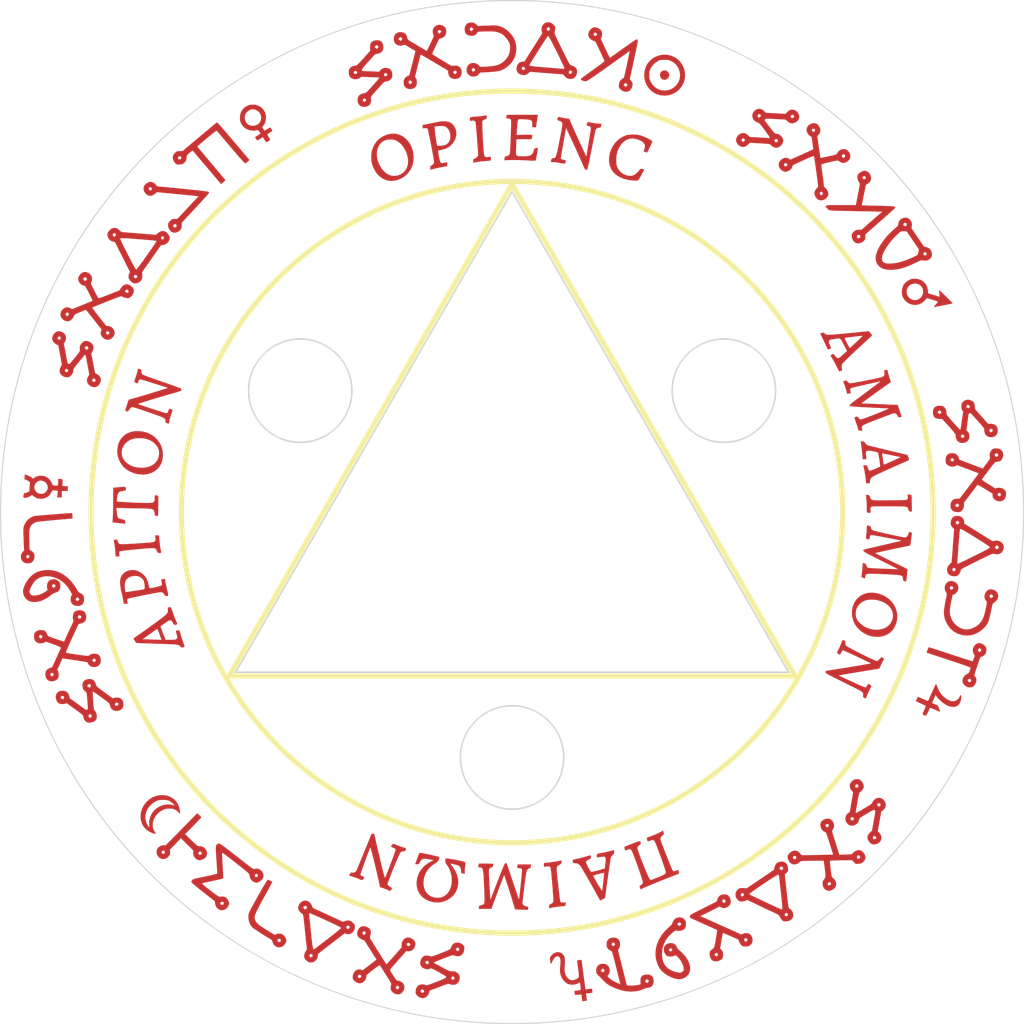
<source format=kicad_pcb>
(kicad_pcb (version 20171130) (host pcbnew "(5.1.5)-3")
  (title_block (title "Pocket Psithemius Top") (date 2020-06-18) (rev 12) (company "Sublunar Psionics"))
  (layers (0 F.Cu signal) (31 B.Cu signal) (34 B.Paste user) (35 F.Paste user) (36 B.SilkS user) (37 F.SilkS user) (38 B.Mask user) (39 F.Mask user) (44 Edge.Cuts user))
  (net 0 "")
  (module LOGO (layer F.Cu) (at 101.6 101.6)
    (fp_text reference G*** hide)
    (fp_text value LOGO hide)
    (fp_poly (pts (xy 15.216396 -43.365627) (xy 15.33525 -43.266613) (xy 15.436425 -43.099759) (xy 15.455446 -42.924976) (xy 15.39278 -42.752822) (xy 15.307733 -42.6466) (xy 15.144482 -42.532244) (xy 14.967728 -42.501402) (xy 14.778865 -42.554309) (xy 14.774333 -42.556542) (xy 14.688091 -42.62808) (xy 14.605857 -42.740118) (xy 14.588955 -42.771719) (xy 14.538739 -42.950996) (xy 14.558769 -43.114465) (xy 14.634868 -43.252724) (xy 14.752858 -43.356372) (xy 14.898561 -43.416006) (xy 15.0578 -43.422225) (xy 15.216396 -43.365627)) (layer F.Cu) (width 0.01))
    (fp_poly (pts (xy -3.843381 -48.120689) (xy -3.698937 -48.074227) (xy -3.560463 -47.978913) (xy -3.484934 -47.910873) (xy -3.350367 -47.783573) (xy -2.531816 -47.82644) (xy -2.199261 -47.840739) (xy -1.907223 -47.847105) (xy -1.668915 -47.84548) (xy -1.497549 -47.835806) (xy -1.459882 -47.831134) (xy -1.111009 -47.737853) (xy -0.763364 -47.56606) (xy -0.427264 -47.32142) (xy -0.271762 -47.178496) (xy 0.000441 -46.869672) (xy 0.19741 -46.549031) (xy 0.328361 -46.198742) (xy 0.389835 -45.898777) (xy 0.414606 -45.456061) (xy 0.358794 -45.035039) (xy 0.224705 -44.64136) (xy 0.014648 -44.280674) (xy -0.26907 -43.958629) (xy -0.472998 -43.786828) (xy -0.66801 -43.647441) (xy -0.851389 -43.537182) (xy -1.037943 -43.45184) (xy -1.242482 -43.387204) (xy -1.479817 -43.339061) (xy -1.764755 -43.303201) (xy -2.112107 -43.275413) (xy -2.314408 -43.263197) (xy -3.139969 -43.216962) (xy -3.269124 -43.069864) (xy -3.362388 -42.972449) (xy -3.444101 -42.901529) (xy -3.466556 -42.886965) (xy -3.631774 -42.835603) (xy -3.829871 -42.823778) (xy -4.017888 -42.85338) (xy -4.042833 -42.861606) (xy -4.247788 -42.974633) (xy -4.389024 -43.137576) (xy -4.462139 -43.339936) (xy -4.462597 -43.518882) (xy -3.968122 -43.518882) (xy -3.966035 -43.412737) (xy -3.928533 -43.3578) (xy -3.830864 -43.309719) (xy -3.727755 -43.33778) (xy -3.664151 -43.401205) (xy -3.625067 -43.470173) (xy -3.635667 -43.524647) (xy -3.702477 -43.59972) (xy -3.775625 -43.666834) (xy -3.823924 -43.67758) (xy -3.881217 -43.636617) (xy -3.89306 -43.625954) (xy -3.968122 -43.518882) (xy -4.462597 -43.518882) (xy -4.462732 -43.571211) (xy -4.415519 -43.750442) (xy -4.310476 -43.94911) (xy -4.16427 -44.077809) (xy -3.967662 -44.142729) (xy -3.813567 -44.153667) (xy -3.592168 -44.122877) (xy -3.397723 -44.037993) (xy -3.252529 -43.910245) (xy -3.214463 -43.851969) (xy -3.192164 -43.817331) (xy -3.159542 -43.794063) (xy -3.102577 -43.780882) (xy -3.007248 -43.776505) (xy -2.859537 -43.779649) (xy -2.645423 -43.789031) (xy -2.567822 -43.792788) (xy -2.143867 -43.821878) (xy -1.790609 -43.866913) (xy -1.494854 -43.932398) (xy -1.243408 -44.022839) (xy -1.023078 -44.142742) (xy -0.820671 -44.296613) (xy -0.668357 -44.441456) (xy -0.439561 -44.725165) (xy -0.287458 -45.03247) (xy -0.207301 -45.375259) (xy -0.191463 -45.635333) (xy -0.194078 -45.821629) (xy -0.207949 -45.955356) (xy -0.240323 -46.068516) (xy -0.298447 -46.193113) (xy -0.332041 -46.25611) (xy -0.435965 -46.421534) (xy -0.572603 -46.604822) (xy -0.712454 -46.766412) (xy -0.713041 -46.767025) (xy -0.855752 -46.906217) (xy -0.985605 -47.003344) (xy -1.136894 -47.080596) (xy -1.291167 -47.141082) (xy -1.407379 -47.182845) (xy -1.506241 -47.213922) (xy -1.602863 -47.235807) (xy -1.712357 -47.249992) (xy -1.849835 -47.25797) (xy -2.030409 -47.261233) (xy -2.26919 -47.261275) (xy -2.495831 -47.26009) (xy -2.803722 -47.257056) (xy -3.03575 -47.251649) (xy -3.200698 -47.243273) (xy -3.307351 -47.231332) (xy -3.364494 -47.21523) (xy -3.380118 -47.200146) (xy -3.418271 -47.137529) (xy -3.493374 -47.04313) (xy -3.532746 -46.99869) (xy -3.634544 -46.904221) (xy -3.741034 -46.854504) (xy -3.887473 -46.830924) (xy -4.122084 -46.836848) (xy -4.332752 -46.89559) (xy -4.499122 -46.999479) (xy -4.575426 -47.09012) (xy -4.63464 -47.250427) (xy -4.65553 -47.451515) (xy -4.655355 -47.453537) (xy -4.175516 -47.453537) (xy -4.129743 -47.373478) (xy -4.034197 -47.298342) (xy -3.950284 -47.305517) (xy -3.867811 -47.394909) (xy -3.82271 -47.475872) (xy -3.831825 -47.531901) (xy -3.88859 -47.595405) (xy -3.968572 -47.656146) (xy -4.035381 -47.651666) (xy -4.051176 -47.64275) (xy -4.155559 -47.549317) (xy -4.175516 -47.453537) (xy -4.655355 -47.453537) (xy -4.637593 -47.658418) (xy -4.585972 -47.824684) (xy -4.465103 -47.991211) (xy -4.290281 -48.093502) (xy -4.059992 -48.132396) (xy -4.029467 -48.132842) (xy -3.843381 -48.120689)) (layer F.Cu) (width 0.01))
    (fp_poly (pts (xy 3.704083 -48.140137) (xy 3.914956 -48.048291) (xy 4.073048 -47.922246) (xy 4.172268 -47.810919) (xy 4.220077 -47.714442) (xy 4.23327 -47.597502) (xy 4.233333 -47.585227) (xy 4.221911 -47.421868) (xy 4.193902 -47.252565) (xy 4.188782 -47.230996) (xy 4.178409 -47.185814) (xy 4.173557 -47.141353) (xy 4.177408 -47.089968) (xy 4.193144 -47.024011) (xy 4.223948 -46.935837) (xy 4.273002 -46.817799) (xy 4.34349 -46.66225) (xy 4.438595 -46.461544) (xy 4.561498 -46.208034) (xy 4.715382 -45.894074) (xy 4.903431 -45.512018) (xy 4.908845 -45.501027) (xy 5.098346 -45.11667) (xy 5.254603 -44.801362) (xy 5.381604 -44.54811) (xy 5.483335 -44.349922) (xy 5.563783 -44.199806) (xy 5.626936 -44.090768) (xy 5.676781 -44.015816) (xy 5.717305 -43.967958) (xy 5.752495 -43.940202) (xy 5.786339 -43.925554) (xy 5.810646 -43.919508) (xy 6.003963 -43.854177) (xy 6.178031 -43.752072) (xy 6.303492 -43.631342) (xy 6.322063 -43.603395) (xy 6.382338 -43.42547) (xy 6.384504 -43.218811) (xy 6.335093 -43.009367) (xy 6.240635 -42.823084) (xy 6.107662 -42.685911) (xy 6.087878 -42.673033) (xy 5.911527 -42.606223) (xy 5.705426 -42.587942) (xy 5.506372 -42.618502) (xy 5.394125 -42.667153) (xy 5.281768 -42.752467) (xy 5.16554 -42.865047) (xy 5.140125 -42.893999) (xy 5.0165 -43.041342) (xy 3.386667 -43.169357) (xy 2.739305 -43.220204) (xy 5.561151 -43.220204) (xy 5.606924 -43.140145) (xy 5.677312 -43.072332) (xy 5.732604 -43.063671) (xy 5.801248 -43.116541) (xy 5.842982 -43.159879) (xy 5.94339 -43.266758) (xy 5.849773 -43.360375) (xy 5.769293 -43.422129) (xy 5.702881 -43.419092) (xy 5.685491 -43.409417) (xy 5.581108 -43.315984) (xy 5.561151 -43.220204) (xy 2.739305 -43.220204) (xy 1.756833 -43.297372) (xy 1.629833 -43.180266) (xy 1.478132 -43.058066) (xy 1.33666 -42.992742) (xy 1.170071 -42.969821) (xy 1.114033 -42.96903) (xy 0.881534 -43.003871) (xy 0.68585 -43.099137) (xy 0.538695 -43.243477) (xy 0.451783 -43.425538) (xy 0.435989 -43.626201) (xy 0.445105 -43.666178) (xy 0.944396 -43.666178) (xy 0.945638 -43.588411) (xy 1.001394 -43.511417) (xy 1.094576 -43.442621) (xy 1.179718 -43.457284) (xy 1.246516 -43.528205) (xy 1.2856 -43.597173) (xy 1.275 -43.651647) (xy 1.208189 -43.72672) (xy 1.135042 -43.793834) (xy 1.086742 -43.80458) (xy 1.02945 -43.763617) (xy 1.017606 -43.752954) (xy 0.944396 -43.666178) (xy 0.445105 -43.666178) (xy 0.492752 -43.875116) (xy 0.556213 -43.988158) (xy 1.704605 -43.988158) (xy 1.715625 -43.93554) (xy 1.73385 -43.901221) (xy 1.761445 -43.883415) (xy 1.825973 -43.865423) (xy 1.93412 -43.84647) (xy 2.09257 -43.825779) (xy 2.308007 -43.802572) (xy 2.587117 -43.776074) (xy 2.936583 -43.745507) (xy 3.36309 -43.710096) (xy 3.415912 -43.705797) (xy 3.780539 -43.676099) (xy 4.118738 -43.648412) (xy 4.421209 -43.623506) (xy 4.678655 -43.602155) (xy 4.881777 -43.58513) (xy 5.021278 -43.573203) (xy 5.087861 -43.567146) (xy 5.091912 -43.56666) (xy 5.133831 -43.594557) (xy 5.148517 -43.622309) (xy 5.136919 -43.676383) (xy 5.091083 -43.795009) (xy 5.015827 -43.968508) (xy 4.915969 -44.187202) (xy 4.796329 -44.441414) (xy 4.661723 -44.721466) (xy 4.51697 -45.017679) (xy 4.366889 -45.320376) (xy 4.216297 -45.619878) (xy 4.070013 -45.906507) (xy 3.932854 -46.170586) (xy 3.80964 -46.402436) (xy 3.705187 -46.592379) (xy 3.624316 -46.730738) (xy 3.571842 -46.807834) (xy 3.556219 -46.820667) (xy 3.512981 -46.7843) (xy 3.427654 -46.67587) (xy 3.300922 -46.49638) (xy 3.133468 -46.246834) (xy 2.925976 -45.928238) (xy 2.679131 -45.541594) (xy 2.600299 -45.416908) (xy 2.404657 -45.106637) (xy 2.223495 -44.818888) (xy 2.061723 -44.561492) (xy 1.924252 -44.342282) (xy 1.81599 -44.169091) (xy 1.74185 -44.049751) (xy 1.70674 -43.992094) (xy 1.704605 -43.988158) (xy 0.556213 -43.988158) (xy 0.603062 -44.071607) (xy 0.759495 -44.207591) (xy 0.954629 -44.274985) (xy 1.037167 -44.280928) (xy 1.2065 -44.281505) (xy 1.669746 -45.011336) (xy 1.849173 -45.29437) (xy 2.049459 -45.610883) (xy 2.252629 -45.932437) (xy 2.44071 -46.230593) (xy 2.552157 -46.407594) (xy 2.971323 -47.074022) (xy 2.917592 -47.283668) (xy 2.8927 -47.533571) (xy 2.897128 -47.551487) (xy 3.399886 -47.551487) (xy 3.401719 -47.446749) (xy 3.455495 -47.365112) (xy 3.543033 -47.31764) (xy 3.642912 -47.353035) (xy 3.719873 -47.42792) (xy 3.7439 -47.484295) (xy 3.712883 -47.553051) (xy 3.674058 -47.60105) (xy 3.604398 -47.672876) (xy 3.553027 -47.685947) (xy 3.485933 -47.648085) (xy 3.481917 -47.645251) (xy 3.399886 -47.551487) (xy 2.897128 -47.551487) (xy 2.94947 -47.763258) (xy 3.086492 -47.967508) (xy 3.108165 -47.989965) (xy 3.285279 -48.112055) (xy 3.489055 -48.161752) (xy 3.704083 -48.140137)) (layer F.Cu) (width 0.01))
    (fp_poly (pts (xy -7.023942 -47.896777) (xy -6.8296 -47.837923) (xy -6.664147 -47.730722) (xy -6.545016 -47.579826) (xy -6.496516 -47.440587) (xy -6.480535 -47.178266) (xy -6.533683 -46.952179) (xy -6.651341 -46.770707) (xy -6.828885 -46.642231) (xy -6.963447 -46.593762) (xy -7.174727 -46.540165) (xy -7.522376 -45.801999) (xy -7.629821 -45.571406) (xy -7.722878 -45.366976) (xy -7.796128 -45.201008) (xy -7.844154 -45.0858) (xy -7.861536 -45.03365) (xy -7.86143 -45.032531) (xy -7.824274 -45.003131) (xy -7.724074 -44.936494) (xy -7.570517 -44.838721) (xy -7.373294 -44.715911) (xy -7.142095 -44.574163) (xy -6.912002 -44.434856) (xy -5.97117 -43.868483) (xy -5.684335 -43.886999) (xy -5.503457 -43.891829) (xy -5.373975 -43.875284) (xy -5.264314 -43.832859) (xy -5.249333 -43.824918) (xy -5.092102 -43.692987) (xy -4.991871 -43.503715) (xy -4.953346 -43.266348) (xy -4.953066 -43.24284) (xy -4.986462 -42.997006) (xy -5.084189 -42.805181) (xy -5.242304 -42.671305) (xy -5.456863 -42.599316) (xy -5.609167 -42.587465) (xy -5.856327 -42.620829) (xy -6.049583 -42.718992) (xy -6.185881 -42.879056) (xy -6.262171 -43.098127) (xy -6.276423 -43.220542) (xy -6.279932 -43.283242) (xy -5.787712 -43.283242) (xy -5.784029 -43.204623) (xy -5.729606 -43.130417) (xy -5.636403 -43.061615) (xy -5.551249 -43.07629) (xy -5.484567 -43.147086) (xy -5.429468 -43.240378) (xy -5.435865 -43.302108) (xy -5.509548 -43.364474) (xy -5.525585 -43.375104) (xy -5.606382 -43.420003) (xy -5.661939 -43.412881) (xy -5.716085 -43.369519) (xy -5.787712 -43.283242) (xy -6.279932 -43.283242) (xy -6.2865 -43.40056) (xy -7.63197 -44.206116) (xy -7.936893 -44.388053) (xy -8.218297 -44.554755) (xy -8.46811 -44.70153) (xy -8.678262 -44.82369) (xy -8.840681 -44.916544) (xy -8.947295 -44.975403) (xy -8.990034 -44.995578) (xy -8.990426 -44.995419) (xy -9.003782 -44.951687) (xy -9.034841 -44.836643) (xy -9.080792 -44.661119) (xy -9.138824 -44.435948) (xy -9.206125 -44.171961) (xy -9.279886 -43.879992) (xy -9.280261 -43.8785) (xy -9.55711 -42.777833) (xy -9.466972 -42.679173) (xy -9.407583 -42.564014) (xy -9.375352 -42.397405) (xy -9.370336 -42.208105) (xy -9.392592 -42.024877) (xy -9.442176 -41.87648) (xy -9.465307 -41.839021) (xy -9.623122 -41.693978) (xy -9.827956 -41.611562) (xy -10.064965 -41.596603) (xy -10.16694 -41.610881) (xy -10.38644 -41.688939) (xy -10.542882 -41.823088) (xy -10.635124 -42.011675) (xy -10.662024 -42.253042) (xy -10.660974 -42.272618) (xy -10.188336 -42.272618) (xy -10.181215 -42.217061) (xy -10.137852 -42.162915) (xy -10.051576 -42.091289) (xy -9.972956 -42.094972) (xy -9.89875 -42.149395) (xy -9.829949 -42.242597) (xy -9.844623 -42.327751) (xy -9.91542 -42.394433) (xy -10.008711 -42.449532) (xy -10.070441 -42.443136) (xy -10.132808 -42.369452) (xy -10.143437 -42.353415) (xy -10.188336 -42.272618) (xy -10.660974 -42.272618) (xy -10.658256 -42.323256) (xy -10.613099 -42.544107) (xy -10.511787 -42.710211) (xy -10.342355 -42.839043) (xy -10.284445 -42.869185) (xy -10.0965 -42.960537) (xy -9.491246 -45.333187) (xy -10.023453 -45.646116) (xy -10.555661 -45.959046) (xy -10.727806 -45.899737) (xy -10.961907 -45.861345) (xy -11.200578 -45.896485) (xy -11.395149 -45.987979) (xy -11.525667 -46.123274) (xy -11.604944 -46.306706) (xy -11.629515 -46.507648) (xy -11.186291 -46.507648) (xy -10.947883 -46.302578) (xy -10.871442 -46.396979) (xy -10.815088 -46.484968) (xy -10.795 -46.54779) (xy -10.826606 -46.612027) (xy -10.89025 -46.671584) (xy -10.95801 -46.711178) (xy -11.009116 -46.701421) (xy -11.076398 -46.634211) (xy -11.085896 -46.623309) (xy -11.186291 -46.507648) (xy -11.629515 -46.507648) (xy -11.630701 -46.517341) (xy -11.600659 -46.734244) (xy -11.51254 -46.93648) (xy -11.500407 -46.955149) (xy -11.361542 -47.089363) (xy -11.171354 -47.170201) (xy -10.949639 -47.190228) (xy -10.889521 -47.184589) (xy -10.654283 -47.127157) (xy -10.484526 -47.020606) (xy -10.371375 -46.85631) (xy -10.305952 -46.62564) (xy -10.30434 -46.615777) (xy -10.2938 -46.558589) (xy -10.276356 -46.509947) (xy -10.242622 -46.462552) (xy -10.18321 -46.40911) (xy -10.088734 -46.342325) (xy -9.949807 -46.254899) (xy -9.757042 -46.139536) (xy -9.501054 -45.988941) (xy -9.488213 -45.981404) (xy -9.244635 -45.838404) (xy -9.016128 -45.704188) (xy -8.816242 -45.586719) (xy -8.658524 -45.493961) (xy -8.556526 -45.433877) (xy -8.539928 -45.424072) (xy -8.380356 -45.329667) (xy -8.036592 -46.043417) (xy -7.928388 -46.270547) (xy -7.834466 -46.472421) (xy -7.760553 -46.636337) (xy -7.712375 -46.749595) (xy -7.69566 -46.799497) (xy -7.69566 -46.7995) (xy -7.711245 -46.863563) (xy -7.746492 -46.970424) (xy -7.758363 -47.003078) (xy -7.799932 -47.217389) (xy -7.318482 -47.217389) (xy -7.291847 -47.156059) (xy -7.238609 -47.108171) (xy -7.13543 -47.024621) (xy -7.036892 -47.139178) (xy -6.974388 -47.219234) (xy -6.965214 -47.270793) (xy -7.004857 -47.327186) (xy -7.010572 -47.333534) (xy -7.113554 -47.403978) (xy -7.21148 -47.395345) (xy -7.288044 -47.309438) (xy -7.291302 -47.302527) (xy -7.318482 -47.217389) (xy -7.799932 -47.217389) (xy -7.800693 -47.221312) (xy -7.776144 -47.441138) (xy -7.690057 -47.636827) (xy -7.605996 -47.736726) (xy -7.429572 -47.850831) (xy -7.229743 -47.90263) (xy -7.023942 -47.896777)) (layer F.Cu) (width 0.01))
    (fp_poly (pts (xy 8.330733 -47.633313) (xy 8.516118 -47.548366) (xy 8.679516 -47.429403) (xy 8.733001 -47.373776) (xy 8.820782 -47.207928) (xy 8.850264 -47.002637) (xy 8.819682 -46.781487) (xy 8.784865 -46.680701) (xy 8.722063 -46.530396) (xy 9.152115 -45.596032) (xy 9.272794 -45.336752) (xy 9.383182 -45.10511) (xy 9.478068 -44.911597) (xy 9.552241 -44.766706) (xy 9.600487 -44.680931) (xy 9.61623 -44.661667) (xy 9.660386 -44.685461) (xy 9.760153 -44.751161) (xy 9.903136 -44.850239) (xy 10.076937 -44.974168) (xy 10.190897 -45.056939) (xy 10.486204 -45.271508) (xy 10.783784 -45.485257) (xy 11.075323 -45.692431) (xy 11.352504 -45.887274) (xy 11.607015 -46.064032) (xy 11.83054 -46.216951) (xy 12.014764 -46.340276) (xy 12.151374 -46.428253) (xy 12.232055 -46.475127) (xy 12.248979 -46.481352) (xy 12.287444 -46.478768) (xy 12.317554 -46.467549) (xy 12.338403 -46.440807) (xy 12.349082 -46.391655) (xy 12.348685 -46.313205) (xy 12.336303 -46.19857) (xy 12.311029 -46.040862) (xy 12.271956 -45.833194) (xy 12.218176 -45.568679) (xy 12.148782 -45.240429) (xy 12.062866 -44.841557) (xy 11.986555 -44.489678) (xy 11.568936 -42.566167) (xy 11.689356 -42.427807) (xy 11.803931 -42.260445) (xy 11.846897 -42.090428) (xy 11.833271 -41.920305) (xy 11.753828 -41.678824) (xy 11.622057 -41.495554) (xy 11.448381 -41.376334) (xy 11.243223 -41.327004) (xy 11.017005 -41.353404) (xy 10.899082 -41.396906) (xy 10.757483 -41.482868) (xy 10.627691 -41.595184) (xy 10.608279 -41.616896) (xy 10.541653 -41.704672) (xy 10.508737 -41.784842) (xy 10.50155 -41.889789) (xy 10.509361 -42.018306) (xy 10.510762 -42.026714) (xy 10.971421 -42.026714) (xy 11.01395 -41.943074) (xy 11.030234 -41.91942) (xy 11.102815 -41.841769) (xy 11.181274 -41.833682) (xy 11.26345 -41.869156) (xy 11.33474 -41.944663) (xy 11.330322 -42.044786) (xy 11.276693 -42.127346) (xy 11.220773 -42.175775) (xy 11.161538 -42.174797) (xy 11.086193 -42.140176) (xy 10.993039 -42.082698) (xy 10.971421 -42.026714) (xy 10.510762 -42.026714) (xy 10.547248 -42.245677) (xy 10.626362 -42.414555) (xy 10.758351 -42.545778) (xy 10.83113 -42.593939) (xy 10.929118 -42.653156) (xy 10.990702 -42.691) (xy 10.998991 -42.69637) (xy 11.011043 -42.738222) (xy 11.037893 -42.850391) (xy 11.076951 -43.020945) (xy 11.125628 -43.23795) (xy 11.181334 -43.489474) (xy 11.241478 -43.763585) (xy 11.303472 -44.048348) (xy 11.364724 -44.331832) (xy 11.422646 -44.602104) (xy 11.474647 -44.84723) (xy 11.518137 -45.055278) (xy 11.550528 -45.214316) (xy 11.569228 -45.312409) (xy 11.572535 -45.339) (xy 11.536727 -45.315312) (xy 11.439978 -45.247986) (xy 11.290223 -45.14263) (xy 11.095391 -45.004851) (xy 10.863416 -44.840256) (xy 10.60223 -44.654453) (xy 10.368792 -44.488039) (xy 9.836863 -44.108742) (xy 9.369319 -43.776017) (xy 8.961839 -43.486957) (xy 8.610102 -43.238655) (xy 8.309789 -43.028207) (xy 8.056579 -42.852704) (xy 7.846151 -42.709241) (xy 7.674186 -42.594912) (xy 7.536361 -42.506809) (xy 7.428358 -42.442028) (xy 7.345856 -42.397661) (xy 7.284534 -42.370802) (xy 7.240071 -42.358545) (xy 7.208148 -42.357983) (xy 7.20363 -42.358847) (xy 6.988849 -42.411095) (xy 6.850231 -42.45754) (xy 6.780169 -42.504663) (xy 6.771054 -42.558943) (xy 6.815279 -42.626859) (xy 6.848343 -42.661417) (xy 6.900453 -42.703688) (xy 7.012606 -42.788401) (xy 7.17581 -42.908976) (xy 7.381076 -43.058831) (xy 7.619415 -43.231388) (xy 7.881836 -43.420065) (xy 8.01431 -43.514851) (xy 8.280648 -43.707014) (xy 8.522695 -43.885306) (xy 8.732306 -44.043439) (xy 8.901339 -44.175124) (xy 9.021649 -44.274071) (xy 9.085092 -44.333993) (xy 9.092884 -44.347745) (xy 9.072164 -44.399562) (xy 9.020463 -44.516928) (xy 8.942816 -44.688762) (xy 8.844256 -44.90399) (xy 8.729818 -45.151532) (xy 8.636 -45.353013) (xy 8.498184 -45.647412) (xy 8.390524 -45.874135) (xy 8.307536 -46.042305) (xy 8.243735 -46.161047) (xy 8.193635 -46.239483) (xy 8.151754 -46.286738) (xy 8.112605 -46.311935) (xy 8.070704 -46.324198) (xy 8.049981 -46.327847) (xy 7.87922 -46.38993) (xy 7.711763 -46.507147) (xy 7.579995 -46.655117) (xy 7.551679 -46.702989) (xy 7.498038 -46.891657) (xy 7.505294 -46.983861) (xy 8.009012 -46.983861) (xy 8.066821 -46.872533) (xy 8.11821 -46.811523) (xy 8.170945 -46.804307) (xy 8.257321 -46.843034) (xy 8.342446 -46.896961) (xy 8.381699 -46.941364) (xy 8.382 -46.944064) (xy 8.357693 -47.000305) (xy 8.302306 -47.079038) (xy 8.235085 -47.145164) (xy 8.168084 -47.149162) (xy 8.111806 -47.126969) (xy 8.022666 -47.064514) (xy 8.009012 -46.983861) (xy 7.505294 -46.983861) (xy 7.51373 -47.091053) (xy 7.588075 -47.28422) (xy 7.710394 -47.454199) (xy 7.870008 -47.584034) (xy 8.056237 -47.656765) (xy 8.15839 -47.666404) (xy 8.330733 -47.633313)) (layer F.Cu) (width 0.01))
    (fp_poly (pts (xy 15.262052 -44.95812) (xy 15.627218 -44.876716) (xy 15.967784 -44.73062) (xy 16.275017 -44.524444) (xy 16.540182 -44.262795) (xy 16.754547 -43.950283) (xy 16.909376 -43.591517) (xy 16.988623 -43.246949) (xy 17.006876 -42.846306) (xy 16.948869 -42.465825) (xy 16.821969 -42.112432) (xy 16.633542 -41.793053) (xy 16.390955 -41.514616) (xy 16.101574 -41.284047) (xy 15.772765 -41.108272) (xy 15.411894 -40.99422) (xy 15.026329 -40.948815) (xy 14.623435 -40.978986) (xy 14.584263 -40.986085) (xy 14.20894 -41.098851) (xy 13.870661 -41.281768) (xy 13.57691 -41.525647) (xy 13.335169 -41.821299) (xy 13.152922 -42.159536) (xy 13.037652 -42.531171) (xy 12.996841 -42.927015) (xy 12.996836 -42.935248) (xy 12.999743 -42.968333) (xy 13.483363 -42.968333) (xy 13.487227 -42.775229) (xy 13.503879 -42.632123) (xy 13.540538 -42.504531) (xy 13.604419 -42.35797) (xy 13.616256 -42.333333) (xy 13.810171 -42.014465) (xy 14.05103 -41.765108) (xy 14.34206 -41.582265) (xy 14.492074 -41.520237) (xy 14.748619 -41.462016) (xy 15.038083 -41.449717) (xy 15.328026 -41.481461) (xy 15.586008 -41.555371) (xy 15.656569 -41.587649) (xy 15.967721 -41.790078) (xy 16.213323 -42.039228) (xy 16.390371 -42.32569) (xy 16.495861 -42.640053) (xy 16.526787 -42.972909) (xy 16.480146 -43.314848) (xy 16.352933 -43.656461) (xy 16.330851 -43.69936) (xy 16.133266 -43.98695) (xy 15.875759 -44.216367) (xy 15.62608 -44.359612) (xy 15.496449 -44.414657) (xy 15.37612 -44.44823) (xy 15.236401 -44.465333) (xy 15.0486 -44.470964) (xy 14.986 -44.471167) (xy 14.78602 -44.468358) (xy 14.642967 -44.456472) (xy 14.529188 -44.430321) (xy 14.417033 -44.384715) (xy 14.351 -44.352012) (xy 14.063606 -44.163633) (xy 13.816577 -43.920099) (xy 13.629849 -43.641801) (xy 13.602909 -43.58684) (xy 13.540012 -43.436212) (xy 13.5036 -43.300929) (xy 13.486967 -43.146284) (xy 13.483363 -42.968333) (xy 12.999743 -42.968333) (xy 13.034511 -43.363908) (xy 13.144341 -43.753691) (xy 13.323451 -44.099849) (xy 13.568968 -44.397634) (xy 13.878016 -44.642299) (xy 14.106299 -44.768093) (xy 14.492859 -44.908418) (xy 14.881022 -44.970224) (xy 15.262052 -44.95812)) (layer F.Cu) (width 0.01))
    (fp_poly (pts (xy -13.032577 -46.355669) (xy -12.913326 -46.305677) (xy -12.792262 -46.187118) (xy -12.707568 -46.01453) (xy -12.663216 -45.812105) (xy -12.663175 -45.604033) (xy -12.711418 -45.414509) (xy -12.75408 -45.335453) (xy -12.877439 -45.213427) (xy -13.052888 -45.114775) (xy -13.248194 -45.055254) (xy -13.348317 -45.044969) (xy -13.481437 -45.00075) (xy -13.573067 -44.917168) (xy -13.634635 -44.846349) (xy -13.742049 -44.725228) (xy -13.884241 -44.566188) (xy -14.050142 -44.381608) (xy -14.225925 -44.186918) (xy -14.441414 -43.944275) (xy -14.600238 -43.753929) (xy -14.706587 -43.609313) (xy -14.764649 -43.503859) (xy -14.778616 -43.430998) (xy -14.752676 -43.384164) (xy -14.742563 -43.377028) (xy -14.692207 -43.369397) (xy -14.570789 -43.359782) (xy -14.391868 -43.348993) (xy -14.169002 -43.33784) (xy -13.915752 -43.327135) (xy -13.892843 -43.326255) (xy -13.074894 -43.295118) (xy -12.952836 -43.443195) (xy -12.781371 -43.587954) (xy -12.569948 -43.66513) (xy -12.335559 -43.66979) (xy -12.239475 -43.650323) (xy -12.063597 -43.587727) (xy -11.946022 -43.498559) (xy -11.860437 -43.359205) (xy -11.828127 -43.281146) (xy -11.780758 -43.07053) (xy -11.78644 -42.851781) (xy -11.842975 -42.658328) (xy -11.872531 -42.605564) (xy -11.977815 -42.502118) (xy -12.134237 -42.411845) (xy -12.308323 -42.350944) (xy -12.433056 -42.334263) (xy -12.480743 -42.328629) (xy -12.532325 -42.30746) (xy -12.595733 -42.263359) (xy -12.678897 -42.188929) (xy -12.789751 -42.076775) (xy -12.936224 -41.919497) (xy -13.12625 -41.709701) (xy -13.246307 -41.575832) (xy -13.458816 -41.338042) (xy -13.621051 -41.154448) (xy -13.739272 -41.016218) (xy -13.819736 -40.914522) (xy -13.868704 -40.840529) (xy -13.892436 -40.785406) (xy -13.897189 -40.740324) (xy -13.889224 -40.696449) (xy -13.883677 -40.676559) (xy -13.863242 -40.472561) (xy -13.903876 -40.249696) (xy -13.957299 -40.11809) (xy -14.062614 -39.995884) (xy -14.224844 -39.905569) (xy -14.420287 -39.853148) (xy -14.625247 -39.844624) (xy -14.816025 -39.885999) (xy -14.837833 -39.89504) (xy -14.992732 -39.992339) (xy -15.098465 -40.134849) (xy -15.156596 -40.286537) (xy -15.190309 -40.511437) (xy -15.185809 -40.547838) (xy -14.683402 -40.547838) (xy -14.677134 -40.443838) (xy -14.609751 -40.363188) (xy -14.594417 -40.355132) (xy -14.487048 -40.344897) (xy -14.396933 -40.399602) (xy -14.352102 -40.500206) (xy -14.351 -40.520469) (xy -14.387027 -40.601709) (xy -14.47165 -40.655252) (xy -14.569683 -40.66561) (xy -14.624913 -40.641041) (xy -14.683402 -40.547838) (xy -15.185809 -40.547838) (xy -15.163634 -40.727188) (xy -15.081105 -40.90917) (xy -15.030774 -40.969713) (xy -14.875364 -41.079832) (xy -14.677052 -41.158619) (xy -14.476166 -41.190271) (xy -14.467809 -41.190333) (xy -14.420566 -41.203149) (xy -14.354853 -41.245997) (xy -14.26377 -41.325482) (xy -14.140415 -41.448209) (xy -13.977889 -41.620782) (xy -13.76929 -41.849805) (xy -13.710721 -41.914886) (xy -13.524145 -42.124183) (xy -13.357365 -42.314339) (xy -13.218558 -42.475778) (xy -13.115903 -42.598924) (xy -13.05758 -42.674198) (xy -13.047385 -42.691619) (xy -13.06452 -42.710742) (xy -13.130891 -42.726996) (xy -13.254064 -42.741092) (xy -13.441607 -42.753739) (xy -13.701087 -42.765645) (xy -13.923225 -42.773706) (xy -14.811513 -42.803612) (xy -14.989849 -42.685595) (xy -15.127708 -42.609353) (xy -15.265251 -42.57503) (xy -15.405176 -42.569041) (xy -15.647718 -42.597226) (xy -15.829379 -42.680457) (xy -15.956145 -42.821846) (xy -15.980627 -42.868044) (xy -16.009262 -42.963668) (xy -12.598997 -42.963668) (xy -12.55782 -42.883069) (xy -12.478855 -42.844888) (xy -12.384358 -42.860386) (xy -12.301091 -42.934197) (xy -12.259271 -43.009597) (xy -12.274307 -43.06624) (xy -12.305251 -43.10353) (xy -12.40663 -43.1712) (xy -12.504419 -43.161927) (xy -12.579074 -43.077711) (xy -12.580132 -43.07542) (xy -12.598997 -42.963668) (xy -16.009262 -42.963668) (xy -16.034259 -43.047137) (xy -16.046105 -43.194093) (xy -15.574141 -43.194093) (xy -15.547996 -43.137996) (xy -15.515984 -43.111863) (xy -15.408131 -43.0583) (xy -15.321964 -43.08181) (xy -15.264424 -43.145863) (xy -15.222604 -43.221263) (xy -15.23764 -43.277907) (xy -15.268585 -43.315197) (xy -15.370534 -43.383347) (xy -15.468406 -43.372499) (xy -15.544464 -43.284828) (xy -15.546149 -43.281196) (xy -15.574141 -43.194093) (xy -16.046105 -43.194093) (xy -16.051122 -43.256318) (xy -16.030963 -43.458209) (xy -15.985507 -43.594297) (xy -15.887124 -43.709608) (xy -15.733843 -43.809227) (xy -15.555433 -43.877627) (xy -15.400006 -43.899667) (xy -15.348465 -43.902988) (xy -15.298042 -43.918008) (xy -15.240368 -43.952313) (xy -15.167074 -44.013487) (xy -15.069792 -44.109114) (xy -14.940154 -44.246782) (xy -14.769792 -44.434073) (xy -14.592063 -44.631982) (xy -13.936049 -45.364298) (xy -13.958269 -45.641116) (xy -13.957998 -45.743951) (xy -13.490336 -45.743951) (xy -13.483215 -45.688395) (xy -13.439852 -45.634249) (xy -13.338002 -45.560975) (xy -13.245792 -45.570005) (xy -13.171675 -45.660347) (xy -13.169028 -45.666029) (xy -13.139374 -45.755191) (xy -13.163841 -45.815531) (xy -13.209256 -45.856529) (xy -13.30319 -45.919354) (xy -13.369065 -45.915176) (xy -13.435162 -45.840188) (xy -13.445437 -45.824749) (xy -13.490336 -45.743951) (xy -13.957998 -45.743951) (xy -13.957607 -45.892196) (xy -13.906435 -46.082745) (xy -13.799607 -46.223722) (xy -13.637741 -46.323557) (xy -13.446037 -46.376726) (xy -13.232636 -46.387141) (xy -13.032577 -46.355669)) (layer F.Cu) (width 0.01))
    (fp_poly (pts (xy -25.25476 -40.045079) (xy -25.24687 -40.043669) (xy -24.932444 -39.947447) (xy -24.664329 -39.786356) (xy -24.450167 -39.569325) (xy -24.297597 -39.305287) (xy -24.214259 -39.003173) (xy -24.20068 -38.820736) (xy -24.223998 -38.518753) (xy -24.303608 -38.257125) (xy -24.432453 -38.028873) (xy -24.501699 -37.923014) (xy -24.545435 -37.847525) (xy -24.553333 -37.827196) (xy -24.531173 -37.772761) (xy -24.477844 -37.685423) (xy -24.413075 -37.593633) (xy -24.356594 -37.525842) (xy -24.331906 -37.507858) (xy -24.282807 -37.528822) (xy -24.184951 -37.584091) (xy -24.069356 -37.6555) (xy -23.943971 -37.731932) (xy -23.84492 -37.785436) (xy -23.79682 -37.803667) (xy -23.754993 -37.771583) (xy -23.692364 -37.694743) (xy -23.629497 -37.602267) (xy -23.586953 -37.523271) (xy -23.579667 -37.496166) (xy -23.612292 -37.463266) (xy -23.697199 -37.400017) (xy -23.798237 -37.33183) (xy -23.920757 -37.252162) (xy -24.016501 -37.189776) (xy -24.058037 -37.162584) (xy -24.058938 -37.114914) (xy -24.01866 -37.014946) (xy -23.945299 -36.88188) (xy -23.868981 -36.75352) (xy -23.813901 -36.655685) (xy -23.7914 -36.608557) (xy -23.791333 -36.607838) (xy -23.823042 -36.575706) (xy -23.900562 -36.51738) (xy -23.997485 -36.450858) (xy -24.0874 -36.394133) (xy -24.1439 -36.365203) (xy -24.148682 -36.364333) (xy -24.180645 -36.39671) (xy -24.245922 -36.482096) (xy -24.331131 -36.602876) (xy -24.341902 -36.61868) (xy -24.514625 -36.873026) (xy -24.769203 -36.700146) (xy -24.913692 -36.607176) (xy -25.01099 -36.566967) (xy -25.081494 -36.581287) (xy -25.145602 -36.651904) (xy -25.198524 -36.737362) (xy -25.272215 -36.8629) (xy -24.998399 -37.041299) (xy -24.724583 -37.219697) (xy -24.851665 -37.404405) (xy -24.930167 -37.51109) (xy -24.987002 -37.559004) (xy -25.044404 -37.561773) (xy -25.086297 -37.548223) (xy -25.185831 -37.526392) (xy -25.334052 -37.511557) (xy -25.464668 -37.507333) (xy -25.800442 -37.545751) (xy -26.100622 -37.657773) (xy -26.357487 -37.838553) (xy -26.563318 -38.083244) (xy -26.658091 -38.256494) (xy -26.713039 -38.388919) (xy -26.74289 -38.50581) (xy -26.752643 -38.63981) (xy -26.750723 -38.705818) (xy -26.285659 -38.705818) (xy -26.2311 -38.468073) (xy -26.119888 -38.258021) (xy -26.082912 -38.212083) (xy -25.907981 -38.073193) (xy -25.691293 -37.991778) (xy -25.45481 -37.969556) (xy -25.220487 -38.008244) (xy -25.010286 -38.109559) (xy -24.987228 -38.126386) (xy -24.843824 -38.256568) (xy -24.749628 -38.402328) (xy -24.683507 -38.597043) (xy -24.679707 -38.61207) (xy -24.660772 -38.848451) (xy -24.714797 -39.073227) (xy -24.830078 -39.274062) (xy -24.994912 -39.438617) (xy -25.197594 -39.554555) (xy -25.426422 -39.609539) (xy -25.618474 -39.601683) (xy -25.797194 -39.538463) (xy -25.979416 -39.420301) (xy -26.134811 -39.269868) (xy -26.210599 -39.158994) (xy -26.280009 -38.944909) (xy -26.285659 -38.705818) (xy -26.750723 -38.705818) (xy -26.747297 -38.823563) (xy -26.746699 -38.835096) (xy -26.72962 -39.039443) (xy -26.69793 -39.194112) (xy -26.643036 -39.33388) (xy -26.605457 -39.406743) (xy -26.416267 -39.671363) (xy -26.176462 -39.87226) (xy -25.896183 -40.004681) (xy -25.585568 -40.063872) (xy -25.25476 -40.045079)) (layer F.Cu) (width 0.01))
    (fp_poly (pts (xy 24.551877 -39.595707) (xy 24.755408 -39.456471) (xy 24.799068 -39.414426) (xy 24.9555 -39.255281) (xy 25.925823 -39.202819) (xy 26.896147 -39.150357) (xy 27.02649 -39.299273) (xy 27.220573 -39.471961) (xy 27.426594 -39.562455) (xy 27.640875 -39.569949) (xy 27.85974 -39.493641) (xy 27.875637 -39.484858) (xy 28.047885 -39.345002) (xy 28.167373 -39.161467) (xy 28.227229 -38.954695) (xy 28.220582 -38.745132) (xy 28.171314 -38.605063) (xy 28.048757 -38.444969) (xy 27.876634 -38.317422) (xy 27.684179 -38.240833) (xy 27.571032 -38.227) (xy 27.409733 -38.239792) (xy 27.275266 -38.287103) (xy 27.137532 -38.382338) (xy 27.051 -38.458597) (xy 26.902833 -38.595518) (xy 25.915926 -38.648549) (xy 25.601818 -38.665124) (xy 25.361544 -38.676569) (xy 25.184412 -38.682627) (xy 25.05973 -38.683042) (xy 24.976807 -38.677558) (xy 24.924949 -38.665918) (xy 24.893466 -38.647866) (xy 24.87193 -38.623508) (xy 24.836595 -38.545355) (xy 24.839886 -38.502634) (xy 24.883579 -38.438422) (xy 24.967032 -38.3243) (xy 25.079727 -38.173928) (xy 25.211147 -38.000969) (xy 25.350773 -37.819082) (xy 25.488089 -37.641929) (xy 25.612576 -37.483172) (xy 25.713717 -37.356472) (xy 25.780993 -37.27549) (xy 25.800928 -37.254361) (xy 25.884207 -37.217182) (xy 26.006471 -37.194418) (xy 26.031041 -37.192698) (xy 26.220876 -37.144204) (xy 26.394657 -37.030115) (xy 26.536516 -36.869504) (xy 26.630584 -36.68144) (xy 26.660992 -36.484997) (xy 26.657242 -36.440099) (xy 26.592225 -36.244144) (xy 26.461981 -36.062522) (xy 26.285303 -35.919989) (xy 26.245901 -35.898276) (xy 26.048078 -35.827398) (xy 25.863415 -35.831982) (xy 25.689568 -35.899591) (xy 25.564953 -35.981692) (xy 25.460176 -36.077009) (xy 25.448076 -36.091481) (xy 25.418916 -36.126315) (xy 25.385824 -36.153552) (xy 25.337894 -36.174885) (xy 25.264217 -36.192003) (xy 25.153885 -36.206599) (xy 24.99599 -36.220362) (xy 24.779624 -36.234984) (xy 24.493879 -36.252155) (xy 24.361811 -36.259878) (xy 23.362105 -36.318233) (xy 23.231768 -36.169787) (xy 23.037315 -35.999351) (xy 22.831048 -35.91076) (xy 22.621604 -35.9037) (xy 22.41762 -35.977857) (xy 22.227735 -36.132916) (xy 22.16438 -36.208627) (xy 22.053326 -36.406322) (xy 22.025436 -36.604392) (xy 22.03145 -36.627421) (xy 22.554821 -36.627421) (xy 22.566337 -36.504516) (xy 22.567305 -36.501917) (xy 22.633169 -36.423554) (xy 22.733979 -36.413473) (xy 22.833788 -36.461243) (xy 22.886145 -36.533139) (xy 22.885511 -36.542625) (xy 25.792611 -36.542625) (xy 25.838634 -36.430844) (xy 25.904086 -36.359331) (xy 25.985857 -36.352259) (xy 26.023206 -36.3612) (xy 26.108785 -36.401359) (xy 26.133268 -36.475177) (xy 26.131935 -36.512811) (xy 26.104961 -36.635391) (xy 26.040385 -36.68703) (xy 25.931871 -36.678729) (xy 25.822863 -36.626177) (xy 25.792611 -36.542625) (xy 22.885511 -36.542625) (xy 22.879623 -36.630576) (xy 22.838714 -36.716674) (xy 22.756762 -36.74459) (xy 22.7299 -36.745333) (xy 22.612976 -36.713135) (xy 22.554821 -36.627421) (xy 22.03145 -36.627421) (xy 22.079667 -36.812033) (xy 22.092783 -36.84039) (xy 22.228686 -37.039839) (xy 22.407392 -37.181537) (xy 22.613054 -37.257369) (xy 22.829827 -37.25922) (xy 22.886 -37.246597) (xy 23.003673 -37.191833) (xy 23.135532 -37.098786) (xy 23.197225 -37.043108) (xy 23.359619 -36.880714) (xy 24.22106 -36.832889) (xy 24.490082 -36.817349) (xy 24.73674 -36.801969) (xy 24.9461 -36.78777) (xy 25.10323 -36.775773) (xy 25.193197 -36.766998) (xy 25.200528 -36.765935) (xy 25.302722 -36.76988) (xy 25.340491 -36.803969) (xy 25.322852 -36.853712) (xy 25.260976 -36.959711) (xy 25.162095 -37.110998) (xy 25.033444 -37.296604) (xy 24.882258 -37.505563) (xy 24.841463 -37.560601) (xy 24.655181 -37.808107) (xy 24.509895 -37.994308) (xy 24.398298 -38.127432) (xy 24.313085 -38.215711) (xy 24.246946 -38.267374) (xy 24.1935 -38.290435) (xy 23.963618 -38.385515) (xy 23.782614 -38.544708) (xy 23.715637 -38.643422) (xy 23.633118 -38.866678) (xy 23.632851 -38.944749) (xy 24.127519 -38.944749) (xy 24.16913 -38.840872) (xy 24.1808 -38.828133) (xy 24.221304 -38.789599) (xy 24.257231 -38.782603) (xy 24.325056 -38.805211) (xy 24.360077 -38.818619) (xy 24.448573 -38.886658) (xy 24.461391 -38.974641) (xy 27.396323 -38.974641) (xy 27.398766 -38.853017) (xy 27.415362 -38.801963) (xy 27.477787 -38.745284) (xy 27.588066 -38.740138) (xy 27.661371 -38.760696) (xy 27.717957 -38.819796) (xy 27.728564 -38.912368) (xy 27.699638 -39.005397) (xy 27.637624 -39.06587) (xy 27.600266 -39.073667) (xy 27.463816 -39.048671) (xy 27.396323 -38.974641) (xy 24.461391 -38.974641) (xy 24.463204 -38.98708) (xy 24.414491 -39.08924) (xy 24.358282 -39.138026) (xy 24.279836 -39.131686) (xy 24.245158 -39.119546) (xy 24.15516 -39.048045) (xy 24.127519 -38.944749) (xy 23.632851 -38.944749) (xy 23.632363 -39.08712) (xy 23.710847 -39.293937) (xy 23.866046 -39.476318) (xy 23.920215 -39.519555) (xy 24.128227 -39.627972) (xy 24.340799 -39.653115) (xy 24.551877 -39.595707)) (layer F.Cu) (width 0.01))
    (fp_poly (pts (xy 2.521305 -38.946667) (xy 2.505544 -38.863615) (xy 2.481159 -38.717995) (xy 2.451604 -38.531043) (xy 2.423208 -38.343439) (xy 2.3495 -37.846044) (xy 2.169583 -37.846022) (xy 1.989667 -37.846) (xy 1.989667 -38.135772) (xy 1.98396 -38.305498) (xy 1.958118 -38.424779) (xy 1.899063 -38.504334) (xy 1.793712 -38.554883) (xy 1.628987 -38.587145) (xy 1.410784 -38.610154) (xy 1.144529 -38.632354) (xy 0.948772 -38.644088) (xy 0.80996 -38.645074) (xy 0.714541 -38.635029) (xy 0.64896 -38.613672) (xy 0.615922 -38.593596) (xy 0.586554 -38.562065) (xy 0.563214 -38.507613) (xy 0.543955 -38.417991) (xy 0.526828 -38.280951) (xy 0.509885 -38.084245) (xy 0.491176 -37.815622) (xy 0.490484 -37.805045) (xy 0.442639 -37.073231) (xy 1.216153 -37.092613) (xy 1.497768 -37.099842) (xy 1.704801 -37.102856) (xy 1.847333 -37.097869) (xy 1.935449 -37.081096) (xy 1.97923 -37.048753) (xy 1.988759 -36.997054) (xy 1.97412 -36.922215) (xy 1.945395 -36.820449) (xy 1.944994 -36.819005) (xy 1.900793 -36.659844) (xy 1.18716 -36.670839) (xy 0.949157 -36.67269) (xy 0.740956 -36.670872) (xy 0.577189 -36.665787) (xy 0.472491 -36.657839) (xy 0.441562 -36.65027) (xy 0.430183 -36.599629) (xy 0.418305 -36.478536) (xy 0.406866 -36.301192) (xy 0.396801 -36.081799) (xy 0.38985 -35.866225) (xy 0.382028 -35.574036) (xy 0.380625 -35.355524) (xy 0.392552 -35.199699) (xy 0.424715 -35.09557) (xy 0.484025 -35.03215) (xy 0.577389 -34.998449) (xy 0.711717 -34.983478) (xy 0.893916 -34.976246) (xy 0.950603 -34.974255) (xy 1.293497 -34.972338) (xy 1.564285 -34.997753) (xy 1.772338 -35.054818) (xy 1.92703 -35.14785) (xy 2.037731 -35.281168) (xy 2.113815 -35.459088) (xy 2.130254 -35.517731) (xy 2.16877 -35.651578) (xy 2.209298 -35.726208) (xy 2.270869 -35.765341) (xy 2.345929 -35.786526) (xy 2.452696 -35.804741) (xy 2.519753 -35.803186) (xy 2.52612 -35.799658) (xy 2.527942 -35.749348) (xy 2.513704 -35.624732) (xy 2.48477 -35.434357) (xy 2.442505 -35.186771) (xy 2.388273 -34.890522) (xy 2.344242 -34.660417) (xy 2.33542 -34.619435) (xy 2.32018 -34.588534) (xy 2.288396 -34.567075) (xy 2.229938 -34.554416) (xy 2.134678 -34.549919) (xy 1.992487 -34.552945) (xy 1.793238 -34.562854) (xy 1.526802 -34.579006) (xy 1.291167 -34.593921) (xy 1.031206 -34.606532) (xy 0.719727 -34.615644) (xy 0.389827 -34.620618) (xy 0.074608 -34.620816) (xy -0.034968 -34.619498) (xy -0.768436 -34.6075) (xy -0.744052 -34.729208) (xy -0.726043 -34.838158) (xy -0.719667 -34.909125) (xy -0.684193 -34.95558) (xy -0.630815 -34.967333) (xy -0.473398 -34.999253) (xy -0.330347 -35.082) (xy -0.231904 -35.196058) (xy -0.214826 -35.235789) (xy -0.205792 -35.300759) (xy -0.194877 -35.438842) (xy -0.18255 -35.63852) (xy -0.169283 -35.888271) (xy -0.155544 -36.176575) (xy -0.141803 -36.491913) (xy -0.128532 -36.822763) (xy -0.1162 -37.157607) (xy -0.105277 -37.484923) (xy -0.096233 -37.793192) (xy -0.089539 -38.070893) (xy -0.085664 -38.306507) (xy -0.084892 -38.419992) (xy -0.110468 -38.575485) (xy -0.191022 -38.667442) (xy -0.331306 -38.700489) (xy -0.372837 -38.700231) (xy -0.501426 -38.702843) (xy -0.562161 -38.735641) (xy -0.570933 -38.816342) (xy -0.555981 -38.904425) (xy -0.526086 -39.05059) (xy 1.009804 -39.051545) (xy 2.545695 -39.0525) (xy 2.521305 -38.946667)) (layer F.Cu) (width 0.01))
    (fp_poly (pts (xy -2.506096 -38.984919) (xy -2.497994 -38.89522) (xy -2.497667 -38.846932) (xy -2.502995 -38.729538) (xy -2.528944 -38.670279) (xy -2.590457 -38.642813) (xy -2.616703 -38.63711) (xy -2.739345 -38.591583) (xy -2.838953 -38.529397) (xy -2.885293 -38.487033) (xy -2.914655 -38.438657) (xy -2.930308 -38.365969) (xy -2.935523 -38.250666) (xy -2.933572 -38.074446) (xy -2.932106 -38.008163) (xy -2.92437 -37.749419) (xy -2.912263 -37.439692) (xy -2.896756 -37.097109) (xy -2.878821 -36.739796) (xy -2.85943 -36.385881) (xy -2.839553 -36.053492) (xy -2.820163 -35.760756) (xy -2.80223 -35.5258) (xy -2.794418 -35.438793) (xy -2.767433 -35.208661) (xy -2.73198 -35.051262) (xy -2.677901 -34.954676) (xy -2.595043 -34.906984) (xy -2.47325 -34.896269) (xy -2.340739 -34.906334) (xy -2.188328 -34.919841) (xy -2.104843 -34.909938) (xy -2.075068 -34.862654) (xy -2.083791 -34.764019) (xy -2.099152 -34.684492) (xy -2.12397 -34.560401) (xy -2.744735 -34.511099) (xy -2.986904 -34.488862) (xy -3.218846 -34.462205) (xy -3.417866 -34.434096) (xy -3.561271 -34.4075) (xy -3.58775 -34.400897) (xy -3.81 -34.339997) (xy -3.81 -34.523382) (xy -3.804186 -34.640653) (xy -3.774393 -34.703482) (xy -3.702094 -34.741919) (xy -3.668059 -34.753612) (xy -3.501607 -34.843285) (xy -3.379277 -34.977439) (xy -3.33212 -35.087015) (xy -3.330964 -35.146804) (xy -3.336385 -35.279291) (xy -3.34748 -35.472837) (xy -3.363344 -35.715806) (xy -3.383074 -35.996557) (xy -3.405766 -36.303455) (xy -3.430517 -36.62486) (xy -3.456422 -36.949135) (xy -3.482578 -37.264641) (xy -3.508081 -37.559741) (xy -3.532027 -37.822797) (xy -3.553513 -38.042171) (xy -3.571635 -38.206224) (xy -3.578415 -38.25864) (xy -3.613345 -38.395622) (xy -3.681374 -38.47282) (xy -3.798591 -38.500423) (xy -3.947842 -38.492625) (xy -4.148667 -38.469989) (xy -4.148667 -38.618478) (xy -4.134602 -38.730121) (xy -4.100285 -38.804583) (xy -4.09575 -38.808704) (xy -4.033912 -38.827776) (xy -3.907063 -38.847347) (xy -3.734806 -38.864896) (xy -3.571448 -38.876118) (xy -3.305848 -38.893695) (xy -3.086073 -38.917161) (xy -2.873286 -38.951881) (xy -2.628647 -39.003221) (xy -2.592917 -39.011296) (xy -2.533879 -39.016954) (xy -2.506096 -38.984919)) (layer F.Cu) (width 0.01))
    (fp_poly (pts (xy 4.654057 -38.839473) (xy 4.881178 -38.785799) (xy 5.10489 -38.740487) (xy 5.300548 -38.708028) (xy 5.443505 -38.692915) (xy 5.461 -38.692392) (xy 5.609167 -38.690647) (xy 5.838575 -38.151907) (xy 5.915822 -37.973749) (xy 6.01899 -37.740608) (xy 6.142372 -37.464966) (xy 6.280264 -37.159303) (xy 6.426962 -36.8361) (xy 6.576762 -36.50784) (xy 6.723957 -36.187003) (xy 6.862844 -35.886071) (xy 6.987717 -35.617524) (xy 7.092873 -35.393845) (xy 7.172605 -35.227515) (xy 7.205801 -35.16057) (xy 7.308583 -34.958328) (xy 7.533046 -36.306914) (xy 7.587756 -36.638703) (xy 7.637648 -36.947227) (xy 7.681043 -37.221631) (xy 7.716263 -37.451065) (xy 7.74163 -37.624676) (xy 7.755463 -37.731612) (xy 7.757546 -37.758032) (xy 7.719967 -37.872519) (xy 7.618637 -37.948641) (xy 7.487407 -37.973) (xy 7.388487 -37.985011) (xy 7.347292 -38.031944) (xy 7.355887 -38.13015) (xy 7.376041 -38.202496) (xy 7.413296 -38.304048) (xy 7.457051 -38.342785) (xy 7.533686 -38.33819) (xy 7.554139 -38.334026) (xy 7.87485 -38.271472) (xy 8.168219 -38.223963) (xy 8.415717 -38.194176) (xy 8.587612 -38.184725) (xy 8.717761 -38.18139) (xy 8.780552 -38.167182) (xy 8.793177 -38.135667) (xy 8.785731 -38.110583) (xy 8.755424 -38.01235) (xy 8.733577 -37.920083) (xy 8.698313 -37.833302) (xy 8.621964 -37.804695) (xy 8.590367 -37.803667) (xy 8.420492 -37.77583) (xy 8.286283 -37.700921) (xy 8.223301 -37.619082) (xy 8.206945 -37.559867) (xy 8.176392 -37.426264) (xy 8.133453 -37.227022) (xy 8.079939 -36.970892) (xy 8.017663 -36.666624) (xy 7.948435 -36.322969) (xy 7.874066 -35.948678) (xy 7.810219 -35.6235) (xy 7.733107 -35.233068) (xy 7.659392 -34.868228) (xy 7.590889 -34.537387) (xy 7.529418 -34.24895) (xy 7.476797 -34.011323) (xy 7.434843 -33.832912) (xy 7.405374 -33.722122) (xy 7.391502 -33.687398) (xy 7.311954 -33.661015) (xy 7.260167 -33.656291) (xy 7.212325 -33.673365) (xy 7.1611 -33.73273) (xy 7.09863 -33.846592) (xy 7.017056 -34.027158) (xy 7.008454 -34.047226) (xy 6.91695 -34.258309) (xy 6.796569 -34.531412) (xy 6.654006 -34.851724) (xy 6.495954 -35.204433) (xy 6.329107 -35.574727) (xy 6.16016 -35.947796) (xy 5.995806 -36.308826) (xy 5.84274 -36.643006) (xy 5.707655 -36.935525) (xy 5.597245 -37.171572) (xy 5.579287 -37.209494) (xy 5.308648 -37.779487) (xy 5.046118 -36.320494) (xy 4.984738 -35.977283) (xy 4.928454 -35.658538) (xy 4.87899 -35.374335) (xy 4.838072 -35.134754) (xy 4.807423 -34.949874) (xy 4.788767 -34.829773) (xy 4.783628 -34.786369) (xy 4.821819 -34.716671) (xy 4.919608 -34.660298) (xy 5.051925 -34.630067) (xy 5.093339 -34.628019) (xy 5.221096 -34.603271) (xy 5.279917 -34.533505) (xy 5.276604 -34.453294) (xy 5.248303 -34.358476) (xy 5.213243 -34.298434) (xy 5.155764 -34.269568) (xy 5.060211 -34.26828) (xy 4.910926 -34.290971) (xy 4.727159 -34.327014) (xy 4.512845 -34.36556) (xy 4.30103 -34.395855) (xy 4.122578 -34.413826) (xy 4.045028 -34.417) (xy 3.916812 -34.421375) (xy 3.831446 -34.43267) (xy 3.81 -34.443839) (xy 3.821149 -34.498043) (xy 3.848918 -34.599995) (xy 3.859034 -34.634339) (xy 3.899109 -34.740792) (xy 3.950514 -34.78749) (xy 4.039615 -34.797997) (xy 4.042155 -34.798) (xy 4.110337 -34.800477) (xy 4.168577 -34.812792) (xy 4.219495 -34.842271) (xy 4.26571 -34.89624) (xy 4.309844 -34.982027) (xy 4.354516 -35.106957) (xy 4.402348 -35.278357) (xy 4.455958 -35.503554) (xy 4.517969 -35.789873) (xy 4.590999 -36.144641) (xy 4.677532 -36.574499) (xy 4.762986 -37.000741) (xy 4.832349 -37.351792) (xy 4.885579 -37.635593) (xy 4.922633 -37.860085) (xy 4.943467 -38.033208) (xy 4.948041 -38.162904) (xy 4.936311 -38.257112) (xy 4.908234 -38.323774) (xy 4.863768 -38.370831) (xy 4.802871 -38.406224) (xy 4.7255 -38.437893) (xy 4.667422 -38.459833) (xy 4.52999 -38.519456) (xy 4.463107 -38.576294) (xy 4.455587 -38.649647) (xy 4.495307 -38.756763) (xy 4.546818 -38.83449) (xy 4.618496 -38.846972) (xy 4.654057 -38.839473)) (layer F.Cu) (width 0.01))
    (fp_poly (pts (xy -6.380584 -38.401428) (xy -6.119986 -38.322781) (xy -5.90458 -38.188063) (xy -5.728418 -37.995529) (xy -5.593789 -37.761333) (xy -5.497592 -37.457556) (xy -5.479727 -37.136031) (xy -5.539917 -36.810456) (xy -5.617177 -36.61073) (xy -5.809844 -36.283905) (xy -6.051996 -36.022325) (xy -6.348461 -35.82234) (xy -6.704069 -35.680301) (xy -6.918631 -35.627173) (xy -7.077047 -35.593076) (xy -7.200509 -35.563148) (xy -7.267903 -35.542615) (xy -7.273863 -35.539249) (xy -7.277473 -35.489149) (xy -7.266465 -35.375871) (xy -7.244012 -35.219013) (xy -7.213288 -35.038173) (xy -7.177465 -34.852948) (xy -7.139718 -34.682937) (xy -7.126881 -34.631583) (xy -7.074925 -34.455147) (xy -7.018808 -34.350273) (xy -6.93991 -34.305102) (xy -6.819614 -34.307772) (xy -6.668274 -34.339428) (xy -6.392333 -34.405451) (xy -6.392333 -34.012358) (xy -6.720417 -33.960652) (xy -6.889659 -33.930581) (xy -7.097787 -33.888592) (xy -7.323658 -33.839527) (xy -7.546132 -33.788228) (xy -7.744069 -33.739537) (xy -7.896327 -33.698297) (xy -7.96925 -33.674621) (xy -8.015039 -33.668261) (xy -8.03698 -33.707821) (xy -8.043241 -33.811076) (xy -8.043333 -33.835835) (xy -8.037137 -33.957286) (xy -8.007848 -34.024696) (xy -7.939417 -34.068396) (xy -7.914647 -34.079032) (xy -7.760926 -34.181117) (xy -7.677048 -34.327706) (xy -7.662333 -34.43748) (xy -7.670425 -34.515562) (xy -7.6932 -34.663091) (xy -7.728406 -34.868568) (xy -7.773792 -35.120495) (xy -7.827106 -35.407373) (xy -7.886096 -35.717705) (xy -7.94851 -36.039991) (xy -8.012098 -36.362733) (xy -8.074607 -36.674433) (xy -8.133786 -36.963592) (xy -8.187384 -37.218711) (xy -8.233148 -37.428293) (xy -8.268826 -37.580838) (xy -8.292169 -37.664849) (xy -8.296223 -37.674592) (xy -8.337633 -37.729232) (xy -8.402083 -37.75382) (xy -8.515899 -37.756086) (xy -8.564873 -37.753492) (xy -8.784167 -37.740167) (xy -8.793909 -37.857582) (xy -7.622135 -37.857582) (xy -7.615628 -37.738523) (xy -7.599866 -37.56533) (xy -7.576709 -37.35277) (xy -7.548018 -37.11561) (xy -7.515653 -36.868615) (xy -7.481476 -36.626552) (xy -7.447346 -36.404187) (xy -7.415124 -36.216287) (xy -7.387222 -36.079944) (xy -7.371762 -36.034234) (xy -7.3401 -36.008242) (xy -7.274195 -35.998653) (xy -7.156008 -36.002156) (xy -7.016285 -36.011819) (xy -6.807782 -36.036306) (xy -6.627071 -36.074293) (xy -6.514075 -36.114435) (xy -6.301413 -36.263221) (xy -6.155408 -36.463454) (xy -6.075757 -36.715763) (xy -6.062155 -37.020774) (xy -6.063694 -37.044482) (xy -6.116512 -37.338993) (xy -6.226068 -37.589117) (xy -6.386198 -37.783658) (xy -6.5238 -37.880084) (xy -6.618051 -37.925912) (xy -6.708099 -37.953981) (xy -6.817082 -37.967456) (xy -6.968142 -37.969504) (xy -7.142663 -37.964773) (xy -7.328229 -37.954573) (xy -7.482881 -37.939049) (xy -7.586526 -37.920615) (xy -7.617526 -37.907741) (xy -7.622135 -37.857582) (xy -8.793909 -37.857582) (xy -8.797221 -37.89749) (xy -8.802769 -37.969979) (xy -8.795849 -38.019671) (xy -8.762616 -38.054035) (xy -8.689228 -38.080544) (xy -8.561837 -38.106668) (xy -8.366602 -38.139879) (xy -8.339667 -38.144408) (xy -8.191649 -38.171711) (xy -7.987172 -38.212634) (xy -7.752289 -38.261821) (xy -7.513053 -38.31392) (xy -7.493 -38.318389) (xy -7.061144 -38.397488) (xy -6.692321 -38.425749) (xy -6.380584 -38.401428)) (layer F.Cu) (width 0.01))
    (fp_poly (pts (xy 11.995201 -37.121009) (xy 12.327824 -37.088063) (xy 12.638489 -37.024679) (xy 12.784667 -36.979035) (xy 12.962685 -36.908416) (xy 13.155606 -36.821932) (xy 13.347913 -36.727809) (xy 13.524087 -36.63428) (xy 13.668612 -36.549573) (xy 13.765971 -36.481918) (xy 13.800667 -36.440191) (xy 13.782969 -36.393331) (xy 13.735456 -36.288064) (xy 13.666493 -36.141552) (xy 13.584448 -35.970955) (xy 13.497689 -35.793435) (xy 13.414582 -35.626153) (xy 13.343495 -35.486269) (xy 13.292795 -35.390945) (xy 13.274027 -35.360064) (xy 13.229223 -35.36024) (xy 13.141342 -35.383873) (xy 13.044261 -35.419114) (xy 12.971859 -35.454114) (xy 12.954 -35.472001) (xy 12.967077 -35.530291) (xy 13.00003 -35.636131) (xy 13.0175 -35.687) (xy 13.07125 -35.89071) (xy 13.068116 -36.055459) (xy 13.006604 -36.206318) (xy 12.984498 -36.241012) (xy 12.840461 -36.394021) (xy 12.625498 -36.527284) (xy 12.33362 -36.644383) (xy 12.282791 -36.660789) (xy 11.992708 -36.729291) (xy 11.729607 -36.737817) (xy 11.461489 -36.687133) (xy 11.440449 -36.681015) (xy 11.163303 -36.556195) (xy 10.90996 -36.359395) (xy 10.686864 -36.101502) (xy 10.500462 -35.793402) (xy 10.3572 -35.445985) (xy 10.263522 -35.070137) (xy 10.225874 -34.676746) (xy 10.225428 -34.628667) (xy 10.240436 -34.313434) (xy 10.290053 -34.053622) (xy 10.381409 -33.824564) (xy 10.521636 -33.601597) (xy 10.5229 -33.599873) (xy 10.723224 -33.384616) (xy 10.964309 -33.217948) (xy 11.229749 -33.104991) (xy 11.50314 -33.050868) (xy 11.768075 -33.0607) (xy 12.00391 -33.137432) (xy 12.149255 -33.234866) (xy 12.314586 -33.382017) (xy 12.476078 -33.556151) (xy 12.573 -33.680413) (xy 12.62385 -33.734782) (xy 12.689108 -33.750523) (xy 12.800399 -33.734214) (xy 12.815929 -33.730935) (xy 12.995358 -33.692544) (xy 12.757087 -33.239855) (xy 12.635458 -33.007418) (xy 12.545104 -32.838541) (xy 12.475363 -32.723233) (xy 12.415571 -32.651506) (xy 12.355066 -32.61337) (xy 12.283182 -32.598834) (xy 12.189258 -32.597909) (xy 12.074607 -32.600487) (xy 11.85905 -32.610608) (xy 11.624095 -32.633151) (xy 11.445248 -32.659165) (xy 10.976818 -32.776722) (xy 10.569603 -32.946733) (xy 10.22601 -33.166491) (xy 9.948447 -33.433286) (xy 9.739321 -33.74441) (xy 9.601039 -34.097153) (xy 9.536009 -34.488808) (xy 9.536765 -34.806593) (xy 9.605019 -35.246906) (xy 9.743531 -35.661519) (xy 9.945255 -36.041792) (xy 10.203148 -36.37908) (xy 10.510166 -36.664743) (xy 10.859265 -36.890137) (xy 11.243401 -37.04662) (xy 11.394291 -37.085606) (xy 11.673172 -37.121021) (xy 11.995201 -37.121009)) (layer F.Cu) (width 0.01))
    (fp_poly (pts (xy -11.393103 -37.185802) (xy -11.028761 -37.083203) (xy -10.688588 -36.901173) (xy -10.378028 -36.641336) (xy -10.336983 -36.598586) (xy -10.065232 -36.247343) (xy -9.865571 -35.853001) (xy -9.739161 -35.418689) (xy -9.687159 -34.947535) (xy -9.685814 -34.840333) (xy -9.712962 -34.449087) (xy -9.796392 -34.097451) (xy -9.944373 -33.755301) (xy -10.021296 -33.618049) (xy -10.25561 -33.29842) (xy -10.543587 -33.029418) (xy -10.87282 -32.816419) (xy -11.230902 -32.664803) (xy -11.605423 -32.579945) (xy -11.983978 -32.567225) (xy -12.319 -32.6222) (xy -12.660872 -32.756449) (xy -12.974287 -32.964482) (xy -13.252039 -33.238128) (xy -13.486922 -33.569216) (xy -13.67173 -33.949574) (xy -13.776418 -34.274944) (xy -13.830803 -34.597612) (xy -13.844225 -34.954797) (xy -13.817564 -35.311154) (xy -13.802693 -35.383455) (xy -13.301637 -35.383455) (xy -13.301614 -35.030897) (xy -13.240753 -34.666304) (xy -13.119828 -34.300545) (xy -12.939612 -33.944492) (xy -12.744361 -33.662612) (xy -12.486667 -33.393607) (xy -12.201946 -33.199684) (xy -11.897314 -33.082743) (xy -11.579884 -33.044687) (xy -11.256771 -33.087415) (xy -10.978539 -33.190822) (xy -10.699172 -33.370348) (xy -10.481753 -33.602086) (xy -10.327653 -33.879095) (xy -10.238244 -34.194436) (xy -10.214897 -34.541168) (xy -10.258984 -34.912351) (xy -10.371875 -35.301045) (xy -10.502506 -35.59985) (xy -10.701356 -35.926108) (xy -10.944155 -36.20731) (xy -11.216269 -36.42802) (xy -11.372897 -36.517922) (xy -11.513089 -36.580779) (xy -11.637467 -36.617493) (xy -11.778982 -36.634614) (xy -11.970584 -36.638693) (xy -11.980333 -36.638676) (xy -12.274619 -36.619227) (xy -12.514944 -36.556148) (xy -12.724772 -36.44008) (xy -12.927563 -36.261661) (xy -12.928964 -36.260222) (xy -13.116085 -36.008987) (xy -13.240052 -35.713108) (xy -13.301637 -35.383455) (xy -13.802693 -35.383455) (xy -13.751704 -35.631336) (xy -13.741744 -35.663964) (xy -13.572007 -36.064896) (xy -13.336113 -36.415905) (xy -13.040119 -36.711271) (xy -12.690079 -36.945275) (xy -12.29205 -37.112195) (xy -12.172523 -37.146211) (xy -11.776171 -37.207346) (xy -11.393103 -37.185802)) (layer F.Cu) (width 0.01))
    (fp_poly (pts (xy -28.996604 -38.291529) (xy -28.960048 -38.265381) (xy -28.908546 -38.218548) (xy -28.838059 -38.146566) (xy -28.744548 -38.04497) (xy -28.623975 -37.909298) (xy -28.4723 -37.735085) (xy -28.285484 -37.517868) (xy -28.05949 -37.253182) (xy -27.790277 -36.936564) (xy -27.473807 -36.563549) (xy -27.167278 -36.201929) (xy -25.823057 -34.615859) (xy -25.999054 -34.463513) (xy -26.106933 -34.372544) (xy -26.193883 -34.303469) (xy -26.226829 -34.280222) (xy -26.267655 -34.304538) (xy -26.361054 -34.394341) (xy -26.506567 -34.549117) (xy -26.703733 -34.768354) (xy -26.952093 -35.05154) (xy -27.251187 -35.39816) (xy -27.600553 -35.807704) (xy -27.649053 -35.864849) (xy -27.918357 -36.182473) (xy -28.17116 -36.480931) (xy -28.402143 -36.75392) (xy -28.605985 -36.995139) (xy -28.777366 -37.198285) (xy -28.910965 -37.357057) (xy -29.001462 -37.465153) (xy -29.043537 -37.51627) (xy -29.04567 -37.519098) (xy -29.081872 -37.501356) (xy -29.172338 -37.436423) (xy -29.307265 -37.332457) (xy -29.476847 -37.197618) (xy -29.67128 -37.040062) (xy -29.88076 -36.867949) (xy -30.095483 -36.689437) (xy -30.305642 -36.512685) (xy -30.501435 -36.345851) (xy -30.673057 -36.197094) (xy -30.810703 -36.074572) (xy -30.904569 -35.986443) (xy -30.94485 -35.940867) (xy -30.945667 -35.938078) (xy -30.919101 -35.900969) (xy -30.84286 -35.805602) (xy -30.722129 -35.658209) (xy -30.562094 -35.465021) (xy -30.36794 -35.232268) (xy -30.144852 -34.966181) (xy -29.898016 -34.672992) (xy -29.632618 -34.358932) (xy -29.569833 -34.2848) (xy -29.30093 -33.96688) (xy -29.049401 -33.668448) (xy -28.820431 -33.39573) (xy -28.619205 -33.15495) (xy -28.450907 -32.952336) (xy -28.320722 -32.794111) (xy -28.233835 -32.686502) (xy -28.19543 -32.635734) (xy -28.194 -32.632757) (xy -28.224019 -32.593087) (xy -28.30239 -32.517287) (xy -28.402471 -32.43001) (xy -28.610941 -32.255468) (xy -31.416359 -35.562192) (xy -31.510693 -35.487013) (xy -31.700985 -35.334259) (xy -31.834731 -35.221203) (xy -31.921895 -35.135157) (xy -31.972441 -35.063429) (xy -31.996334 -34.99333) (xy -32.00354 -34.91217) (xy -32.004 -34.858796) (xy -32.042544 -34.620946) (xy -32.158494 -34.417038) (xy -32.307763 -34.277398) (xy -32.446808 -34.212487) (xy -32.629201 -34.175703) (xy -32.81708 -34.171225) (xy -32.972583 -34.203233) (xy -32.974093 -34.203853) (xy -33.11449 -34.301885) (xy -33.235037 -34.458858) (xy -33.319395 -34.649121) (xy -33.3485 -34.791755) (xy -33.347176 -34.821039) (xy -32.850667 -34.821039) (xy -32.834251 -34.722604) (xy -32.773119 -34.68032) (xy -32.661688 -34.679577) (xy -32.569096 -34.701832) (xy -32.529697 -34.762832) (xy -32.520287 -34.824584) (xy -32.522487 -34.921305) (xy -32.567894 -34.968496) (xy -32.619586 -34.985157) (xy -32.745075 -34.984766) (xy -32.826791 -34.919193) (xy -32.850667 -34.821039) (xy -33.347176 -34.821039) (xy -33.338624 -35.010091) (xy -33.258356 -35.194204) (xy -33.100993 -35.358546) (xy -33.076913 -35.377395) (xy -32.971985 -35.446682) (xy -32.868618 -35.481589) (xy -32.730579 -35.492198) (xy -32.665123 -35.492008) (xy -32.408176 -35.488517) (xy -30.762371 -36.868342) (xy -30.440139 -37.138351) (xy -30.136458 -37.392533) (xy -29.85772 -37.625558) (xy -29.610313 -37.832097) (xy -29.40063 -38.006821) (xy -29.23506 -38.144401) (xy -29.119994 -38.239508) (xy -29.061822 -38.286813) (xy -29.056981 -38.2905) (xy -29.041032 -38.299625) (xy -29.022252 -38.301456) (xy -28.996604 -38.291529)) (layer F.Cu) (width 0.01))
    (fp_poly (pts (xy 29.816896 -38.22258) (xy 30.003176 -38.136332) (xy 30.042759 -38.105758) (xy 30.191882 -37.933488) (xy 30.285533 -37.726641) (xy 30.310508 -37.557467) (xy 30.292265 -37.375691) (xy 30.227351 -37.22395) (xy 30.10982 -37.076283) (xy 30.003985 -36.962733) (xy 30.157247 -35.894556) (xy 30.199285 -35.604395) (xy 30.2379 -35.343214) (xy 30.271359 -35.122307) (xy 30.29793 -34.952965) (xy 30.31588 -34.846481) (xy 30.323092 -34.813797) (xy 30.366325 -34.818598) (xy 30.479237 -34.839443) (xy 30.648922 -34.873719) (xy 30.862472 -34.918813) (xy 31.030159 -34.955367) (xy 32.432855 -34.955367) (xy 32.443823 -34.900755) (xy 32.501033 -34.852508) (xy 32.595272 -34.843711) (xy 32.688837 -34.874022) (xy 32.72321 -34.903284) (xy 32.754943 -34.996426) (xy 32.748108 -35.075191) (xy 32.715593 -35.150472) (xy 32.651133 -35.174044) (xy 32.584631 -35.170991) (xy 32.483005 -35.145827) (xy 32.439589 -35.084983) (xy 32.434569 -35.059505) (xy 32.432855 -34.955367) (xy 31.030159 -34.955367) (xy 31.10698 -34.972113) (xy 31.12593 -34.976307) (xy 31.401207 -35.03793) (xy 31.605159 -35.085931) (xy 31.749286 -35.124237) (xy 31.845091 -35.156775) (xy 31.904075 -35.187473) (xy 31.937741 -35.220258) (xy 31.957591 -35.259057) (xy 31.95813 -35.26045) (xy 32.070352 -35.446256) (xy 32.234385 -35.583748) (xy 32.431073 -35.666466) (xy 32.641255 -35.687951) (xy 32.845774 -35.641741) (xy 32.939656 -35.591408) (xy 33.047672 -35.493585) (xy 33.149997 -35.360047) (xy 33.181483 -35.305658) (xy 33.255319 -35.081425) (xy 33.24887 -34.864767) (xy 33.166391 -34.667888) (xy 33.012136 -34.50299) (xy 32.871584 -34.416879) (xy 32.694546 -34.348625) (xy 32.536045 -34.333253) (xy 32.375384 -34.37427) (xy 32.191871 -34.475181) (xy 32.083467 -34.550361) (xy 32.042334 -34.564678) (xy 31.968843 -34.565259) (xy 31.8526 -34.550483) (xy 31.683215 -34.518733) (xy 31.450297 -34.468388) (xy 31.22187 -34.416107) (xy 30.95544 -34.351702) (xy 30.730002 -34.292218) (xy 30.556362 -34.240827) (xy 30.445324 -34.200699) (xy 30.40799 -34.177255) (xy 30.407581 -34.120936) (xy 30.418122 -33.993704) (xy 30.438177 -33.808404) (xy 30.466311 -33.577878) (xy 30.501086 -33.31497) (xy 30.51817 -33.191997) (xy 30.556748 -32.91174) (xy 30.590837 -32.651564) (xy 30.618667 -32.426014) (xy 30.638468 -32.249636) (xy 30.64847 -32.136975) (xy 30.649333 -32.113937) (xy 30.665892 -31.998243) (xy 30.73134 -31.920796) (xy 30.778235 -31.890309) (xy 30.893493 -31.786806) (xy 30.995624 -31.634346) (xy 31.070162 -31.462658) (xy 31.102646 -31.30147) (xy 31.098276 -31.232465) (xy 31.021194 -31.028793) (xy 30.888653 -30.861493) (xy 30.717118 -30.738157) (xy 30.52305 -30.666377) (xy 30.322913 -30.653746) (xy 30.133171 -30.707857) (xy 30.05923 -30.753275) (xy 29.874651 -30.939218) (xy 29.760853 -31.16913) (xy 29.73451 -31.282745) (xy 29.733522 -31.30024) (xy 30.245529 -31.30024) (xy 30.288479 -31.209528) (xy 30.383413 -31.165192) (xy 30.42993 -31.16538) (xy 30.507141 -31.185825) (xy 30.538451 -31.240908) (xy 30.5435 -31.326667) (xy 30.534665 -31.428419) (xy 30.495217 -31.473825) (xy 30.42993 -31.487954) (xy 30.323157 -31.472777) (xy 30.269691 -31.413871) (xy 30.245529 -31.30024) (xy 29.733522 -31.30024) (xy 29.727434 -31.40801) (xy 29.758456 -31.523743) (xy 29.819361 -31.640355) (xy 29.90199 -31.764027) (xy 29.985901 -31.863194) (xy 30.021076 -31.893891) (xy 30.045684 -31.909879) (xy 30.065587 -31.925498) (xy 30.080199 -31.948476) (xy 30.088936 -31.986542) (xy 30.091212 -32.047424) (xy 30.086442 -32.138849) (xy 30.074041 -32.268546) (xy 30.053425 -32.444242) (xy 30.024008 -32.673666) (xy 29.985204 -32.964545) (xy 29.93643 -33.324609) (xy 29.882942 -33.7185) (xy 29.83887 -34.037241) (xy 29.796944 -34.328803) (xy 29.758812 -34.582618) (xy 29.726121 -34.788123) (xy 29.700517 -34.93475) (xy 29.683649 -35.011934) (xy 29.679927 -35.020802) (xy 29.634827 -35.012517) (xy 29.523165 -34.972822) (xy 29.355188 -34.905927) (xy 29.141142 -34.816042) (xy 28.891274 -34.707378) (xy 28.615832 -34.584143) (xy 28.604081 -34.578813) (xy 28.29303 -34.437302) (xy 28.050666 -34.325622) (xy 27.868438 -34.238919) (xy 27.737797 -34.17234) (xy 27.650192 -34.121032) (xy 27.597073 -34.080142) (xy 27.56989 -34.044817) (xy 27.560094 -34.010202) (xy 27.559 -33.985594) (xy 27.522093 -33.862647) (xy 27.424274 -33.731347) (xy 27.284894 -33.61029) (xy 27.123304 -33.518068) (xy 27.042348 -33.489171) (xy 26.911818 -33.45964) (xy 26.810869 -33.463523) (xy 26.69284 -33.504406) (xy 26.66039 -33.518527) (xy 26.462549 -33.644294) (xy 26.320387 -33.812633) (xy 26.238606 -34.007504) (xy 26.22844 -34.13255) (xy 26.731941 -34.13255) (xy 26.741333 -34.082417) (xy 26.793494 -34.018525) (xy 26.884888 -33.989762) (xy 26.981372 -33.997703) (xy 27.048804 -34.043928) (xy 27.058838 -34.06775) (xy 27.061516 -34.202235) (xy 27.005376 -34.291829) (xy 26.903331 -34.322382) (xy 26.83728 -34.310515) (xy 26.751653 -34.246035) (xy 26.731941 -34.13255) (xy 26.22844 -34.13255) (xy 26.22191 -34.212865) (xy 26.275002 -34.412678) (xy 26.359509 -34.54461) (xy 26.537916 -34.706006) (xy 26.738534 -34.802973) (xy 26.94505 -34.831774) (xy 27.141154 -34.788672) (xy 27.224656 -34.742805) (xy 27.3685 -34.645277) (xy 28.342167 -35.085649) (xy 28.616293 -35.209545) (xy 28.871487 -35.324719) (xy 29.095491 -35.425654) (xy 29.276047 -35.506829) (xy 29.400898 -35.562726) (xy 29.450522 -35.584703) (xy 29.548349 -35.634862) (xy 29.606692 -35.678656) (xy 29.609044 -35.681949) (xy 29.611826 -35.736167) (xy 29.602439 -35.856915) (xy 29.582635 -36.027211) (xy 29.554169 -36.23007) (xy 29.548888 -36.264673) (xy 29.517336 -36.472388) (xy 29.491121 -36.651246) (xy 29.472722 -36.783857) (xy 29.464622 -36.85283) (xy 29.464448 -36.856614) (xy 29.4289 -36.90356) (xy 29.342757 -36.954439) (xy 29.331318 -36.959354) (xy 29.201165 -37.050647) (xy 29.083191 -37.197273) (xy 28.995591 -37.370108) (xy 28.956558 -37.540033) (xy 28.956 -37.560057) (xy 28.962925 -37.600253) (xy 29.471333 -37.600253) (xy 29.487306 -37.478624) (xy 29.559717 -37.401688) (xy 29.666141 -37.384003) (xy 29.75314 -37.417325) (xy 29.79065 -37.483338) (xy 29.795473 -37.575427) (xy 29.775762 -37.658323) (xy 29.724056 -37.692025) (xy 29.633333 -37.697833) (xy 29.529666 -37.687722) (xy 29.483008 -37.646816) (xy 29.471333 -37.600253) (xy 28.962925 -37.600253) (xy 28.992628 -37.77265) (xy 29.09234 -37.954588) (xy 29.239881 -38.098211) (xy 29.419991 -38.195859) (xy 29.617415 -38.239869) (xy 29.816896 -38.22258)) (layer F.Cu) (width 0.01))
    (fp_poly (pts (xy -35.354627 -32.431838) (xy -35.171708 -32.3294) (xy -35.022637 -32.178925) (xy -35.014456 -32.167367) (xy -34.908846 -32.048134) (xy -34.805924 -32.004867) (xy -34.798 -32.004469) (xy -34.681397 -31.998263) (xy -34.497728 -31.984424) (xy -34.256095 -31.963894) (xy -33.965606 -31.937612) (xy -33.635364 -31.906519) (xy -33.274474 -31.871557) (xy -32.892042 -31.833666) (xy -32.497172 -31.793787) (xy -32.098968 -31.75286) (xy -31.706537 -31.711827) (xy -31.328982 -31.671628) (xy -30.975409 -31.633204) (xy -30.654923 -31.597496) (xy -30.376628 -31.565445) (xy -30.149629 -31.537991) (xy -29.983031 -31.516075) (xy -29.88594 -31.500639) (xy -29.864612 -31.49471) (xy -29.811683 -31.422549) (xy -29.802667 -31.384735) (xy -29.830744 -31.342733) (xy -29.911155 -31.245494) (xy -30.038174 -31.099406) (xy -30.206072 -30.910853) (xy -30.409123 -30.68622) (xy -30.641597 -30.431893) (xy -30.897768 -30.154258) (xy -31.139493 -29.894398) (xy -32.47632 -28.462626) (xy -32.483577 -28.183174) (xy -32.507621 -27.959535) (xy -32.574777 -27.792604) (xy -32.697791 -27.660051) (xy -32.83348 -27.57028) (xy -33.049616 -27.486023) (xy -33.262148 -27.475939) (xy -33.455109 -27.539323) (xy -33.542993 -27.601591) (xy -33.713536 -27.801209) (xy -33.805796 -28.032712) (xy -33.823108 -28.201505) (xy -33.309098 -28.201505) (xy -33.30675 -28.070462) (xy -33.249336 -28.00023) (xy -33.151182 -27.982333) (xy -33.044398 -28.005023) (xy -32.998833 -28.067) (xy -32.988997 -28.178759) (xy -32.999599 -28.238746) (xy -33.056409 -28.304128) (xy -33.147503 -28.321734) (xy -33.240129 -28.295506) (xy -33.301536 -28.229384) (xy -33.309098 -28.201505) (xy -33.823108 -28.201505) (xy -33.824333 -28.213446) (xy -33.817425 -28.331035) (xy -33.787115 -28.422618) (xy -33.719027 -28.518518) (xy -33.636698 -28.609214) (xy -33.530658 -28.717017) (xy -33.448785 -28.776989) (xy -33.358218 -28.803879) (xy -33.226096 -28.812435) (xy -33.181615 -28.813461) (xy -32.914167 -28.819088) (xy -31.868709 -29.934059) (xy -31.629357 -30.189772) (xy -31.409735 -30.425269) (xy -31.216243 -30.633619) (xy -31.055281 -30.807894) (xy -30.933251 -30.941163) (xy -30.856554 -31.026497) (xy -30.831542 -31.056943) (xy -30.874012 -31.062506) (xy -30.992607 -31.075417) (xy -31.179179 -31.094852) (xy -31.425582 -31.119984) (xy -31.72367 -31.149991) (xy -32.065295 -31.184047) (xy -32.44231 -31.221328) (xy -32.84657 -31.261009) (xy -32.88209 -31.264482) (xy -34.924347 -31.464109) (xy -35.091608 -31.312999) (xy -35.30342 -31.164316) (xy -35.515478 -31.0972) (xy -35.721736 -31.111764) (xy -35.916149 -31.208121) (xy -36.015539 -31.295714) (xy -36.161689 -31.496553) (xy -36.232243 -31.710533) (xy -36.228877 -31.817073) (xy -35.72233 -31.817073) (xy -35.72035 -31.699337) (xy -35.655885 -31.638589) (xy -35.549708 -31.63088) (xy -35.454057 -31.65015) (xy -35.416935 -31.699288) (xy -35.411833 -31.766553) (xy -35.440862 -31.878202) (xy -35.511407 -31.942167) (xy -35.598656 -31.954413) (xy -35.677796 -31.910901) (xy -35.72233 -31.817073) (xy -36.228877 -31.817073) (xy -36.225461 -31.925171) (xy -36.1396 -32.127986) (xy -36.13305 -32.137813) (xy -36.007963 -32.269418) (xy -35.839126 -32.380496) (xy -35.65959 -32.452476) (xy -35.542449 -32.469667) (xy -35.354627 -32.431838)) (layer F.Cu) (width 0.01))
    (fp_poly (pts (xy 34.785213 -33.545204) (xy 34.964707 -33.468085) (xy 35.118001 -33.330891) (xy 35.231817 -33.145918) (xy 35.292876 -32.925462) (xy 35.29586 -32.89897) (xy 35.28659 -32.683049) (xy 35.20852 -32.504526) (xy 35.055089 -32.350941) (xy 34.980055 -32.299302) (xy 34.785781 -32.176097) (xy 34.580685 -31.172366) (xy 34.524101 -30.893104) (xy 34.474327 -30.642918) (xy 34.43356 -30.433236) (xy 34.403997 -30.275483) (xy 34.387838 -30.181087) (xy 34.385711 -30.158789) (xy 34.428825 -30.155648) (xy 34.547293 -30.150954) (xy 34.731823 -30.144974) (xy 34.97312 -30.137977) (xy 35.261894 -30.13023) (xy 35.588849 -30.122001) (xy 35.944695 -30.113558) (xy 35.996085 -30.112379) (xy 36.416688 -30.102524) (xy 36.760411 -30.093471) (xy 37.035023 -30.08434) (xy 37.248295 -30.074252) (xy 37.407994 -30.062327) (xy 37.521892 -30.047687) (xy 37.597758 -30.029451) (xy 37.643362 -30.006741) (xy 37.666472 -29.978677) (xy 37.674859 -29.944381) (xy 37.676018 -29.92226) (xy 37.645338 -29.889359) (xy 37.557205 -29.806338) (xy 37.417881 -29.67883) (xy 37.233634 -29.512468) (xy 37.010726 -29.312883) (xy 36.755423 -29.08571) (xy 36.473989 -28.836581) (xy 36.201492 -28.596451) (xy 34.726317 -27.299217) (xy 34.744765 -27.101025) (xy 34.726128 -26.888317) (xy 34.629013 -26.705715) (xy 34.454979 -26.555712) (xy 34.375938 -26.51125) (xy 34.140991 -26.426559) (xy 33.929954 -26.422637) (xy 33.741003 -26.49959) (xy 33.671334 -26.552922) (xy 33.508437 -26.739901) (xy 33.421194 -26.954886) (xy 33.406403 -27.101718) (xy 33.909 -27.101718) (xy 33.91797 -27.004272) (xy 33.937222 -26.952222) (xy 34.010916 -26.92427) (xy 34.111271 -26.929215) (xy 34.196132 -26.961323) (xy 34.221971 -26.990963) (xy 34.248083 -27.126274) (xy 34.205989 -27.214508) (xy 34.141928 -27.245259) (xy 34.0081 -27.255361) (xy 33.931106 -27.203243) (xy 33.909 -27.101718) (xy 33.406403 -27.101718) (xy 33.401 -27.155352) (xy 33.412115 -27.288742) (xy 33.456612 -27.394714) (xy 33.549624 -27.511598) (xy 33.719813 -27.665704) (xy 33.896132 -27.747041) (xy 34.102532 -27.765612) (xy 34.150648 -27.762581) (xy 34.3535 -27.745689) (xy 35.221893 -28.509595) (xy 35.459746 -28.718476) (xy 35.68489 -28.915536) (xy 35.887066 -29.091848) (xy 36.05602 -29.238486) (xy 36.181492 -29.346523) (xy 36.251102 -29.405297) (xy 36.411918 -29.537094) (xy 35.319209 -29.563672) (xy 34.975324 -29.571677) (xy 34.571617 -29.580484) (xy 34.132921 -29.58959) (xy 33.684072 -29.598488) (xy 33.249902 -29.606674) (xy 32.893 -29.613002) (xy 32.466615 -29.620294) (xy 32.116399 -29.62698) (xy 31.833872 -29.634195) (xy 31.610554 -29.643076) (xy 31.437965 -29.654757) (xy 31.307626 -29.670374) (xy 31.211056 -29.691064) (xy 31.139776 -29.71796) (xy 31.085306 -29.752201) (xy 31.039165 -29.794919) (xy 30.992875 -29.847253) (xy 30.973322 -29.870081) (xy 30.906091 -29.949186) (xy 30.85832 -30.013728) (xy 30.836564 -30.065186) (xy 30.847378 -30.105044) (xy 30.89732 -30.134782) (xy 30.992944 -30.155883) (xy 31.140808 -30.169827) (xy 31.347465 -30.178096) (xy 31.619473 -30.182171) (xy 31.963388 -30.183534) (xy 32.361008 -30.183667) (xy 33.808315 -30.183667) (xy 34.013067 -31.227143) (xy 34.076658 -31.554504) (xy 34.124241 -31.809127) (xy 34.157139 -32.001149) (xy 34.176672 -32.140705) (xy 34.184163 -32.237932) (xy 34.180933 -32.302967) (xy 34.168303 -32.345946) (xy 34.160706 -32.359559) (xy 34.020801 -32.619166) (xy 33.955937 -32.848658) (xy 33.957029 -32.873706) (xy 34.459333 -32.873706) (xy 34.475749 -32.77527) (xy 34.536881 -32.732986) (xy 34.648312 -32.732244) (xy 34.743533 -32.756606) (xy 34.783582 -32.820883) (xy 34.790194 -32.860892) (xy 34.780307 -32.95925) (xy 34.707728 -33.02042) (xy 34.696198 -33.025866) (xy 34.577942 -33.045071) (xy 34.493205 -32.992386) (xy 34.459381 -32.878983) (xy 34.459333 -32.873706) (xy 33.957029 -32.873706) (xy 33.964931 -33.054777) (xy 34.015069 -33.189789) (xy 34.110028 -33.305104) (xy 34.260621 -33.415865) (xy 34.438805 -33.50459) (xy 34.592801 -33.549953) (xy 34.785213 -33.545204)) (layer F.Cu) (width 0.01))
    (fp_poly (pts (xy 38.886912 -28.918646) (xy 39.056793 -28.811015) (xy 39.125446 -28.742101) (xy 39.26321 -28.541329) (xy 39.320032 -28.329349) (xy 39.299718 -28.092937) (xy 39.260166 -27.918833) (xy 39.876472 -27.011761) (xy 40.492778 -26.104688) (xy 40.7164 -26.054324) (xy 40.951923 -25.965467) (xy 41.124521 -25.820298) (xy 41.232581 -25.620892) (xy 41.274492 -25.369325) (xy 41.275 -25.335077) (xy 41.261977 -25.164247) (xy 41.212405 -25.037219) (xy 41.110534 -24.92479) (xy 41.012448 -24.848338) (xy 40.876151 -24.765252) (xy 40.743978 -24.730112) (xy 40.623065 -24.725642) (xy 40.479782 -24.733874) (xy 40.360786 -24.751398) (xy 40.3225 -24.762281) (xy 40.262571 -24.76545) (xy 40.162407 -24.738264) (xy 40.01224 -24.677057) (xy 39.8023 -24.578161) (xy 39.708667 -24.531857) (xy 39.177369 -24.282355) (xy 38.693549 -24.089919) (xy 38.244999 -23.951567) (xy 37.819509 -23.864314) (xy 37.404871 -23.825176) (xy 36.988877 -23.83117) (xy 36.877354 -23.839901) (xy 36.541236 -23.904663) (xy 36.258584 -24.031126) (xy 36.033323 -24.216078) (xy 35.869381 -24.456307) (xy 35.771587 -24.744216) (xy 35.758638 -24.931576) (xy 36.354111 -24.931576) (xy 36.38633 -24.731343) (xy 36.485688 -24.580871) (xy 36.651436 -24.481939) (xy 36.687868 -24.469861) (xy 36.837877 -24.443943) (xy 37.046546 -24.433332) (xy 37.289345 -24.437598) (xy 37.541741 -24.456314) (xy 37.778384 -24.488905) (xy 38.065591 -24.55361) (xy 38.39885 -24.65042) (xy 38.750559 -24.769689) (xy 39.093113 -24.90177) (xy 39.398908 -25.037018) (xy 39.518138 -25.096853) (xy 39.892669 -25.294167) (xy 39.919799 -25.408577) (xy 40.432914 -25.408577) (xy 40.44757 -25.31923) (xy 40.520659 -25.249829) (xy 40.54475 -25.239879) (xy 40.66729 -25.224064) (xy 40.741449 -25.27772) (xy 40.766986 -25.400668) (xy 40.767 -25.404377) (xy 40.748563 -25.499979) (xy 40.677655 -25.547121) (xy 40.65458 -25.553603) (xy 40.544915 -25.550031) (xy 40.468194 -25.4936) (xy 40.432914 -25.408577) (xy 39.919799 -25.408577) (xy 40.015971 -25.814137) (xy 39.414284 -26.702074) (xy 38.812596 -27.590011) (xy 38.555514 -27.616882) (xy 38.413452 -27.628825) (xy 38.31626 -27.621226) (xy 38.230228 -27.584041) (xy 38.121649 -27.507228) (xy 38.079956 -27.475199) (xy 37.816274 -27.248864) (xy 37.54639 -26.97604) (xy 37.280814 -26.671001) (xy 37.030056 -26.348021) (xy 36.804625 -26.021372) (xy 36.615031 -25.705328) (xy 36.471784 -25.414162) (xy 36.389776 -25.179792) (xy 36.354111 -24.931576) (xy 35.758638 -24.931576) (xy 35.750892 -25.043646) (xy 35.806645 -25.375481) (xy 35.939061 -25.740416) (xy 36.148357 -26.139149) (xy 36.26098 -26.319535) (xy 36.542492 -26.725545) (xy 36.834169 -27.089962) (xy 37.155439 -27.434457) (xy 37.525728 -27.780702) (xy 37.724254 -27.951921) (xy 37.849133 -28.061692) (xy 37.922782 -28.144971) (xy 37.960969 -28.227029) (xy 37.962514 -28.235893) (xy 38.477833 -28.235893) (xy 38.504799 -28.158259) (xy 38.533917 -28.13737) (xy 38.652388 -28.113201) (xy 38.750905 -28.132644) (xy 38.793971 -28.176296) (xy 38.820025 -28.313519) (xy 38.775816 -28.403628) (xy 38.662323 -28.445186) (xy 38.609067 -28.448) (xy 38.537891 -28.413516) (xy 38.491505 -28.331896) (xy 38.477833 -28.235893) (xy 37.962514 -28.235893) (xy 37.979464 -28.333136) (xy 37.982853 -28.366317) (xy 38.04311 -28.582176) (xy 38.173367 -28.756642) (xy 38.365112 -28.880009) (xy 38.463996 -28.914832) (xy 38.69422 -28.95197) (xy 38.886912 -28.918646)) (layer F.Cu) (width 0.01))
    (fp_poly (pts (xy -38.939355 -27.92293) (xy -38.815596 -27.864902) (xy -38.66966 -27.755684) (xy -38.565667 -27.662992) (xy -38.487867 -27.596427) (xy -38.413197 -27.55355) (xy -38.31814 -27.527045) (xy -38.179177 -27.509597) (xy -38.0365 -27.498375) (xy -37.896813 -27.487939) (xy -37.687096 -27.47168) (xy -37.421703 -27.450739) (xy -37.114983 -27.426257) (xy -36.781289 -27.399375) (xy -36.43497 -27.371236) (xy -36.333031 -27.362905) (xy -35.010562 -27.254684) (xy -34.814809 -27.426992) (xy -34.604702 -27.573636) (xy -34.400266 -27.636468) (xy -34.197388 -27.615771) (xy -33.991954 -27.511831) (xy -33.957309 -27.486535) (xy -33.831729 -27.355301) (xy -33.728395 -27.183535) (xy -33.666006 -27.006278) (xy -33.65593 -26.921705) (xy -33.683999 -26.802524) (xy -33.757382 -26.656608) (xy -33.857359 -26.512611) (xy -33.965212 -26.39919) (xy -34.023561 -26.358933) (xy -34.142766 -26.313074) (xy -34.29202 -26.275178) (xy -34.332891 -26.267998) (xy -34.522833 -26.238801) (xy -35.454167 -24.913785) (xy -36.3855 -23.588769) (xy -36.3708 -23.293744) (xy -36.374733 -23.059767) (xy -36.419452 -22.88174) (xy -36.514053 -22.737098) (xy -36.64124 -22.622969) (xy -36.82284 -22.526115) (xy -37.022163 -22.487025) (xy -37.211983 -22.50841) (xy -37.316833 -22.555678) (xy -37.523947 -22.725357) (xy -37.656914 -22.917261) (xy -37.712861 -23.123336) (xy -37.702463 -23.215466) (xy -37.192348 -23.215466) (xy -37.180054 -23.101417) (xy -37.175798 -23.09158) (xy -37.100307 -23.005409) (xy -36.995141 -22.994305) (xy -36.899094 -23.041175) (xy -36.851449 -23.118541) (xy -36.862424 -23.211929) (xy -36.919759 -23.291055) (xy -37.011193 -23.325634) (xy -37.014269 -23.325667) (xy -37.133452 -23.295483) (xy -37.192348 -23.215466) (xy -37.702463 -23.215466) (xy -37.688912 -23.335524) (xy -37.638245 -23.456426) (xy -37.557489 -23.607099) (xy -38.306386 -25.085141) (xy -39.055282 -26.563183) (xy -39.215383 -26.589207) (xy -39.413143 -26.658189) (xy -39.578805 -26.785108) (xy -39.652227 -26.884464) (xy -38.523005 -26.884464) (xy -38.516756 -26.837276) (xy -38.492097 -26.761118) (xy -38.446007 -26.649393) (xy -38.375466 -26.495504) (xy -38.277454 -26.292852) (xy -38.148949 -26.03484) (xy -37.986933 -25.71487) (xy -37.796156 -25.341509) (xy -37.591993 -24.944786) (xy -37.422087 -24.61867) (xy -37.283392 -24.357764) (xy -37.172859 -24.15667) (xy -37.087442 -24.00999) (xy -37.024095 -23.912326) (xy -36.979771 -23.858279) (xy -36.951422 -23.842452) (xy -36.950121 -23.842607) (xy -36.910697 -23.878882) (xy -36.828568 -23.977193) (xy -36.709351 -24.130053) (xy -36.558667 -24.329979) (xy -36.382135 -24.569486) (xy -36.185374 -24.841088) (xy -35.974004 -25.137301) (xy -35.908004 -25.230667) (xy -35.695795 -25.533169) (xy -35.500406 -25.814864) (xy -35.326958 -26.06813) (xy -35.180573 -26.285345) (xy -35.066371 -26.458886) (xy -34.989474 -26.581133) (xy -34.955002 -26.644463) (xy -34.953747 -26.650984) (xy -34.975682 -26.663804) (xy -35.03586 -26.677909) (xy -35.139288 -26.693774) (xy -35.290975 -26.711871) (xy -35.49593 -26.732675) (xy -35.759161 -26.756659) (xy -36.085677 -26.784295) (xy -36.480486 -26.816058) (xy -36.948598 -26.85242) (xy -37.495021 -26.893856) (xy -37.633027 -26.904208) (xy -37.910834 -26.924146) (xy -34.523897 -26.924146) (xy -34.520714 -26.90946) (xy -34.487291 -26.827915) (xy -34.423929 -26.802426) (xy -34.358918 -26.805287) (xy -34.269603 -26.822881) (xy -34.23318 -26.870399) (xy -34.2265 -26.966333) (xy -34.237912 -27.072188) (xy -34.280434 -27.118914) (xy -34.311474 -27.126681) (xy -34.433067 -27.111218) (xy -34.509805 -27.037551) (xy -34.523897 -26.924146) (xy -37.910834 -26.924146) (xy -37.924866 -26.925153) (xy -38.143519 -26.938291) (xy -38.300099 -26.943686) (xy -38.40572 -26.941401) (xy -38.471496 -26.931502) (xy -38.50854 -26.914051) (xy -38.513863 -26.90928) (xy -38.523005 -26.884464) (xy -39.652227 -26.884464) (xy -39.702573 -26.952593) (xy -39.77465 -27.143271) (xy -39.781457 -27.269581) (xy -39.273424 -27.269581) (xy -39.265133 -27.230279) (xy -39.21525 -27.114695) (xy -39.137325 -27.075286) (xy -39.056281 -27.091198) (xy -38.979137 -27.162218) (xy -38.954546 -27.256942) (xy -38.968335 -27.372727) (xy -39.035562 -27.424335) (xy -39.151107 -27.408735) (xy -39.186522 -27.39417) (xy -39.262342 -27.343337) (xy -39.273424 -27.269581) (xy -39.781457 -27.269581) (xy -39.785241 -27.339772) (xy -39.733613 -27.508186) (xy -39.588808 -27.705374) (xy -39.396748 -27.849844) (xy -39.177223 -27.928926) (xy -39.059164 -27.94) (xy -38.939355 -27.92293)) (layer F.Cu) (width 0.01))
    (fp_poly (pts (xy 39.922243 -22.907427) (xy 40.220488 -22.800496) (xy 40.473621 -22.631056) (xy 40.67369 -22.406288) (xy 40.812742 -22.133373) (xy 40.882824 -21.819495) (xy 40.886805 -21.770746) (xy 40.903758 -21.506992) (xy 41.396295 -21.35536) (xy 41.594691 -21.294391) (xy 41.768918 -21.241051) (xy 41.899946 -21.201154) (xy 41.968135 -21.180688) (xy 42.010477 -21.175175) (xy 42.031559 -21.201627) (xy 42.035363 -21.277207) (xy 42.025872 -21.419076) (xy 42.025242 -21.426741) (xy 42.0086 -21.587196) (xy 41.988181 -21.72767) (xy 41.972492 -21.801667) (xy 41.988865 -21.812462) (xy 42.06207 -21.760968) (xy 42.191844 -21.647414) (xy 42.377924 -21.47203) (xy 42.620047 -21.235047) (xy 42.624469 -21.230663) (xy 42.820157 -21.035583) (xy 42.993937 -20.86038) (xy 43.137313 -20.713784) (xy 43.241789 -20.604521) (xy 43.298869 -20.541319) (xy 43.307 -20.529513) (xy 43.267411 -20.514703) (xy 43.156833 -20.48728) (xy 42.987552 -20.449925) (xy 42.771853 -20.405322) (xy 42.522021 -20.356153) (xy 42.44975 -20.342336) (xy 42.186154 -20.291985) (xy 41.946997 -20.24579) (xy 41.746218 -20.206484) (xy 41.597754 -20.176801) (xy 41.515542 -20.159473) (xy 41.507833 -20.157618) (xy 41.482868 -20.167957) (xy 41.517049 -20.228673) (xy 41.612086 -20.342523) (xy 41.645417 -20.37946) (xy 41.751073 -20.501521) (xy 41.829504 -20.60396) (xy 41.866493 -20.667906) (xy 41.867667 -20.674466) (xy 41.829007 -20.705465) (xy 41.721913 -20.753242) (xy 41.559714 -20.812588) (xy 41.355738 -20.878295) (xy 41.313141 -20.891134) (xy 41.091336 -20.956695) (xy 40.936862 -20.999557) (xy 40.836032 -21.021613) (xy 40.775159 -21.024757) (xy 40.740557 -21.010884) (xy 40.71854 -20.981885) (xy 40.714206 -20.973997) (xy 40.660038 -20.899723) (xy 40.567103 -20.795026) (xy 40.489553 -20.716117) (xy 40.241653 -20.529341) (xy 39.965866 -20.414394) (xy 39.674984 -20.36885) (xy 39.381801 -20.390286) (xy 39.099109 -20.476276) (xy 38.839702 -20.624395) (xy 38.616372 -20.832219) (xy 38.441911 -21.097322) (xy 38.438144 -21.104953) (xy 38.380618 -21.242962) (xy 38.348646 -21.383667) (xy 38.335885 -21.560712) (xy 38.335655 -21.579192) (xy 38.789949 -21.579192) (xy 38.844692 -21.368963) (xy 38.949375 -21.178597) (xy 39.096374 -21.019201) (xy 39.278066 -20.901887) (xy 39.486826 -20.837761) (xy 39.71503 -20.837935) (xy 39.910532 -20.893521) (xy 40.133416 -21.028613) (xy 40.297517 -21.214896) (xy 40.397436 -21.437843) (xy 40.427774 -21.68293) (xy 40.383133 -21.935631) (xy 40.338538 -22.045094) (xy 40.201531 -22.239153) (xy 40.016006 -22.376998) (xy 39.798608 -22.456477) (xy 39.565977 -22.475437) (xy 39.334756 -22.431728) (xy 39.121588 -22.323197) (xy 39.001604 -22.217959) (xy 38.860781 -22.014799) (xy 38.792771 -21.798174) (xy 38.789949 -21.579192) (xy 38.335655 -21.579192) (xy 38.33473 -21.6535) (xy 38.367586 -21.992728) (xy 38.46878 -22.282602) (xy 38.640215 -22.526253) (xy 38.883792 -22.726811) (xy 39.040739 -22.815684) (xy 39.215799 -22.893268) (xy 39.370451 -22.932418) (xy 39.552766 -22.94449) (xy 39.58684 -22.944667) (xy 39.922243 -22.907427)) (layer F.Cu) (width 0.01))
    (fp_poly (pts (xy -41.9296 -23.604387) (xy -41.750538 -23.555355) (xy -41.58478 -23.471636) (xy -41.495066 -23.398107) (xy -41.35674 -23.196439) (xy -41.300364 -22.976781) (xy -41.3268 -22.745499) (xy -41.386492 -22.596436) (xy -41.405221 -22.552504) (xy -41.411323 -22.505293) (xy -41.400462 -22.443133) (xy -41.3683 -22.354353) (xy -41.310501 -22.227282) (xy -41.222726 -22.050252) (xy -41.10064 -21.81159) (xy -41.079708 -21.770936) (xy -40.963003 -21.545794) (xy -40.858082 -21.346104) (xy -40.771601 -21.184314) (xy -40.710214 -21.072873) (xy -40.680577 -21.02423) (xy -40.680428 -21.024064) (xy -40.633416 -21.028785) (xy -40.519024 -21.061526) (xy -40.348328 -21.118477) (xy -40.132402 -21.195825) (xy -39.882322 -21.289758) (xy -39.680364 -21.368265) (xy -39.408699 -21.475175) (xy -39.160407 -21.572562) (xy -38.947249 -21.65584) (xy -38.78099 -21.720421) (xy -38.673391 -21.761717) (xy -38.64434 -21.772439) (xy -38.048295 -21.772439) (xy -38.044258 -21.704436) (xy -38.025149 -21.658138) (xy -37.948399 -21.572461) (xy -37.84289 -21.545776) (xy -37.741546 -21.585195) (xy -37.731288 -21.594645) (xy -37.707113 -21.668902) (xy -37.726779 -21.766309) (xy -37.776593 -21.850805) (xy -37.84205 -21.886333) (xy -37.933416 -21.862213) (xy -37.994984 -21.827471) (xy -38.048295 -21.772439) (xy -38.64434 -21.772439) (xy -38.639115 -21.774367) (xy -38.570535 -21.829996) (xy -38.520005 -21.916999) (xy -38.417333 -22.094201) (xy -38.264531 -22.244673) (xy -38.085174 -22.350579) (xy -37.902836 -22.394083) (xy -37.889076 -22.394333) (xy -37.683876 -22.355408) (xy -37.489625 -22.250298) (xy -37.327483 -22.096499) (xy -37.218613 -21.91151) (xy -37.191653 -21.817646) (xy -37.197308 -21.640619) (xy -37.267944 -21.44875) (xy -37.393005 -21.265436) (xy -37.480579 -21.17725) (xy -37.602725 -21.086227) (xy -37.719634 -21.046433) (xy -37.827666 -21.039667) (xy -38.079028 -21.078158) (xy -38.315021 -21.185034) (xy -38.359132 -21.215077) (xy -38.390096 -21.223694) (xy -38.446951 -21.218058) (xy -38.536914 -21.19568) (xy -38.667203 -21.154068) (xy -38.845034 -21.090734) (xy -39.077627 -21.003186) (xy -39.372197 -20.888936) (xy -39.735962 -20.745492) (xy -39.840798 -20.703889) (xy -40.167193 -20.573776) (xy -40.468697 -20.452702) (xy -40.736245 -20.344376) (xy -40.960774 -20.252505) (xy -41.133218 -20.180795) (xy -41.244514 -20.132957) (xy -41.285299 -20.113046) (xy -41.268469 -20.073445) (xy -41.205027 -19.976803) (xy -41.10148 -19.83201) (xy -40.964334 -19.647953) (xy -40.800097 -19.433523) (xy -40.615275 -19.197609) (xy -40.614266 -19.196335) (xy -39.911768 -18.309167) (xy -39.714967 -18.286393) (xy -39.518883 -18.247535) (xy -39.372235 -18.171918) (xy -39.242812 -18.040598) (xy -39.199338 -17.983115) (xy -39.097217 -17.779311) (xy -39.078049 -17.569968) (xy -39.141121 -17.362502) (xy -39.277443 -17.172971) (xy -39.470814 -17.015627) (xy -39.673487 -16.942375) (xy -39.885219 -16.953264) (xy -40.054099 -17.018924) (xy -40.23994 -17.153507) (xy -40.371696 -17.323858) (xy -40.441415 -17.513068) (xy -40.441164 -17.691176) (xy -39.927998 -17.691176) (xy -39.916345 -17.575565) (xy -39.912371 -17.563688) (xy -39.848388 -17.465568) (xy -39.754885 -17.446132) (xy -39.647016 -17.498247) (xy -39.588022 -17.582567) (xy -39.593257 -17.677443) (xy -39.652528 -17.753057) (xy -39.74334 -17.78) (xy -39.871125 -17.758303) (xy -39.927998 -17.691176) (xy -40.441164 -17.691176) (xy -40.441145 -17.704228) (xy -40.415581 -17.78756) (xy -40.352215 -17.939215) (xy -41.014691 -18.784015) (xy -41.202184 -19.022678) (xy -41.378327 -19.246086) (xy -41.53452 -19.443394) (xy -41.662162 -19.603758) (xy -41.752653 -19.716333) (xy -41.790772 -19.762648) (xy -41.904377 -19.896481) (xy -42.466122 -19.667747) (xy -42.687004 -19.576982) (xy -42.842496 -19.509207) (xy -42.945851 -19.456049) (xy -43.010322 -19.409135) (xy -43.049163 -19.360091) (xy -43.075626 -19.300544) (xy -43.083779 -19.277517) (xy -43.192594 -19.075023) (xy -43.358622 -18.899106) (xy -43.493806 -18.808738) (xy -43.671457 -18.759945) (xy -43.860258 -18.780133) (xy -44.043791 -18.858228) (xy -44.20564 -18.983157) (xy -44.329388 -19.143847) (xy -44.398619 -19.329225) (xy -44.407667 -19.425139) (xy -44.405369 -19.441499) (xy -43.912901 -19.441499) (xy -43.84524 -19.312933) (xy -43.76062 -19.266217) (xy -43.654665 -19.299474) (xy -43.626349 -19.31858) (xy -43.577337 -19.399507) (xy -43.57825 -19.505357) (xy -43.623753 -19.596902) (xy -43.668422 -19.627967) (xy -43.754351 -19.626302) (xy -43.842817 -19.578716) (xy -43.904534 -19.507545) (xy -43.912901 -19.441499) (xy -44.405369 -19.441499) (xy -44.378302 -19.634195) (xy -44.283636 -19.816439) (xy -44.135568 -19.972961) (xy -43.961431 -20.092131) (xy -43.786569 -20.135335) (xy -43.592749 -20.10485) (xy -43.46873 -20.056256) (xy -43.2435 -19.95354) (xy -42.248667 -20.355671) (xy -41.977382 -20.465554) (xy -41.733004 -20.564966) (xy -41.526204 -20.649532) (xy -41.367654 -20.714876) (xy -41.268025 -20.756622) (xy -41.237687 -20.770242) (xy -41.250857 -20.809987) (xy -41.297041 -20.913495) (xy -41.370718 -21.069137) (xy -41.466371 -21.265286) (xy -41.578479 -21.490314) (xy -41.595953 -21.525007) (xy -41.727479 -21.783513) (xy -41.82845 -21.975232) (xy -41.904952 -22.109706) (xy -41.963068 -22.196477) (xy -42.008882 -22.245087) (xy -42.04848 -22.265079) (xy -42.069285 -22.267333) (xy -42.237034 -22.306042) (xy -42.399147 -22.409738) (xy -42.536781 -22.559778) (xy -42.631095 -22.73752) (xy -42.659242 -22.851099) (xy -42.651816 -22.956255) (xy -42.164 -22.956255) (xy -42.143197 -22.864723) (xy -42.094881 -22.778626) (xy -42.040191 -22.733915) (xy -42.032728 -22.733) (xy -41.963849 -22.751105) (xy -41.896634 -22.781068) (xy -41.82203 -22.820911) (xy -41.793393 -22.837703) (xy -41.794981 -22.882093) (xy -41.823507 -22.965192) (xy -41.86399 -23.052147) (xy -41.90145 -23.108103) (xy -41.91215 -23.114) (xy -42.000203 -23.092159) (xy -42.092506 -23.040938) (xy -42.154805 -22.981792) (xy -42.164 -22.956255) (xy -42.651816 -22.956255) (xy -42.645602 -23.044243) (xy -42.564659 -23.236555) (xy -42.431587 -23.408069) (xy -42.26156 -23.538819) (xy -42.085592 -23.605932) (xy -41.9296 -23.604387)) (layer F.Cu) (width 0.01))
    (fp_poly (pts (xy 35.232467 -17.600455) (xy 35.317622 -17.494466) (xy 35.37079 -17.409473) (xy 35.380634 -17.373883) (xy 35.347371 -17.3333) (xy 35.260123 -17.244644) (xy 35.127825 -17.116496) (xy 34.959411 -16.957435) (xy 34.763815 -16.776042) (xy 34.641413 -16.663963) (xy 34.316895 -16.366623) (xy 33.998149 -16.071657) (xy 33.691828 -15.785434) (xy 33.404582 -15.514325) (xy 33.143061 -15.264701) (xy 32.913915 -15.042931) (xy 32.723796 -14.855387) (xy 32.579355 -14.708439) (xy 32.48724 -14.608458) (xy 32.461017 -14.575394) (xy 32.410316 -14.441052) (xy 32.397944 -14.26458) (xy 32.424667 -14.079727) (xy 32.448087 -14.006795) (xy 32.443544 -13.948757) (xy 32.369372 -13.901759) (xy 32.338943 -13.890379) (xy 32.237358 -13.858055) (xy 32.172951 -13.843119) (xy 32.170282 -13.843) (xy 32.140397 -13.878946) (xy 32.083255 -13.976812) (xy 32.007072 -14.121642) (xy 31.920256 -14.298083) (xy 31.811894 -14.516544) (xy 31.692735 -14.743185) (xy 31.579796 -14.946227) (xy 31.514824 -15.055258) (xy 31.428532 -15.198326) (xy 31.363078 -15.31546) (xy 31.329134 -15.387236) (xy 31.326667 -15.397713) (xy 31.361759 -15.441919) (xy 31.444263 -15.491139) (xy 31.540017 -15.527707) (xy 31.594698 -15.536333) (xy 31.650836 -15.503193) (xy 31.714096 -15.423134) (xy 31.716021 -15.419917) (xy 31.798282 -15.305888) (xy 31.895096 -15.200294) (xy 31.964967 -15.146587) (xy 32.035365 -15.12662) (xy 32.117826 -15.145622) (xy 32.223882 -15.208824) (xy 32.365069 -15.321457) (xy 32.55292 -15.48875) (xy 32.57426 -15.50827) (xy 32.936419 -15.840039) (xy 32.65952 -16.376103) (xy 32.53117 -16.626139) (xy 32.433246 -16.81131) (xy 32.354228 -16.940294) (xy 32.282596 -17.021771) (xy 32.206832 -17.064423) (xy 32.115415 -17.076928) (xy 31.996826 -17.067967) (xy 31.839546 -17.046221) (xy 31.780844 -17.038202) (xy 31.585732 -17.009394) (xy 31.415924 -16.978991) (xy 31.292802 -16.951127) (xy 31.243961 -16.934383) (xy 31.161625 -16.86534) (xy 31.13295 -16.767189) (xy 31.157969 -16.628142) (xy 31.236711 -16.436413) (xy 31.24531 -16.418492) (xy 31.319777 -16.253423) (xy 31.348592 -16.145863) (xy 31.328738 -16.080171) (xy 31.257196 -16.040706) (xy 31.168237 -16.018998) (xy 31.084161 -16.008407) (xy 31.032255 -16.031852) (xy 30.988821 -16.107325) (xy 30.960187 -16.176954) (xy 30.915194 -16.280976) (xy 30.841222 -16.441763) (xy 30.74718 -16.640364) (xy 30.641976 -16.857827) (xy 30.59871 -16.945958) (xy 30.509748 -17.127241) (xy 32.691796 -17.127241) (xy 32.700288 -17.082183) (xy 32.742399 -16.980996) (xy 32.809129 -16.840709) (xy 32.891478 -16.678351) (xy 32.980449 -16.510952) (xy 33.06704 -16.355541) (xy 33.142254 -16.229147) (xy 33.19709 -16.1488) (xy 33.219329 -16.129) (xy 33.25471 -16.156818) (xy 33.341873 -16.2345) (xy 33.471409 -16.353393) (xy 33.633914 -16.504843) (xy 33.819979 -16.680194) (xy 33.870882 -16.728467) (xy 34.059505 -16.908987) (xy 34.224134 -17.069243) (xy 34.35593 -17.200407) (xy 34.446057 -17.293651) (xy 34.485679 -17.340147) (xy 34.486574 -17.343537) (xy 34.442192 -17.343209) (xy 34.328928 -17.333589) (xy 34.161833 -17.316491) (xy 33.955959 -17.293729) (xy 33.726359 -17.267117) (xy 33.488085 -17.238469) (xy 33.256188 -17.2096) (xy 33.045722 -17.182322) (xy 32.871738 -17.15845) (xy 32.749288 -17.139798) (xy 32.693425 -17.128181) (xy 32.691796 -17.127241) (xy 30.509748 -17.127241) (xy 30.499423 -17.148279) (xy 30.414935 -17.322303) (xy 30.351684 -17.454624) (xy 30.316106 -17.531832) (xy 30.310667 -17.545925) (xy 30.346429 -17.568009) (xy 30.43486 -17.60254) (xy 30.459243 -17.610802) (xy 30.564253 -17.637075) (xy 30.640832 -17.621576) (xy 30.73223 -17.555147) (xy 30.735656 -17.55227) (xy 30.858584 -17.472757) (xy 30.988912 -17.421518) (xy 31.002017 -17.418715) (xy 31.071635 -17.417498) (xy 31.216429 -17.424252) (xy 31.427357 -17.438255) (xy 31.695376 -17.458786) (xy 32.011441 -17.485122) (xy 32.366512 -17.516542) (xy 32.751544 -17.552323) (xy 33.106854 -17.586736) (xy 35.073167 -17.780743) (xy 35.232467 -17.600455)) (layer F.Cu) (width 0.01))
    (fp_poly (pts (xy -44.282724 -17.718152) (xy -44.097495 -17.608542) (xy -43.951011 -17.449252) (xy -43.916077 -17.389801) (xy -43.868265 -17.219307) (xy -43.871411 -17.01961) (xy -43.921915 -16.826257) (xy -43.984646 -16.71219) (xy -44.081532 -16.581145) (xy -43.970628 -16.005822) (xy -43.921491 -15.747952) (xy -43.870419 -15.474933) (xy -43.823553 -15.219868) (xy -43.787994 -15.02134) (xy -43.751453 -14.827303) (xy -43.719459 -14.700491) (xy -43.685785 -14.624154) (xy -43.644206 -14.581539) (xy -43.619564 -14.56812) (xy -43.570785 -14.553455) (xy -43.522337 -14.564921) (xy -43.460917 -14.612748) (xy -43.373223 -14.707167) (xy -43.252682 -14.850281) (xy -43.024665 -15.126458) (xy -42.845631 -15.346342) (xy -42.709978 -15.518363) (xy -42.612104 -15.650951) (xy -42.546408 -15.752536) (xy -42.507288 -15.831548) (xy -42.489143 -15.896416) (xy -42.486372 -15.955571) (xy -42.490479 -15.997354) (xy -42.494582 -16.181539) (xy -42.025922 -16.181539) (xy -42.00996 -16.118883) (xy -41.979057 -16.068039) (xy -41.896495 -15.978577) (xy -41.807941 -15.969304) (xy -41.720104 -16.01749) (xy -41.669904 -16.066608) (xy -41.666977 -16.127204) (xy -41.69643 -16.209071) (xy -41.745889 -16.299396) (xy -41.80273 -16.323556) (xy -41.8415 -16.316037) (xy -41.943597 -16.267956) (xy -41.990616 -16.232829) (xy -42.025922 -16.181539) (xy -42.494582 -16.181539) (xy -42.495823 -16.237238) (xy -42.435942 -16.437151) (xy -42.304351 -16.6181) (xy -42.29624 -16.626545) (xy -42.134428 -16.759961) (xy -41.968228 -16.819693) (xy -41.775498 -16.811214) (xy -41.662446 -16.783159) (xy -41.475058 -16.695669) (xy -41.31095 -16.561609) (xy -41.195537 -16.40383) (xy -41.168723 -16.339267) (xy -41.154207 -16.194271) (xy -41.179276 -16.015536) (xy -41.236502 -15.839735) (xy -41.290033 -15.740518) (xy -41.385475 -15.599833) (xy -41.292677 -15.134167) (xy -41.244715 -14.889734) (xy -41.189791 -14.603989) (xy -41.135935 -14.31895) (xy -41.104757 -14.150966) (xy -41.062669 -13.931032) (xy -41.028621 -13.780816) (xy -40.997873 -13.686343) (xy -40.965684 -13.633634) (xy -40.927316 -13.608712) (xy -40.920068 -13.606303) (xy -40.772441 -13.532407) (xy -40.623124 -13.412443) (xy -40.507655 -13.276385) (xy -40.487074 -13.24113) (xy -40.438567 -13.061898) (xy -40.45399 -12.8616) (xy -40.524722 -12.66281) (xy -40.642141 -12.488108) (xy -40.797626 -12.36007) (xy -40.829912 -12.343283) (xy -41.025294 -12.284445) (xy -41.223225 -12.299356) (xy -41.380833 -12.356679) (xy -41.591498 -12.493064) (xy -41.731012 -12.668419) (xy -41.796514 -12.871665) (xy -41.789407 -13.009231) (xy -41.310773 -13.009231) (xy -41.289856 -12.940212) (xy -41.268205 -12.892492) (xy -41.202353 -12.804449) (xy -41.111136 -12.791384) (xy -41.018217 -12.82849) (xy -40.947967 -12.892616) (xy -40.950318 -12.979388) (xy -41.002155 -13.071468) (xy -41.053544 -13.132478) (xy -41.106279 -13.139694) (xy -41.192655 -13.100967) (xy -41.282487 -13.051462) (xy -41.310773 -13.009231) (xy -41.789407 -13.009231) (xy -41.785145 -13.09172) (xy -41.694041 -13.317505) (xy -41.647476 -13.389304) (xy -41.563039 -13.507885) (xy -41.740259 -14.469193) (xy -41.792376 -14.745068) (xy -41.841689 -14.993404) (xy -41.885567 -15.201944) (xy -41.921382 -15.358431) (xy -41.946502 -15.450606) (xy -41.954858 -15.469503) (xy -42.003618 -15.466648) (xy -42.076519 -15.400073) (xy -42.088703 -15.384993) (xy -42.147074 -15.311906) (xy -42.248211 -15.186988) (xy -42.381088 -15.023787) (xy -42.534677 -14.835853) (xy -42.661417 -14.681232) (xy -42.836477 -14.465859) (xy -42.963496 -14.303293) (xy -43.049796 -14.182282) (xy -43.1027 -14.091576) (xy -43.12953 -14.019925) (xy -43.137608 -13.956077) (xy -43.137667 -13.949466) (xy -43.177455 -13.713514) (xy -43.297493 -13.502443) (xy -43.413243 -13.382653) (xy -43.512758 -13.301957) (xy -43.596386 -13.262278) (xy -43.700104 -13.252588) (xy -43.817576 -13.258716) (xy -44.051551 -13.309448) (xy -44.248071 -13.417823) (xy -44.394399 -13.572029) (xy -44.477798 -13.760251) (xy -44.492333 -13.884591) (xy -44.491151 -13.892338) (xy -43.975413 -13.892338) (xy -43.934767 -13.804816) (xy -43.862363 -13.753722) (xy -43.769317 -13.758663) (xy -43.686866 -13.808765) (xy -43.646247 -13.893155) (xy -43.645667 -13.905458) (xy -43.676761 -14.021946) (xy -43.758514 -14.07881) (xy -43.87363 -14.064499) (xy -43.879754 -14.061798) (xy -43.967026 -13.991071) (xy -43.975413 -13.892338) (xy -44.491151 -13.892338) (xy -44.469136 -14.036584) (xy -44.410551 -14.208808) (xy -44.333093 -14.356259) (xy -44.306228 -14.391784) (xy -44.289472 -14.425738) (xy -44.283019 -14.484539) (xy -44.288068 -14.578714) (xy -44.305819 -14.718791) (xy -44.337471 -14.915294) (xy -44.384223 -15.178752) (xy -44.414924 -15.345833) (xy -44.464868 -15.614907) (xy -44.51063 -15.86011) (xy -44.549618 -16.067653) (xy -44.579238 -16.223745) (xy -44.596894 -16.314594) (xy -44.599514 -16.327262) (xy -44.652905 -16.412052) (xy -44.714682 -16.448592) (xy -44.863197 -16.521867) (xy -45.012884 -16.639272) (xy -45.127599 -16.771) (xy -45.148545 -16.80642) (xy -45.205013 -17.002234) (xy -45.196547 -17.13132) (xy -44.696538 -17.13132) (xy -44.682209 -17.027769) (xy -44.613185 -16.958075) (xy -44.517208 -16.936801) (xy -44.422021 -16.978508) (xy -44.416133 -16.984133) (xy -44.369442 -17.084047) (xy -44.39846 -17.201333) (xy -44.422265 -17.237517) (xy -44.476131 -17.284135) (xy -44.546194 -17.273033) (xy -44.579293 -17.25762) (xy -44.661773 -17.193104) (xy -44.696538 -17.13132) (xy -45.196547 -17.13132) (xy -45.191162 -17.213418) (xy -45.113391 -17.419531) (xy -44.978102 -17.600134) (xy -44.872689 -17.687269) (xy -44.690142 -17.763679) (xy -44.48688 -17.771919) (xy -44.282724 -17.718152)) (layer F.Cu) (width 0.01))
    (fp_poly (pts (xy -36.68887 -14.084207) (xy -36.589894 -14.053149) (xy -36.582317 -14.050526) (xy -36.497841 -14.012439) (xy -36.459358 -13.95705) (xy -36.449192 -13.854111) (xy -36.449 -13.822382) (xy -36.428068 -13.662773) (xy -36.374917 -13.550239) (xy -36.327244 -13.516985) (xy -36.223537 -13.46734) (xy -36.060053 -13.399899) (xy -35.83305 -13.313254) (xy -35.538784 -13.206001) (xy -35.173513 -13.076734) (xy -34.733495 -12.924046) (xy -34.43884 -12.822929) (xy -34.059604 -12.692406) (xy -33.704952 -12.568766) (xy -33.382947 -12.454934) (xy -33.101651 -12.353834) (xy -32.869126 -12.26839) (xy -32.693436 -12.201525) (xy -32.582643 -12.156164) (xy -32.545071 -12.13613) (xy -32.517897 -12.053296) (xy -32.513007 -12.0015) (xy -32.52119 -11.971833) (xy -32.552273 -11.942222) (xy -32.615736 -11.909144) (xy -32.721059 -11.869073) (xy -32.877722 -11.818484) (xy -33.095206 -11.753853) (xy -33.382991 -11.671656) (xy -33.454275 -11.651542) (xy -33.792096 -11.555364) (xy -34.148855 -11.452013) (xy -34.51559 -11.344241) (xy -34.883338 -11.234801) (xy -35.243137 -11.126448) (xy -35.586024 -11.021932) (xy -35.903036 -10.924007) (xy -36.185211 -10.835427) (xy -36.423586 -10.758943) (xy -36.6092 -10.69731) (xy -36.733088 -10.653279) (xy -36.786288 -10.629604) (xy -36.787667 -10.627677) (xy -36.748912 -10.608416) (xy -36.638743 -10.566273) (xy -36.466297 -10.504428) (xy -36.240716 -10.426064) (xy -35.971139 -10.33436) (xy -35.666706 -10.232498) (xy -35.385668 -10.139749) (xy -34.985442 -10.009457) (xy -34.659009 -9.905505) (xy -34.400284 -9.826168) (xy -34.20318 -9.769722) (xy -34.06161 -9.734439) (xy -33.969489 -9.718597) (xy -33.92073 -9.720468) (xy -33.915412 -9.722962) (xy -33.862888 -9.787209) (xy -33.807983 -9.900663) (xy -33.785978 -9.963009) (xy -33.732839 -10.095561) (xy -33.669412 -10.151313) (xy -33.578071 -10.13781) (xy -33.487454 -10.090822) (xy -33.370345 -10.021644) (xy -33.51116 -9.627659) (xy -33.580667 -9.418447) (xy -33.644378 -9.200877) (xy -33.691781 -9.011727) (xy -33.703139 -8.956004) (xy -33.732261 -8.816602) (xy -33.759421 -8.718085) (xy -33.778734 -8.681787) (xy -33.830392 -8.699551) (xy -33.925017 -8.738574) (xy -33.94075 -8.745408) (xy -34.036289 -8.800961) (xy -34.073614 -8.875997) (xy -34.078333 -8.951261) (xy -34.08134 -9.024878) (xy -34.095146 -9.089251) (xy -34.126936 -9.148154) (xy -34.183891 -9.205358) (xy -34.273195 -9.264635) (xy -34.402028 -9.329757) (xy -34.577574 -9.404496) (xy -34.807015 -9.492624) (xy -35.097534 -9.597913) (xy -35.456313 -9.724135) (xy -35.733864 -9.820698) (xy -36.073717 -9.937456) (xy -36.39294 -10.044774) (xy -36.681618 -10.139497) (xy -36.929839 -10.218469) (xy -37.127688 -10.278534) (xy -37.265252 -10.316536) (xy -37.331681 -10.329333) (xy -37.42621 -10.308464) (xy -37.520344 -10.238964) (xy -37.624617 -10.110491) (xy -37.740554 -9.927959) (xy -37.775528 -9.883076) (xy -37.821024 -9.88269) (xy -37.907182 -9.927016) (xy -37.910936 -9.929169) (xy -38.038597 -10.002436) (xy -37.868215 -10.52222) (xy -37.697833 -11.042005) (xy -37.295667 -11.15494) (xy -37.017582 -11.234019) (xy -36.707513 -11.323897) (xy -36.374723 -11.421738) (xy -36.028476 -11.524702) (xy -35.678034 -11.629953) (xy -35.33266 -11.734651) (xy -35.001619 -11.835959) (xy -34.694172 -11.93104) (xy -34.419584 -12.017056) (xy -34.187116 -12.091167) (xy -34.006034 -12.150537) (xy -33.885598 -12.192328) (xy -33.835074 -12.213702) (xy -33.834269 -12.215391) (xy -33.87553 -12.230037) (xy -33.985826 -12.266192) (xy -34.153369 -12.320138) (xy -34.366374 -12.388152) (xy -34.613056 -12.466515) (xy -34.881628 -12.551507) (xy -35.160304 -12.639407) (xy -35.437299 -12.726495) (xy -35.700826 -12.809051) (xy -35.939099 -12.883353) (xy -36.140333 -12.945683) (xy -36.292742 -12.992319) (xy -36.349423 -13.009321) (xy -36.526569 -13.043609) (xy -36.648418 -13.019588) (xy -36.725616 -12.932052) (xy -36.763513 -12.806869) (xy -36.794889 -12.702498) (xy -36.847457 -12.66462) (xy -36.937085 -12.689212) (xy -37.027787 -12.739865) (xy -37.162074 -12.821746) (xy -37.039205 -13.151098) (xy -36.967912 -13.359257) (xy -36.899127 -13.588347) (xy -36.847753 -13.788725) (xy -36.810892 -13.936752) (xy -36.77622 -14.045933) (xy -36.750376 -14.095869) (xy -36.747401 -14.097) (xy -36.68887 -14.084207)) (layer F.Cu) (width 0.01))
    (fp_poly (pts (xy 36.953513 -13.736214) (xy 36.993358 -13.580128) (xy 37.050659 -13.38223) (xy 37.114338 -13.180424) (xy 37.127176 -13.142008) (xy 37.247568 -12.785839) (xy 36.565388 -12.309003) (xy 36.310088 -12.128854) (xy 36.011757 -11.915604) (xy 35.695033 -11.687034) (xy 35.384556 -11.460923) (xy 35.107524 -11.25695) (xy 34.33184 -10.681733) (xy 35.528003 -10.631925) (xy 35.876678 -10.617388) (xy 36.232578 -10.602516) (xy 36.576681 -10.588105) (xy 36.889964 -10.574955) (xy 37.153404 -10.563861) (xy 37.320043 -10.55681) (xy 37.915919 -10.531502) (xy 38.110269 -9.954171) (xy 38.178817 -9.748725) (xy 38.235766 -9.574549) (xy 38.276513 -9.446003) (xy 38.296452 -9.377449) (xy 38.297559 -9.37003) (xy 38.255787 -9.358615) (xy 38.162008 -9.339277) (xy 38.141009 -9.335301) (xy 38.040554 -9.323764) (xy 37.981642 -9.350897) (xy 37.930708 -9.435136) (xy 37.920432 -9.456454) (xy 37.84367 -9.575879) (xy 37.750442 -9.669881) (xy 37.739921 -9.677221) (xy 37.703875 -9.699937) (xy 37.667726 -9.715779) (xy 37.623346 -9.722364) (xy 37.562609 -9.71731) (xy 37.477388 -9.698233) (xy 37.359555 -9.66275) (xy 37.200985 -9.60848) (xy 36.99355 -9.533039) (xy 36.729124 -9.434044) (xy 36.399579 -9.309112) (xy 36.114463 -9.200637) (xy 35.691263 -9.039128) (xy 35.340885 -8.903561) (xy 35.056859 -8.790199) (xy 34.832714 -8.695303) (xy 34.661979 -8.615136) (xy 34.538183 -8.545959) (xy 34.454855 -8.484033) (xy 34.405525 -8.425622) (xy 34.38372 -8.366986) (xy 34.382971 -8.304388) (xy 34.396807 -8.23409) (xy 34.402623 -8.211729) (xy 34.425583 -8.102374) (xy 34.428773 -8.032152) (xy 34.424982 -8.023094) (xy 34.36248 -8.002625) (xy 34.259556 -8.000173) (xy 34.151675 -8.012759) (xy 34.074303 -8.037406) (xy 34.057928 -8.053917) (xy 34.037269 -8.125046) (xy 34.005957 -8.242431) (xy 33.991862 -8.297333) (xy 33.955294 -8.42226) (xy 33.897929 -8.596892) (xy 33.829542 -8.79198) (xy 33.795677 -8.884289) (xy 33.73665 -9.054426) (xy 33.696226 -9.194816) (xy 33.679234 -9.287068) (xy 33.683155 -9.312607) (xy 33.74726 -9.342642) (xy 33.846026 -9.368166) (xy 33.9362 -9.373417) (xy 34.001839 -9.335666) (xy 34.068665 -9.246764) (xy 34.159994 -9.140444) (xy 34.258773 -9.101483) (xy 34.279806 -9.100389) (xy 34.349793 -9.114268) (xy 34.479717 -9.154023) (xy 34.659436 -9.215621) (xy 34.878813 -9.295027) (xy 35.127706 -9.388209) (xy 35.395977 -9.491132) (xy 35.673485 -9.599763) (xy 35.950092 -9.710069) (xy 36.215658 -9.818015) (xy 36.460044 -9.919568) (xy 36.673109 -10.010694) (xy 36.844715 -10.087361) (xy 36.964721 -10.145533) (xy 37.022989 -10.181178) (xy 37.0205 -10.190672) (xy 36.95193 -10.194747) (xy 36.80831 -10.202475) (xy 36.599157 -10.21337) (xy 36.333987 -10.226947) (xy 36.022314 -10.24272) (xy 35.673656 -10.260204) (xy 35.297528 -10.278914) (xy 35.095052 -10.288926) (xy 34.671516 -10.310797) (xy 34.289584 -10.332454) (xy 33.9562 -10.353397) (xy 33.67831 -10.373125) (xy 33.462856 -10.39114) (xy 33.316785 -10.406942) (xy 33.24704 -10.42003) (xy 33.242969 -10.422187) (xy 33.195201 -10.488531) (xy 33.189333 -10.515551) (xy 33.221798 -10.555201) (xy 33.312033 -10.635771) (xy 33.449294 -10.748434) (xy 33.622842 -10.884362) (xy 33.81375 -11.02865) (xy 34.29691 -11.388027) (xy 34.715822 -11.699968) (xy 35.074322 -11.967367) (xy 35.376244 -12.19312) (xy 35.625422 -12.380123) (xy 35.825692 -12.531271) (xy 35.980887 -12.649458) (xy 36.094843 -12.737581) (xy 36.171394 -12.798534) (xy 36.214375 -12.835213) (xy 36.22762 -12.850514) (xy 36.227397 -12.851047) (xy 36.181589 -12.850924) (xy 36.084031 -12.833675) (xy 36.045467 -12.824927) (xy 35.962385 -12.805916) (xy 35.808412 -12.771482) (xy 35.595383 -12.724238) (xy 35.335129 -12.6668) (xy 35.039484 -12.601784) (xy 34.72028 -12.531804) (xy 34.6075 -12.507129) (xy 34.289042 -12.435994) (xy 33.995802 -12.367633) (xy 33.738455 -12.304759) (xy 33.527679 -12.250088) (xy 33.37415 -12.206331) (xy 33.288546 -12.176204) (xy 33.275742 -12.168604) (xy 33.240832 -12.117294) (xy 33.237087 -12.044713) (xy 33.263497 -11.922745) (xy 33.266519 -11.911368) (xy 33.294595 -11.794285) (xy 33.307026 -11.716995) (xy 33.305521 -11.70141) (xy 33.259151 -11.686871) (xy 33.159807 -11.667027) (xy 33.121444 -11.660606) (xy 32.9509 -11.633335) (xy 32.854259 -11.986751) (xy 32.794496 -12.190003) (xy 32.726232 -12.399279) (xy 32.663065 -12.573137) (xy 32.656046 -12.590709) (xy 32.606278 -12.722317) (xy 32.576272 -12.819429) (xy 32.572216 -12.858994) (xy 32.621556 -12.879302) (xy 32.719197 -12.9058) (xy 32.735522 -12.909567) (xy 32.833797 -12.923385) (xy 32.902857 -12.898865) (xy 32.977541 -12.821283) (xy 32.99468 -12.800032) (xy 33.086918 -12.704174) (xy 33.18207 -12.663857) (xy 33.27156 -12.657667) (xy 33.350402 -12.665771) (xy 33.50156 -12.688816) (xy 33.714379 -12.724899) (xy 33.978201 -12.772117) (xy 34.282368 -12.828568) (xy 34.616225 -12.892348) (xy 34.927966 -12.953394) (xy 35.348551 -13.036776) (xy 35.693541 -13.106537) (xy 35.970307 -13.165925) (xy 36.186222 -13.218187) (xy 36.34866 -13.266571) (xy 36.464994 -13.314325) (xy 36.542595 -13.364696) (xy 36.588838 -13.420931) (xy 36.611096 -13.486278) (xy 36.61674 -13.563984) (xy 36.613145 -13.657298) (xy 36.611042 -13.694722) (xy 36.597167 -13.948833) (xy 36.748704 -13.961542) (xy 36.900242 -13.974251) (xy 36.953513 -13.736214)) (layer F.Cu) (width 0.01))
    (fp_poly (pts (xy 45.001357 -11.021293) (xy 45.177394 -10.953921) (xy 45.326499 -10.860277) (xy 45.40246 -10.779835) (xy 45.443535 -10.68166) (xy 45.480029 -10.533648) (xy 45.50101 -10.392937) (xy 45.5295 -10.112965) (xy 46.1645 -9.395844) (xy 46.7995 -8.678724) (xy 47.0535 -8.678463) (xy 47.316457 -8.649443) (xy 47.517372 -8.562844) (xy 47.656475 -8.418449) (xy 47.733996 -8.216041) (xy 47.751868 -8.022167) (xy 47.719302 -7.774749) (xy 47.623491 -7.583098) (xy 47.467263 -7.450039) (xy 47.253448 -7.378399) (xy 47.095173 -7.366066) (xy 46.850309 -7.400045) (xy 46.658229 -7.499011) (xy 46.523637 -7.658259) (xy 46.451242 -7.873083) (xy 46.439685 -8.020489) (xy 46.915152 -8.020489) (xy 46.922738 -7.969357) (xy 46.986239 -7.910866) (xy 47.081764 -7.845747) (xy 47.147695 -7.846137) (xy 47.211744 -7.915223) (xy 47.227437 -7.938585) (xy 47.272336 -8.019382) (xy 47.265214 -8.074939) (xy 47.221852 -8.129085) (xy 47.128059 -8.201636) (xy 47.044439 -8.192379) (xy 46.961358 -8.101366) (xy 46.915152 -8.020489) (xy 46.439685 -8.020489) (xy 46.439605 -8.021506) (xy 46.437923 -8.102484) (xy 46.427502 -8.170657) (xy 46.400205 -8.23893) (xy 46.347892 -8.320209) (xy 46.262424 -8.427397) (xy 46.135662 -8.573402) (xy 45.984522 -8.743088) (xy 45.808752 -8.939929) (xy 45.633076 -9.136879) (xy 45.474024 -9.315391) (xy 45.34813 -9.456915) (xy 45.310062 -9.4998) (xy 45.192251 -9.627002) (xy 45.109488 -9.698515) (xy 45.045192 -9.725755) (xy 44.987958 -9.721489) (xy 44.922001 -9.690787) (xy 44.884027 -9.624887) (xy 44.860313 -9.499465) (xy 44.859604 -9.493944) (xy 44.844729 -9.378963) (xy 44.821468 -9.20137) (xy 44.792626 -8.98248) (xy 44.761005 -8.743604) (xy 44.749864 -8.659701) (xy 44.665812 -8.027235) (xy 44.752878 -7.966252) (xy 44.858823 -7.84518) (xy 44.927371 -7.671573) (xy 44.954648 -7.470641) (xy 44.936782 -7.267597) (xy 44.883851 -7.11344) (xy 44.761125 -6.958558) (xy 44.583913 -6.850127) (xy 44.372857 -6.795555) (xy 44.148597 -6.802252) (xy 44.069 -6.820972) (xy 43.86985 -6.919298) (xy 43.728614 -7.079169) (xy 43.646306 -7.299432) (xy 43.645879 -7.301475) (xy 43.624408 -7.438581) (xy 43.623719 -7.454069) (xy 44.118528 -7.454069) (xy 44.131659 -7.372612) (xy 44.185417 -7.327058) (xy 44.294403 -7.286161) (xy 44.377815 -7.318281) (xy 44.426433 -7.37542) (xy 44.481178 -7.467885) (xy 44.474164 -7.527093) (xy 44.397814 -7.581685) (xy 44.367654 -7.597633) (xy 44.278995 -7.636957) (xy 44.226927 -7.627944) (xy 44.177154 -7.568134) (xy 44.118528 -7.454069) (xy 43.623719 -7.454069) (xy 43.61953 -7.548144) (xy 43.625489 -7.586145) (xy 43.607925 -7.640036) (xy 43.534001 -7.748828) (xy 43.402767 -7.913716) (xy 43.213275 -8.135897) (xy 42.978434 -8.401121) (xy 42.306262 -9.150639) (xy 42.032086 -9.157903) (xy 41.777546 -9.190369) (xy 41.588927 -9.274758) (xy 41.462743 -9.414501) (xy 41.395511 -9.613028) (xy 41.381658 -9.798305) (xy 41.382124 -9.80243) (xy 41.817621 -9.80243) (xy 41.932178 -9.703892) (xy 42.012234 -9.641388) (xy 42.063793 -9.632214) (xy 42.120185 -9.671857) (xy 42.126534 -9.677572) (xy 42.188587 -9.763206) (xy 42.206333 -9.828802) (xy 42.170707 -9.903443) (xy 42.095527 -9.958302) (xy 42.010389 -9.985482) (xy 41.949058 -9.958847) (xy 41.901171 -9.905609) (xy 41.817621 -9.80243) (xy 41.382124 -9.80243) (xy 41.410212 -10.050832) (xy 41.495082 -10.240708) (xy 41.637836 -10.369339) (xy 41.84004 -10.438133) (xy 42.103262 -10.448498) (xy 42.105238 -10.448374) (xy 42.267567 -10.431834) (xy 42.377013 -10.400148) (xy 42.465265 -10.34214) (xy 42.502607 -10.308224) (xy 42.624844 -10.138237) (xy 42.696481 -9.925037) (xy 42.708139 -9.71648) (xy 42.708941 -9.666782) (xy 42.724391 -9.612198) (xy 42.761072 -9.543742) (xy 42.825562 -9.452424) (xy 42.924442 -9.329258) (xy 43.064294 -9.165254) (xy 43.251697 -8.951426) (xy 43.34794 -8.842599) (xy 43.53546 -8.632755) (xy 43.706296 -8.445114) (xy 43.851911 -8.288768) (xy 43.963768 -8.172807) (xy 44.033331 -8.106324) (xy 44.050802 -8.094048) (xy 44.084159 -8.126175) (xy 44.117174 -8.24025) (xy 44.150216 -8.437587) (xy 44.152449 -8.453882) (xy 44.179987 -8.652744) (xy 44.215135 -8.900313) (xy 44.252888 -9.161573) (xy 44.280776 -9.35134) (xy 44.358616 -9.876181) (xy 44.267175 -9.999861) (xy 44.203903 -10.1433) (xy 44.178 -10.331171) (xy 44.182987 -10.414793) (xy 44.672781 -10.414793) (xy 44.674355 -10.315968) (xy 44.73575 -10.248058) (xy 44.844662 -10.207192) (xy 44.928412 -10.239433) (xy 44.978251 -10.297583) (xy 45.018201 -10.366086) (xy 45.007763 -10.417399) (xy 44.939069 -10.485352) (xy 44.93345 -10.49024) (xy 44.854475 -10.552276) (xy 44.803246 -10.560559) (xy 44.746002 -10.51952) (xy 44.741466 -10.515429) (xy 44.672781 -10.414793) (xy 44.182987 -10.414793) (xy 44.18996 -10.531693) (xy 44.240276 -10.713082) (xy 44.255576 -10.74541) (xy 44.363474 -10.873597) (xy 44.526942 -10.975573) (xy 44.717644 -11.036483) (xy 44.831 -11.047141) (xy 45.001357 -11.021293)) (layer F.Cu) (width 0.01))
    (fp_poly (pts (xy -36.350167 -7.921435) (xy -35.92363 -7.814065) (xy -35.533997 -7.642131) (xy -35.187732 -7.411711) (xy -34.891299 -7.128881) (xy -34.651164 -6.799719) (xy -34.473789 -6.430302) (xy -34.36564 -6.026707) (xy -34.332836 -5.632023) (xy -34.369251 -5.208381) (xy -34.477299 -4.829547) (xy -34.657296 -4.494698) (xy -34.862946 -4.248199) (xy -35.161006 -4.008145) (xy -35.507738 -3.833379) (xy -35.895534 -3.725936) (xy -36.316785 -3.687849) (xy -36.763886 -3.721152) (xy -36.808012 -3.7282) (xy -37.143204 -3.813733) (xy -37.487378 -3.953602) (xy -37.813893 -4.134082) (xy -38.096107 -4.341447) (xy -38.213682 -4.452388) (xy -38.444822 -4.748055) (xy -38.628757 -5.093889) (xy -38.755744 -5.465808) (xy -38.812968 -5.820691) (xy -38.396333 -5.820691) (xy -38.35923 -5.515407) (xy -38.245378 -5.236615) (xy -38.055403 -4.97975) (xy -37.771105 -4.730211) (xy -37.434198 -4.541333) (xy -37.053415 -4.415418) (xy -36.637491 -4.354769) (xy -36.195157 -4.36169) (xy -35.881693 -4.406564) (xy -35.663013 -4.472077) (xy -35.431942 -4.578854) (xy -35.219528 -4.709991) (xy -35.056817 -4.848586) (xy -35.044206 -4.862511) (xy -34.860931 -5.128516) (xy -34.743883 -5.424566) (xy -34.695701 -5.734067) (xy -34.719021 -6.040428) (xy -34.812626 -6.319255) (xy -34.994811 -6.598538) (xy -35.246062 -6.842219) (xy -35.55506 -7.04127) (xy -35.89365 -7.181399) (xy -36.118395 -7.231891) (xy -36.392529 -7.262589) (xy -36.684159 -7.272519) (xy -36.961393 -7.260708) (xy -37.192339 -7.226181) (xy -37.211 -7.221611) (xy -37.562893 -7.094883) (xy -37.860313 -6.912196) (xy -38.097739 -6.680079) (xy -38.269644 -6.405059) (xy -38.370506 -6.093666) (xy -38.396333 -5.820691) (xy -38.812968 -5.820691) (xy -38.816039 -5.839732) (xy -38.819667 -5.950209) (xy -38.785158 -6.38024) (xy -38.683514 -6.768839) (xy -38.517556 -7.11072) (xy -38.290108 -7.400595) (xy -38.003993 -7.633178) (xy -37.88341 -7.703875) (xy -37.605416 -7.832439) (xy -37.333159 -7.912376) (xy -37.034509 -7.951279) (xy -36.807144 -7.958164) (xy -36.350167 -7.921435)) (layer F.Cu) (width 0.01))
    (fp_poly (pts (xy 34.574802 -6.933574) (xy 34.639188 -6.898019) (xy 34.667189 -6.847417) (xy 34.762441 -6.705339) (xy 34.924644 -6.582909) (xy 34.951805 -6.568264) (xy 35.004063 -6.55239) (xy 35.128673 -6.519524) (xy 35.315574 -6.47209) (xy 35.554708 -6.412508) (xy 35.836015 -6.3432) (xy 36.149435 -6.266589) (xy 36.484909 -6.185097) (xy 36.832377 -6.101146) (xy 37.18178 -6.017157) (xy 37.523058 -5.935553) (xy 37.846152 -5.858756) (xy 38.141003 -5.789188) (xy 38.39755 -5.72927) (xy 38.605734 -5.681425) (xy 38.755496 -5.648075) (xy 38.836776 -5.631642) (xy 38.847371 -5.630333) (xy 38.875415 -5.594579) (xy 38.91854 -5.505456) (xy 38.965839 -5.390176) (xy 39.006406 -5.275952) (xy 39.029335 -5.189994) (xy 39.031174 -5.171741) (xy 38.990911 -5.108673) (xy 38.877306 -5.040846) (xy 38.830091 -5.020584) (xy 38.706972 -4.969181) (xy 38.519319 -4.888237) (xy 38.279635 -4.783341) (xy 38.000417 -4.660086) (xy 37.694166 -4.524063) (xy 37.373382 -4.380865) (xy 37.050565 -4.236083) (xy 36.738214 -4.095308) (xy 36.44883 -3.964134) (xy 36.194912 -3.848151) (xy 35.98896 -3.752951) (xy 35.854831 -3.689607) (xy 35.612565 -3.567966) (xy 35.437995 -3.465128) (xy 35.319595 -3.370019) (xy 35.245842 -3.271563) (xy 35.205212 -3.158684) (xy 35.188699 -3.049382) (xy 35.168228 -2.836333) (xy 34.816025 -2.836333) (xy 34.763429 -3.33643) (xy 34.733618 -3.578672) (xy 34.695227 -3.832587) (xy 34.654003 -4.062283) (xy 34.627416 -4.185779) (xy 34.589243 -4.350301) (xy 34.560251 -4.484189) (xy 34.545141 -4.565402) (xy 34.544 -4.577116) (xy 34.581441 -4.600304) (xy 34.675596 -4.608109) (xy 34.719479 -4.606184) (xy 34.833434 -4.590973) (xy 34.894432 -4.550789) (xy 34.933887 -4.460222) (xy 34.944922 -4.423833) (xy 35.004657 -4.243471) (xy 35.061375 -4.133534) (xy 35.126027 -4.080943) (xy 35.209564 -4.072616) (xy 35.236014 -4.076135) (xy 35.330327 -4.102293) (xy 35.478411 -4.155422) (xy 35.657221 -4.226889) (xy 35.785814 -4.282092) (xy 36.202128 -4.466167) (xy 36.173526 -4.775854) (xy 36.156613 -4.919049) (xy 36.130193 -5.097845) (xy 36.097757 -5.293196) (xy 36.062796 -5.486057) (xy 36.028803 -5.657385) (xy 36.00027 -5.783705) (xy 36.376713 -5.783705) (xy 36.379124 -5.740628) (xy 36.392884 -5.630122) (xy 36.415646 -5.468312) (xy 36.445067 -5.271323) (xy 36.4788 -5.055279) (xy 36.514454 -4.836583) (xy 36.538229 -4.726892) (xy 36.562673 -4.662831) (xy 36.570827 -4.656081) (xy 36.615555 -4.672587) (xy 36.725667 -4.719063) (xy 36.889487 -4.790409) (xy 37.095337 -4.881522) (xy 37.33154 -4.987299) (xy 37.415753 -5.025275) (xy 37.65531 -5.134686) (xy 37.863904 -5.232262) (xy 38.030918 -5.31284) (xy 38.145733 -5.371262) (xy 38.197732 -5.402366) (xy 38.19892 -5.405919) (xy 38.137115 -5.420983) (xy 38.011079 -5.44892) (xy 37.835306 -5.486725) (xy 37.62429 -5.531393) (xy 37.392525 -5.579919) (xy 37.154505 -5.629298) (xy 36.924725 -5.676526) (xy 36.717678 -5.718596) (xy 36.547859 -5.752505) (xy 36.429761 -5.775247) (xy 36.377879 -5.783818) (xy 36.376713 -5.783705) (xy 36.00027 -5.783705) (xy 35.999269 -5.788134) (xy 35.977685 -5.85926) (xy 35.97371 -5.865735) (xy 35.928848 -5.880539) (xy 35.820176 -5.908508) (xy 35.666636 -5.9449) (xy 35.569654 -5.96685) (xy 35.287378 -6.024105) (xy 35.077026 -6.04882) (xy 34.93011 -6.034965) (xy 34.838145 -5.976512) (xy 34.792646 -5.867432) (xy 34.785125 -5.701696) (xy 34.807098 -5.473274) (xy 34.812955 -5.42925) (xy 34.843249 -5.207) (xy 34.459333 -5.207) (xy 34.458507 -5.42925) (xy 34.453097 -5.564469) (xy 34.437081 -5.749214) (xy 34.409516 -5.991675) (xy 34.36946 -6.300042) (xy 34.31597 -6.682503) (xy 34.307478 -6.741583) (xy 34.278492 -6.942667) (xy 34.454627 -6.942667) (xy 34.574802 -6.933574)) (layer F.Cu) (width 0.01))
    (fp_poly (pts (xy -47.779938 -3.653853) (xy -47.622406 -3.606289) (xy -47.447842 -3.52761) (xy -47.289726 -3.43498) (xy -47.183928 -3.348252) (xy -47.122339 -3.287559) (xy -47.076729 -3.28813) (xy -47.014017 -3.341656) (xy -46.823056 -3.466698) (xy -46.575238 -3.542871) (xy -46.310532 -3.565544) (xy -46.044478 -3.542946) (xy -45.824873 -3.471127) (xy -45.622925 -3.33969) (xy -45.576619 -3.300523) (xy -45.472718 -3.188778) (xy -45.369123 -3.044371) (xy -45.281304 -2.893048) (xy -45.224731 -2.760552) (xy -45.212 -2.693731) (xy -45.174214 -2.652853) (xy -45.078742 -2.620098) (xy -44.952414 -2.598524) (xy -44.822058 -2.591188) (xy -44.714504 -2.601149) (xy -44.657168 -2.630496) (xy -44.638402 -2.700383) (xy -44.624992 -2.826836) (xy -44.619982 -2.973917) (xy -44.619333 -3.259667) (xy -44.460583 -3.259019) (xy -44.33066 -3.251741) (xy -44.250801 -3.220601) (xy -44.210361 -3.149692) (xy -44.198697 -3.02311) (xy -44.202803 -2.873832) (xy -44.217167 -2.561167) (xy -43.952583 -2.548563) (xy -43.688 -2.53596) (xy -43.688 -2.074333) (xy -44.280667 -2.074333) (xy -44.280667 -1.439333) (xy -44.716549 -1.439333) (xy -44.664317 -2.116667) (xy -44.805867 -2.116667) (xy -44.951262 -2.124956) (xy -45.075738 -2.142331) (xy -45.156509 -2.151238) (xy -45.209211 -2.125096) (xy -45.257308 -2.04619) (xy -45.286001 -1.983581) (xy -45.435545 -1.726251) (xy -45.632325 -1.532) (xy -45.813972 -1.421458) (xy -46.07359 -1.334495) (xy -46.357698 -1.310336) (xy -46.635407 -1.349654) (xy -46.778333 -1.400425) (xy -46.920615 -1.4773) (xy -47.049817 -1.56706) (xy -47.084521 -1.597217) (xy -47.16399 -1.666387) (xy -47.215312 -1.680467) (xy -47.268348 -1.646041) (xy -47.275782 -1.639383) (xy -47.412794 -1.547235) (xy -47.59297 -1.466145) (xy -47.776521 -1.411765) (xy -47.889583 -1.39793) (xy -47.986475 -1.40699) (xy -48.038444 -1.44597) (xy -48.051685 -1.530434) (xy -48.03239 -1.675945) (xy -48.021875 -1.730375) (xy -47.988849 -1.825404) (xy -47.926042 -1.860535) (xy -47.884292 -1.863363) (xy -47.77874 -1.884745) (xy -47.647865 -1.937473) (xy -47.603833 -1.960771) (xy -47.506906 -2.019952) (xy -47.457993 -2.073777) (xy -47.442919 -2.151975) (xy -47.447511 -2.284276) (xy -47.447733 -2.288158) (xy -47.44724 -2.379982) (xy -46.978203 -2.379982) (xy -46.916629 -2.166943) (xy -46.79417 -1.991108) (xy -46.626915 -1.861538) (xy -46.430954 -1.787293) (xy -46.222376 -1.777434) (xy -46.019274 -1.83998) (xy -45.910201 -1.915527) (xy -45.801753 -2.018431) (xy -45.790227 -2.031726) (xy -45.679546 -2.216542) (xy -45.641944 -2.406479) (xy -45.667199 -2.591806) (xy -45.745088 -2.762792) (xy -45.865388 -2.909705) (xy -46.017877 -3.022814) (xy -46.192333 -3.092389) (xy -46.378532 -3.108698) (xy -46.566252 -3.062009) (xy -46.74527 -2.942593) (xy -46.746197 -2.941731) (xy -46.901009 -2.754949) (xy -46.974887 -2.554907) (xy -46.978203 -2.379982) (xy -47.44724 -2.379982) (xy -47.446787 -2.464046) (xy -47.429122 -2.642642) (xy -47.416596 -2.709333) (xy -47.393161 -2.829746) (xy -47.401547 -2.904853) (xy -47.451347 -2.971047) (xy -47.496954 -3.014172) (xy -47.625215 -3.103719) (xy -47.769968 -3.168168) (xy -47.782092 -3.171646) (xy -47.9425 -3.214782) (xy -47.928104 -3.44707) (xy -47.913709 -3.679359) (xy -47.779938 -3.653853)) (layer F.Cu) (width 0.01))
    (fp_poly (pts (xy 47.778803 -6.248265) (xy 47.995619 -6.177107) (xy 48.148812 -6.05231) (xy 48.249136 -5.871378) (xy 48.286762 -5.65769) (xy 48.262667 -5.434291) (xy 48.177829 -5.224227) (xy 48.109575 -5.127371) (xy 48.022997 -5.04435) (xy 47.917261 -4.991388) (xy 47.768172 -4.959354) (xy 47.625 -4.944486) (xy 47.576697 -4.937221) (xy 47.529465 -4.918379) (xy 47.476102 -4.880077) (xy 47.409405 -4.814431) (xy 47.322172 -4.713558) (xy 47.2072 -4.569572) (xy 47.057287 -4.374589) (xy 46.86523 -4.120727) (xy 46.83125 -4.075633) (xy 46.655469 -3.841025) (xy 46.497903 -3.628296) (xy 46.365381 -3.446866) (xy 46.264734 -3.306157) (xy 46.202791 -3.215588) (xy 46.185667 -3.185214) (xy 46.21981 -3.153153) (xy 46.314724 -3.084273) (xy 46.459139 -2.98623) (xy 46.641783 -2.866682) (xy 46.845083 -2.737244) (xy 47.5045 -2.322712) (xy 47.7038 -2.365454) (xy 47.954974 -2.384615) (xy 48.185597 -2.33608) (xy 48.379176 -2.225497) (xy 48.498121 -2.093372) (xy 48.553871 -1.946398) (xy 48.570924 -1.756768) (xy 48.549718 -1.556904) (xy 48.490689 -1.379229) (xy 48.488428 -1.374755) (xy 48.365217 -1.213877) (xy 48.201997 -1.112012) (xy 48.014386 -1.065588) (xy 47.818001 -1.071035) (xy 47.62846 -1.124781) (xy 47.461381 -1.223255) (xy 47.332381 -1.362887) (xy 47.257077 -1.540106) (xy 47.244158 -1.659264) (xy 47.244068 -1.748889) (xy 47.735019 -1.748889) (xy 47.738028 -1.697817) (xy 47.797099 -1.626892) (xy 47.800336 -1.623444) (xy 47.881601 -1.546302) (xy 47.938746 -1.532679) (xy 48.000892 -1.58026) (xy 48.024421 -1.605633) (xy 48.074189 -1.710736) (xy 48.052184 -1.812588) (xy 47.965548 -1.882833) (xy 47.953546 -1.887046) (xy 47.862825 -1.885926) (xy 47.785001 -1.819322) (xy 47.735019 -1.748889) (xy 47.244068 -1.748889) (xy 47.244 -1.815694) (xy 46.516597 -2.267185) (xy 46.262178 -2.42364) (xy 46.069806 -2.538012) (xy 45.93078 -2.614726) (xy 45.836399 -2.658205) (xy 45.77796 -2.672875) (xy 45.746763 -2.66316) (xy 45.744014 -2.660029) (xy 45.704794 -2.608478) (xy 45.623653 -2.501375) (xy 45.509685 -2.350739) (xy 45.371984 -2.168587) (xy 45.236008 -1.988607) (xy 45.071984 -1.772349) (xy 44.911011 -1.561733) (xy 44.76588 -1.37338) (xy 44.649381 -1.22391) (xy 44.589458 -1.148515) (xy 44.490137 -1.018562) (xy 44.438548 -0.926143) (xy 44.424259 -0.847267) (xy 44.431312 -0.784839) (xy 44.431628 -0.582724) (xy 44.370138 -0.371481) (xy 44.258034 -0.184875) (xy 44.217607 -0.140141) (xy 44.128259 -0.059556) (xy 44.045635 -0.017861) (xy 43.935569 -0.002856) (xy 43.829817 -0.001657) (xy 43.668643 -0.012399) (xy 43.522161 -0.038172) (xy 43.455167 -0.05976) (xy 43.275442 -0.181959) (xy 43.15627 -0.353969) (xy 43.102682 -0.561681) (xy 43.108841 -0.644621) (xy 43.551379 -0.644621) (xy 43.640856 -0.555144) (xy 43.731066 -0.481608) (xy 43.803631 -0.478947) (xy 43.887916 -0.547618) (xy 43.898808 -0.559164) (xy 43.985914 -0.652662) (xy 43.772667 -0.865909) (xy 43.551379 -0.644621) (xy 43.108841 -0.644621) (xy 43.119712 -0.790983) (xy 43.154145 -0.903783) (xy 43.242077 -1.085569) (xy 43.352538 -1.204465) (xy 43.505102 -1.274276) (xy 43.719344 -1.308808) (xy 43.729591 -1.309661) (xy 44.024051 -1.3335) (xy 44.829869 -2.391833) (xy 45.092516 -2.736981) (xy 45.308106 -3.020949) (xy 45.481007 -3.249818) (xy 45.615584 -3.429668) (xy 45.716206 -3.566581) (xy 45.78724 -3.666636) (xy 45.833052 -3.735915) (xy 45.858011 -3.780499) (xy 45.866482 -3.806468) (xy 45.862833 -3.819902) (xy 45.858162 -3.823623) (xy 45.811308 -3.843171) (xy 45.695986 -3.888271) (xy 45.523017 -3.954781) (xy 45.303223 -4.038559) (xy 45.047424 -4.135464) (xy 44.790192 -4.232422) (xy 43.75455 -4.621887) (xy 43.626025 -4.54572) (xy 43.4312 -4.476092) (xy 43.213822 -4.471535) (xy 42.998464 -4.526782) (xy 42.809696 -4.636565) (xy 42.706686 -4.74284) (xy 42.645231 -4.883879) (xy 42.622401 -5.070134) (xy 42.624027 -5.090929) (xy 43.106062 -5.090929) (xy 43.161857 -5.019524) (xy 43.258073 -4.958883) (xy 43.350755 -4.980819) (xy 43.407293 -5.031545) (xy 43.456348 -5.129035) (xy 43.421358 -5.221299) (xy 43.340533 -5.287338) (xy 43.267509 -5.320348) (xy 43.211986 -5.295136) (xy 43.172017 -5.249988) (xy 43.108748 -5.157439) (xy 43.106062 -5.090929) (xy 42.624027 -5.090929) (xy 42.638149 -5.271503) (xy 42.692423 -5.457887) (xy 42.707924 -5.49077) (xy 42.830551 -5.648346) (xy 42.996289 -5.748832) (xy 43.188002 -5.794626) (xy 43.388555 -5.788125) (xy 43.580811 -5.731727) (xy 43.747633 -5.627829) (xy 43.871887 -5.478829) (xy 43.931008 -5.319653) (xy 43.964633 -5.149626) (xy 45.126873 -4.708043) (xy 46.289114 -4.26646) (xy 46.353807 -4.365045) (xy 46.404777 -4.4377) (xy 46.493893 -4.559881) (xy 46.608024 -4.713742) (xy 46.718531 -4.860908) (xy 46.845888 -5.030826) (xy 46.929507 -5.149769) (xy 46.976856 -5.23419) (xy 46.995404 -5.300541) (xy 46.992618 -5.365276) (xy 46.978517 -5.433676) (xy 46.968818 -5.614497) (xy 47.413452 -5.614497) (xy 47.505439 -5.516582) (xy 47.602949 -5.435677) (xy 47.681595 -5.432341) (xy 47.757453 -5.507019) (xy 47.768887 -5.523911) (xy 47.812652 -5.603839) (xy 47.801851 -5.659448) (xy 47.752589 -5.714411) (xy 47.664198 -5.785271) (xy 47.591669 -5.785373) (xy 47.506089 -5.71388) (xy 47.499709 -5.707082) (xy 47.413452 -5.614497) (xy 46.968818 -5.614497) (xy 46.965962 -5.667735) (xy 47.026143 -5.899795) (xy 47.151497 -6.101012) (xy 47.1543 -6.104169) (xy 47.241599 -6.185895) (xy 47.338664 -6.230582) (xy 47.480282 -6.253145) (xy 47.507311 -6.255526) (xy 47.778803 -6.248265)) (layer F.Cu) (width 0.01))
    (fp_poly (pts (xy 39.07821 -1.714405) (xy 39.19101 -1.694763) (xy 39.259893 -1.680866) (xy 39.269213 -1.677914) (xy 39.271865 -1.635906) (xy 39.276265 -1.522291) (xy 39.281982 -1.350105) (xy 39.288586 -1.132378) (xy 39.295646 -0.882145) (xy 39.296323 -0.85725) (xy 39.303397 -0.574307) (xy 39.306685 -0.365073) (xy 39.305552 -0.218649) (xy 39.299363 -0.124138) (xy 39.287486 -0.07064) (xy 39.269285 -0.047257) (xy 39.248943 -0.042912) (xy 39.105381 -0.062458) (xy 39.016117 -0.129819) (xy 38.959086 -0.262525) (xy 38.955342 -0.276167) (xy 38.89396 -0.42533) (xy 38.811216 -0.513123) (xy 38.809738 -0.513936) (xy 38.758997 -0.528131) (xy 38.660128 -0.539887) (xy 38.507467 -0.549378) (xy 38.295352 -0.556779) (xy 38.018121 -0.562264) (xy 37.67011 -0.566006) (xy 37.245658 -0.568179) (xy 37.027861 -0.568692) (xy 36.605667 -0.569267) (xy 36.260099 -0.569196) (xy 35.983115 -0.568104) (xy 35.766675 -0.565614) (xy 35.602738 -0.561351) (xy 35.483263 -0.554937) (xy 35.400209 -0.545998) (xy 35.345535 -0.534156) (xy 35.311201 -0.519035) (xy 35.289165 -0.50026) (xy 35.278314 -0.486833) (xy 35.240928 -0.405899) (xy 35.23169 -0.286251) (xy 35.241305 -0.15875) (xy 35.2529 -0.019087) (xy 35.238563 0.057114) (xy 35.182155 0.082937) (xy 35.067536 0.071468) (xy 34.977917 0.05479) (xy 34.937426 0.04324) (xy 34.910415 0.017281) (xy 34.894158 -0.037862) (xy 34.885931 -0.136963) (xy 34.883012 -0.294798) (xy 34.882667 -0.46188) (xy 34.878292 -0.704077) (xy 34.866501 -0.957855) (xy 34.849292 -1.187105) (xy 34.835839 -1.308163) (xy 34.816983 -1.470757) (xy 34.807777 -1.599015) (xy 34.809544 -1.671699) (xy 34.812698 -1.679809) (xy 34.866181 -1.68864) (xy 34.965885 -1.679049) (xy 34.98112 -1.676344) (xy 35.076314 -1.647015) (xy 35.138748 -1.587399) (xy 35.193237 -1.472602) (xy 35.198933 -1.457838) (xy 35.229017 -1.378636) (xy 35.258414 -1.313413) (xy 35.29508 -1.260905) (xy 35.346968 -1.219846) (xy 35.422032 -1.188971) (xy 35.528227 -1.167015) (xy 35.673508 -1.152713) (xy 35.865828 -1.144799) (xy 36.113141 -1.142009) (xy 36.423402 -1.143078) (xy 36.804566 -1.146739) (xy 37.132319 -1.150325) (xy 37.550055 -1.154932) (xy 37.891299 -1.159198) (xy 38.164223 -1.16364) (xy 38.376998 -1.168777) (xy 38.537794 -1.175126) (xy 38.654783 -1.183203) (xy 38.736135 -1.193528) (xy 38.790021 -1.206617) (xy 38.824613 -1.222988) (xy 38.848081 -1.243158) (xy 38.862341 -1.259909) (xy 38.910497 -1.3512) (xy 38.920518 -1.475662) (xy 38.914431 -1.548388) (xy 38.892253 -1.74515) (xy 39.07821 -1.714405)) (layer F.Cu) (width 0.01))
    (fp_poly (pts (xy -38.088683 -2.467754) (xy -38.020243 -2.444732) (xy -37.986501 -2.400384) (xy -37.975053 -2.331309) (xy -37.973648 -2.263904) (xy -37.97768 -2.195178) (xy -38.00298 -2.152059) (xy -38.068053 -2.122558) (xy -38.191404 -2.094684) (xy -38.253089 -2.082843) (xy -38.409368 -2.049226) (xy -38.540542 -2.013981) (xy -38.612484 -1.987267) (xy -38.717037 -1.88565) (xy -38.792519 -1.707473) (xy -38.839489 -1.451248) (xy -38.848022 -1.359992) (xy -38.873644 -1.027733) (xy -38.455072 -0.999173) (xy -37.911001 -0.964488) (xy -37.384165 -0.935598) (xy -36.890009 -0.913177) (xy -36.443976 -0.897901) (xy -36.06151 -0.890442) (xy -35.949659 -0.889808) (xy -35.711301 -0.890102) (xy -35.542354 -0.893206) (xy -35.427568 -0.901337) (xy -35.351688 -0.916712) (xy -35.299464 -0.94155) (xy -35.255641 -0.978068) (xy -35.240576 -0.992909) (xy -35.182386 -1.063509) (xy -35.150801 -1.145811) (xy -35.138234 -1.26763) (xy -35.136667 -1.373909) (xy -35.132914 -1.531511) (xy -35.11202 -1.618228) (xy -35.059531 -1.6478) (xy -34.960993 -1.633967) (xy -34.884549 -1.613566) (xy -34.780598 -1.584572) (xy -34.793065 -0.612369) (xy -34.797262 -0.334533) (xy -34.802224 -0.08629) (xy -34.80761 0.120278) (xy -34.813079 0.273089) (xy -34.818289 0.360062) (xy -34.820959 0.375498) (xy -34.868441 0.378804) (xy -34.965481 0.366764) (xy -34.986526 0.362997) (xy -35.0885 0.333982) (xy -35.13031 0.284069) (xy -35.136903 0.220332) (xy -35.148728 0.100926) (xy -35.177283 -0.038267) (xy -35.181207 -0.052849) (xy -35.211098 -0.140264) (xy -35.253178 -0.208496) (xy -35.317612 -0.260182) (xy -35.414563 -0.297957) (xy -35.554198 -0.324459) (xy -35.746679 -0.342324) (xy -36.002172 -0.354188) (xy -36.33084 -0.362687) (xy -36.379629 -0.363686) (xy -36.7205 -0.370578) (xy -37.101752 -0.378365) (xy -37.49021 -0.386364) (xy -37.8527 -0.393892) (xy -38.09292 -0.398931) (xy -38.91134 -0.416205) (xy -38.881721 -0.049353) (xy -38.848281 0.23211) (xy -38.798661 0.436269) (xy -38.730876 0.569288) (xy -38.6635 0.627954) (xy -38.581221 0.658676) (xy -38.447552 0.69566) (xy -38.321249 0.724498) (xy -38.174165 0.759334) (xy -38.093286 0.793306) (xy -38.060791 0.835942) (xy -38.057089 0.86572) (xy -38.045307 0.979854) (xy -38.030985 1.04775) (xy -38.02542 1.1195) (xy -38.073181 1.137241) (xy -38.084479 1.136572) (xy -38.154557 1.129594) (xy -38.290422 1.115047) (xy -38.473736 1.094926) (xy -38.686162 1.071228) (xy -38.729685 1.06633) (xy -39.29587 1.002517) (xy -39.261648 0.744675) (xy -39.253208 0.640287) (xy -39.245096 0.463415) (xy -39.23761 0.226237) (xy -39.231044 -0.059063) (xy -39.225697 -0.380305) (xy -39.221864 -0.725308) (xy -39.220345 -0.9525) (xy -39.213263 -2.391833) (xy -38.626231 -2.442891) (xy -38.379273 -2.463432) (xy -38.204225 -2.472853) (xy -38.088683 -2.467754)) (layer F.Cu) (width 0.01))
    (fp_poly (pts (xy -34.77174 2.297148) (xy -34.714702 2.329708) (xy -34.712897 2.338917) (xy -34.706343 2.48107) (xy -34.690222 2.680038) (xy -34.667231 2.911785) (xy -34.640065 3.152278) (xy -34.611419 3.377483) (xy -34.583987 3.563364) (xy -34.563058 3.675043) (xy -34.525137 3.843932) (xy -34.510092 3.946547) (xy -34.522965 3.999381) (xy -34.568797 4.018928) (xy -34.652631 4.021682) (xy -34.669019 4.021667) (xy -34.773104 4.015444) (xy -34.836691 3.98286) (xy -34.887704 3.903036) (xy -34.919059 3.834737) (xy -34.956376 3.749665) (xy -34.991396 3.68006) (xy -35.032226 3.625148) (xy -35.086972 3.584154) (xy -35.163739 3.556304) (xy -35.270633 3.540823) (xy -35.415761 3.536936) (xy -35.607227 3.543869) (xy -35.853139 3.560847) (xy -36.161601 3.587095) (xy -36.54072 3.621839) (xy -36.84806 3.650389) (xy -37.213179 3.685296) (xy -37.554484 3.719973) (xy -37.862142 3.753266) (xy -38.12632 3.784025) (xy -38.337184 3.811095) (xy -38.4849 3.833326) (xy -38.559637 3.849565) (xy -38.564082 3.851485) (xy -38.618234 3.889033) (xy -38.641871 3.942297) (xy -38.64108 4.036907) (xy -38.630518 4.131343) (xy -38.601908 4.360333) (xy -38.97695 4.360333) (xy -39.007019 3.884083) (xy -39.02557 3.654275) (xy -39.051201 3.420633) (xy -39.079919 3.216823) (xy -39.097711 3.119316) (xy -39.135823 2.93246) (xy -39.152641 2.813269) (xy -39.144194 2.74653) (xy -39.106513 2.717031) (xy -39.035625 2.709561) (xy -38.990699 2.709333) (xy -38.883436 2.715348) (xy -38.825134 2.748718) (xy -38.786708 2.83243) (xy -38.771059 2.882915) (xy -38.738976 2.979796) (xy -38.701048 3.053414) (xy -38.646492 3.106203) (xy -38.564526 3.140594) (xy -38.444367 3.15902) (xy -38.275235 3.163915) (xy -38.046345 3.157709) (xy -37.746916 3.142837) (xy -37.644053 3.137178) (xy -37.077795 3.104722) (xy -36.593135 3.074673) (xy -36.187044 3.046801) (xy -35.856494 3.020873) (xy -35.598457 2.996656) (xy -35.409906 2.973917) (xy -35.31664 2.95856) (xy -35.177311 2.920035) (xy -35.093557 2.859895) (xy -35.056386 2.761284) (xy -35.056801 2.607348) (xy -35.06947 2.495413) (xy -35.09725 2.286) (xy -34.905292 2.286) (xy -34.77174 2.297148)) (layer F.Cu) (width 0.01))
    (fp_poly (pts (xy -43.270613 0.106943) (xy -43.25586 0.156477) (xy -43.241928 0.257835) (xy -43.230764 0.38369) (xy -43.224316 0.506715) (xy -43.224534 0.599582) (xy -43.232966 0.635) (xy -43.315548 0.638965) (xy -43.470161 0.650141) (xy -43.685127 0.667447) (xy -43.948769 0.689803) (xy -44.249411 0.71613) (xy -44.575376 0.745348) (xy -44.914986 0.776376) (xy -45.256567 0.808135) (xy -45.58844 0.839544) (xy -45.898929 0.869524) (xy -46.176357 0.896995) (xy -46.409047 0.920876) (xy -46.585324 0.940089) (xy -46.693509 0.953552) (xy -46.714833 0.957032) (xy -46.879787 1.012821) (xy -47.054182 1.107819) (xy -47.20402 1.221178) (xy -47.277229 1.301913) (xy -47.345463 1.40887) (xy -47.397704 1.517876) (xy -47.435555 1.641267) (xy -47.460621 1.79138) (xy -47.474504 1.980551) (xy -47.478808 2.221118) (xy -47.475135 2.525418) (xy -47.46886 2.776462) (xy -47.442202 3.724793) (xy -47.290743 3.799146) (xy -47.1126 3.929261) (xy -46.998618 4.10572) (xy -46.952713 4.315375) (xy -46.978804 4.545077) (xy -47.027945 4.681161) (xy -47.140346 4.867796) (xy -47.282187 4.981097) (xy -47.46933 5.031301) (xy -47.577793 5.036009) (xy -47.737987 5.024697) (xy -47.884731 4.997641) (xy -47.946091 4.977493) (xy -48.117233 4.858757) (xy -48.234819 4.681033) (xy -48.283241 4.509425) (xy -48.289477 4.343331) (xy -47.783263 4.343331) (xy -47.777594 4.422559) (xy -47.724272 4.494583) (xy -47.650215 4.55948) (xy -47.586701 4.556961) (xy -47.505388 4.485504) (xy -47.50276 4.48269) (xy -47.444381 4.380279) (xy -47.469669 4.290057) (xy -47.548836 4.228783) (xy -47.631803 4.209099) (xy -47.713188 4.257687) (xy -47.783263 4.343331) (xy -48.289477 4.343331) (xy -48.292008 4.275943) (xy -48.236588 4.085053) (xy -48.113664 3.920486) (xy -47.975155 3.781977) (xy -48.009587 3.086905) (xy -48.022106 2.80579) (xy -48.0329 2.509883) (xy -48.041035 2.228859) (xy -48.045577 1.99239) (xy -48.046143 1.926167) (xy -48.045289 1.713692) (xy -48.0377 1.561229) (xy -48.019262 1.444163) (xy -47.985864 1.337878) (xy -47.933393 1.217761) (xy -47.924711 1.199327) (xy -47.74248 0.902402) (xy -47.506683 0.660016) (xy -47.229351 0.484436) (xy -47.218379 0.479348) (xy -47.139466 0.446245) (xy -47.054469 0.4189) (xy -46.951567 0.395643) (xy -46.818941 0.374802) (xy -46.64477 0.354709) (xy -46.417235 0.333691) (xy -46.124514 0.310079) (xy -45.899782 0.293005) (xy -45.548825 0.266436) (xy -45.174812 0.237647) (xy -44.802021 0.208539) (xy -44.454728 0.181014) (xy -44.157211 0.156973) (xy -44.051143 0.148223) (xy -43.806851 0.129152) (xy -43.592799 0.114825) (xy -43.422807 0.105971) (xy -43.310698 0.103323) (xy -43.270613 0.106943)) (layer F.Cu) (width 0.01))
    (fp_poly (pts (xy 43.963981 0.398657) (xy 44.108393 0.442979) (xy 44.287589 0.574786) (xy 44.405118 0.745808) (xy 44.449871 0.939538) (xy 44.45 0.950595) (xy 44.45 1.132694) (xy 45.772917 1.958441) (xy 46.07805 2.148609) (xy 46.363674 2.326061) (xy 46.621074 2.485424) (xy 46.841537 2.621328) (xy 47.016349 2.7284) (xy 47.136795 2.801269) (xy 47.194084 2.834522) (xy 47.306811 2.863428) (xy 47.422651 2.839428) (xy 47.597136 2.799225) (xy 47.763818 2.812324) (xy 47.953304 2.882059) (xy 47.993724 2.901644) (xy 48.184057 3.036844) (xy 48.302527 3.212183) (xy 48.346671 3.419305) (xy 48.314026 3.649852) (xy 48.256996 3.795038) (xy 48.125159 3.982633) (xy 47.94794 4.100456) (xy 47.730605 4.146581) (xy 47.478419 4.119084) (xy 47.416566 4.1023) (xy 47.376342 4.091977) (xy 47.334018 4.088082) (xy 47.282106 4.093779) (xy 47.213117 4.112227) (xy 47.119563 4.146588) (xy 46.993956 4.200024) (xy 46.828808 4.275694) (xy 46.61663 4.376761) (xy 46.349934 4.506386) (xy 46.021232 4.667729) (xy 45.68672 4.83255) (xy 45.295252 5.026009) (xy 44.973407 5.186291) (xy 44.714576 5.31706) (xy 44.51215 5.42198) (xy 44.359521 5.504714) (xy 44.250079 5.568925) (xy 44.177217 5.618278) (xy 44.134324 5.656435) (xy 44.114793 5.687061) (xy 44.111481 5.705776) (xy 44.075488 5.883336) (xy 43.979547 6.062066) (xy 43.859841 6.193226) (xy 43.761232 6.262781) (xy 43.657368 6.296736) (xy 43.511748 6.306031) (xy 43.483668 6.305972) (xy 43.319355 6.292539) (xy 43.17286 6.259887) (xy 43.1165 6.237173) (xy 42.957834 6.137988) (xy 42.860177 6.031718) (xy 42.80168 5.893883) (xy 42.797899 5.880247) (xy 42.767623 5.648439) (xy 42.77509 5.613331) (xy 43.275737 5.613331) (xy 43.281406 5.692559) (xy 43.334728 5.764583) (xy 43.425945 5.833221) (xy 43.51201 5.820126) (xy 43.576626 5.763455) (xy 43.621021 5.66793) (xy 43.601995 5.576465) (xy 43.538541 5.508458) (xy 43.449647 5.483307) (xy 43.354304 5.52041) (xy 43.345812 5.527687) (xy 43.275737 5.613331) (xy 42.77509 5.613331) (xy 42.812286 5.438463) (xy 42.935666 5.237729) (xy 43.017699 5.147236) (xy 43.214675 4.948639) (xy 43.780208 4.948639) (xy 43.781408 5.018308) (xy 43.787122 5.05847) (xy 43.797154 5.076975) (xy 43.811309 5.081673) (xy 43.82939 5.080417) (xy 43.838635 5.08) (xy 43.889849 5.061737) (xy 44.008393 5.009608) (xy 44.185867 4.927602) (xy 44.413868 4.819708) (xy 44.683996 4.689915) (xy 44.987848 4.542212) (xy 45.317023 4.380588) (xy 45.447302 4.316202) (xy 45.847011 4.117518) (xy 46.176031 3.952063) (xy 46.440124 3.816684) (xy 46.645054 3.70823) (xy 46.796583 3.62355) (xy 46.900474 3.559491) (xy 46.96249 3.512903) (xy 46.988394 3.480634) (xy 46.99 3.472537) (xy 46.977502 3.451494) (xy 47.449042 3.451494) (xy 47.540008 3.567138) (xy 47.627245 3.643396) (xy 47.715314 3.641339) (xy 47.815165 3.559772) (xy 47.836761 3.534719) (xy 47.866206 3.479532) (xy 47.843519 3.422136) (xy 47.786626 3.359717) (xy 47.679861 3.252952) (xy 47.564452 3.352223) (xy 47.449042 3.451494) (xy 46.977502 3.451494) (xy 46.969333 3.437741) (xy 46.904364 3.379155) (xy 46.790643 3.29374) (xy 46.623719 3.178455) (xy 46.399143 3.030263) (xy 46.112464 2.846124) (xy 45.75923 2.622999) (xy 45.597798 2.521834) (xy 45.285951 2.328135) (xy 44.994012 2.149413) (xy 44.730301 1.990566) (xy 44.503138 1.856493) (xy 44.320843 1.752092) (xy 44.191737 1.682263) (xy 44.12414 1.651904) (xy 44.118725 1.651) (xy 44.092734 1.6515) (xy 44.070861 1.657947) (xy 44.052128 1.677762) (xy 44.035557 1.718367) (xy 44.02017 1.78718) (xy 44.004988 1.891624) (xy 43.989034 2.03912) (xy 43.971328 2.237087) (xy 43.950894 2.492947) (xy 43.926753 2.81412) (xy 43.897926 3.208028) (xy 43.878777 3.471333) (xy 43.848778 3.88291) (xy 43.824468 4.217876) (xy 43.805652 4.484081) (xy 43.792134 4.689376) (xy 43.783718 4.841612) (xy 43.780208 4.948639) (xy 43.214675 4.948639) (xy 43.223932 4.939306) (xy 43.467526 1.67298) (xy 43.360616 1.56674) (xy 43.229697 1.418297) (xy 43.158236 1.280982) (xy 43.132178 1.123918) (xy 43.131145 1.06266) (xy 43.139586 1.000797) (xy 43.613352 1.000797) (xy 43.621165 1.08028) (xy 43.673394 1.15025) (xy 43.741983 1.212947) (xy 43.802488 1.216884) (xy 43.886784 1.161814) (xy 43.903428 1.148467) (xy 43.968039 1.088425) (xy 43.973853 1.03696) (xy 43.928308 0.957967) (xy 43.84931 0.867536) (xy 43.771509 0.856246) (xy 43.68075 0.916728) (xy 43.613352 1.000797) (xy 43.139586 1.000797) (xy 43.160296 0.849033) (xy 43.23664 0.655602) (xy 43.348529 0.506243) (xy 43.432313 0.445372) (xy 43.584337 0.398876) (xy 43.774722 0.383258) (xy 43.963981 0.398657)) (layer F.Cu) (width 0.01))
    (fp_poly (pts (xy 34.974309 1.323093) (xy 35.075711 1.348896) (xy 35.104917 1.356892) (xy 35.217606 1.4026) (xy 35.261527 1.463726) (xy 35.263667 1.486439) (xy 35.303448 1.641684) (xy 35.418593 1.765238) (xy 35.474254 1.798608) (xy 35.547435 1.824089) (xy 35.69165 1.863915) (xy 35.894985 1.915442) (xy 36.14553 1.97602) (xy 36.431374 2.043003) (xy 36.740605 2.113743) (xy 37.061312 2.185593) (xy 37.381583 2.255906) (xy 37.689508 2.322034) (xy 37.973175 2.381329) (xy 38.220673 2.431146) (xy 38.42009 2.468835) (xy 38.559516 2.49175) (xy 38.619543 2.497667) (xy 38.771849 2.45898) (xy 38.888827 2.348144) (xy 38.962913 2.172996) (xy 38.97152 2.133071) (xy 39.002898 2.01476) (xy 39.052655 1.967409) (xy 39.143329 1.97741) (xy 39.199336 1.995546) (xy 39.291786 2.04019) (xy 39.31743 2.096109) (xy 39.311998 2.129676) (xy 39.297287 2.208573) (xy 39.276731 2.347902) (xy 39.253708 2.523931) (xy 39.241928 2.62172) (xy 39.213384 2.872596) (xy 39.191326 3.05247) (xy 39.169245 3.174003) (xy 39.140631 3.249857) (xy 39.098974 3.292692) (xy 39.037765 3.31517) (xy 38.950495 3.329953) (xy 38.871443 3.342326) (xy 38.741694 3.366543) (xy 38.543449 3.406157) (xy 38.290849 3.458143) (xy 37.998037 3.519474) (xy 37.679153 3.587123) (xy 37.34834 3.658064) (xy 37.01974 3.72927) (xy 36.707493 3.797715) (xy 36.425742 3.860373) (xy 36.188628 3.914218) (xy 36.071976 3.941435) (xy 35.673786 4.035747) (xy 36.410643 4.406252) (xy 36.686913 4.543781) (xy 37.013077 4.703931) (xy 37.362249 4.873635) (xy 37.707544 5.039829) (xy 38.022078 5.189446) (xy 38.026867 5.191706) (xy 38.347508 5.345739) (xy 38.594838 5.47058) (xy 38.767538 5.565508) (xy 38.864288 5.629804) (xy 38.885775 5.659968) (xy 38.874413 5.720372) (xy 38.85796 5.847438) (xy 38.83849 6.023465) (xy 38.818075 6.230751) (xy 38.814966 6.264474) (xy 38.793582 6.489237) (xy 38.775544 6.642949) (xy 38.757472 6.738956) (xy 38.735987 6.790606) (xy 38.707709 6.811247) (xy 38.675724 6.814379) (xy 38.564074 6.792483) (xy 38.51275 6.769942) (xy 38.454629 6.690845) (xy 38.438667 6.564253) (xy 38.424056 6.41768) (xy 38.371955 6.314716) (xy 38.26996 6.245999) (xy 38.105665 6.202167) (xy 37.928852 6.17948) (xy 37.74434 6.164155) (xy 37.504394 6.148126) (xy 37.222507 6.131937) (xy 36.912175 6.11613) (xy 36.586891 6.101247) (xy 36.260149 6.08783) (xy 35.945445 6.076422) (xy 35.656271 6.067566) (xy 35.406123 6.061803) (xy 35.208494 6.059676) (xy 35.076879 6.061728) (xy 35.047507 6.063665) (xy 34.873551 6.098105) (xy 34.768521 6.168353) (xy 34.720196 6.286054) (xy 34.713333 6.38211) (xy 34.707181 6.476839) (xy 34.677639 6.506944) (xy 34.618083 6.495366) (xy 34.469219 6.446319) (xy 34.385755 6.406746) (xy 34.351558 6.363297) (xy 34.350497 6.302623) (xy 34.354542 6.277264) (xy 34.41238 5.911262) (xy 34.446372 5.604032) (xy 34.458851 5.33383) (xy 34.459013 5.303578) (xy 34.463482 5.13643) (xy 34.477737 5.043104) (xy 34.503709 5.013122) (xy 34.51225 5.014293) (xy 34.592653 5.03545) (xy 34.674599 5.054351) (xy 34.75965 5.096753) (xy 34.816819 5.193322) (xy 34.833543 5.243365) (xy 34.880422 5.362367) (xy 34.934242 5.449197) (xy 34.945986 5.46085) (xy 34.977104 5.475122) (xy 35.038631 5.488452) (xy 35.136549 5.501192) (xy 35.27684 5.513696) (xy 35.465484 5.52632) (xy 35.708464 5.539415) (xy 36.011762 5.553338) (xy 36.381359 5.56844) (xy 36.823237 5.585077) (xy 37.343378 5.603602) (xy 37.380333 5.60489) (xy 37.994167 5.626263) (xy 36.288639 4.771048) (xy 35.870736 4.560866) (xy 35.523066 4.384448) (xy 35.239719 4.23854) (xy 35.014782 4.119887) (xy 34.842343 4.025236) (xy 34.716492 3.951332) (xy 34.631317 3.894921) (xy 34.580906 3.852749) (xy 34.559347 3.82156) (xy 34.558471 3.818612) (xy 34.545305 3.737393) (xy 34.549857 3.705365) (xy 34.593124 3.692842) (xy 34.710598 3.663371) (xy 34.89396 3.618926) (xy 35.134893 3.561481) (xy 35.425077 3.493011) (xy 35.756194 3.415489) (xy 36.119926 3.33089) (xy 36.427833 3.259667) (xy 36.811432 3.170944) (xy 37.168914 3.087874) (xy 37.491983 3.012412) (xy 37.772344 2.946514) (xy 38.001704 2.892135) (xy 38.171766 2.851231) (xy 38.274238 2.825757) (xy 38.301974 2.817804) (xy 38.268094 2.804787) (xy 38.162082 2.779007) (xy 37.995153 2.7426) (xy 37.778521 2.697701) (xy 37.523401 2.646444) (xy 37.241006 2.590967) (xy 36.94255 2.533403) (xy 36.639249 2.475889) (xy 36.342315 2.420559) (xy 36.062964 2.36955) (xy 35.812409 2.324996) (xy 35.601865 2.289033) (xy 35.442546 2.263796) (xy 35.345665 2.251421) (xy 35.323984 2.250742) (xy 35.251076 2.266356) (xy 35.208529 2.306788) (xy 35.181565 2.394275) (xy 35.164878 2.490184) (xy 35.138162 2.623053) (xy 35.108017 2.685525) (xy 35.067423 2.691793) (xy 35.065511 2.691087) (xy 34.975183 2.661798) (xy 34.895049 2.639846) (xy 34.830911 2.616811) (xy 34.804438 2.573908) (xy 34.806463 2.485661) (xy 34.815133 2.417776) (xy 34.829048 2.291401) (xy 34.844806 2.10912) (xy 34.860064 1.899591) (xy 34.868312 1.767417) (xy 34.881236 1.582714) (xy 34.895882 1.434097) (xy 34.910276 1.338812) (xy 34.920412 1.312569) (xy 34.974309 1.323093)) (layer F.Cu) (width 0.01))
    (fp_poly (pts (xy -37.117953 5.708499) (xy -36.978605 5.734691) (xy -36.830824 5.788887) (xy -36.685035 5.857459) (xy -36.378311 6.04212) (xy -36.135238 6.265626) (xy -35.949025 6.53758) (xy -35.812878 6.867584) (xy -35.730266 7.20725) (xy -35.690085 7.379494) (xy -35.648127 7.474643) (xy -35.620208 7.493) (xy -35.523557 7.483048) (xy -35.368839 7.456644) (xy -35.179844 7.418968) (xy -34.980363 7.375197) (xy -34.794185 7.33051) (xy -34.645101 7.290086) (xy -34.567403 7.263829) (xy -34.487909 7.226036) (xy -34.44044 7.181816) (xy -34.422151 7.114001) (xy -34.430195 7.005426) (xy -34.461728 6.838923) (xy -34.481593 6.746193) (xy -34.495186 6.663949) (xy -34.47574 6.62306) (xy -34.403745 6.605413) (xy -34.321996 6.598027) (xy -34.133586 6.582833) (xy -34.080611 6.900333) (xy -34.047289 7.077375) (xy -33.999457 7.3029) (xy -33.944385 7.543572) (xy -33.905567 7.702631) (xy -33.851758 7.923928) (xy -33.822732 8.076419) (xy -33.820716 8.172904) (xy -33.847935 8.226185) (xy -33.906617 8.249062) (xy -33.998988 8.254336) (xy -34.001541 8.254352) (xy -34.087827 8.235734) (xy -34.160174 8.166326) (xy -34.209425 8.087437) (xy -34.249552 8.017984) (xy -34.289616 7.962302) (xy -34.337706 7.920653) (xy -34.401911 7.893299) (xy -34.49032 7.880504) (xy -34.611022 7.882529) (xy -34.772107 7.899638) (xy -34.981663 7.932092) (xy -35.24778 7.980155) (xy -35.578548 8.044088) (xy -35.982054 8.124154) (xy -36.106663 8.148999) (xy -36.462428 8.220693) (xy -36.79443 8.28905) (xy -37.092921 8.351951) (xy -37.348153 8.407282) (xy -37.550378 8.452926) (xy -37.689848 8.486767) (xy -37.756815 8.506688) (xy -37.75889 8.507692) (xy -37.834222 8.570726) (xy -37.856055 8.669634) (xy -37.856182 8.678333) (xy -37.849531 8.729956) (xy -37.832875 8.831006) (xy -37.828084 8.85825) (xy -37.79983 9.017) (xy -38.175053 9.017) (xy -38.203546 8.815917) (xy -38.222762 8.705031) (xy -38.257053 8.531239) (xy -38.302376 8.314113) (xy -38.354686 8.073225) (xy -38.385016 7.9375) (xy -38.467884 7.538357) (xy -38.492998 7.377069) (xy -38.088896 7.377069) (xy -38.074449 7.549696) (xy -38.056626 7.696411) (xy -38.038739 7.791178) (xy -38.034599 7.803819) (xy -38.024508 7.829658) (xy -38.010958 7.848717) (xy -37.984118 7.860256) (xy -37.934155 7.863533) (xy -37.851237 7.857809) (xy -37.725534 7.842342) (xy -37.547211 7.816392) (xy -37.306439 7.779218) (xy -36.993384 7.730079) (xy -36.935833 7.721042) (xy -36.650242 7.677229) (xy -36.437482 7.643618) (xy -36.28738 7.613711) (xy -36.189763 7.581011) (xy -36.134458 7.539022) (xy -36.111293 7.481247) (xy -36.110094 7.401189) (xy -36.120689 7.292351) (xy -36.128872 7.205692) (xy -36.154752 6.973251) (xy -36.194214 6.802464) (xy -36.255931 6.670463) (xy -36.348573 6.554377) (xy -36.392304 6.510996) (xy -36.610525 6.360468) (xy -36.869726 6.280474) (xy -37.16213 6.27233) (xy -37.457913 6.33065) (xy -37.710729 6.438547) (xy -37.897933 6.594612) (xy -38.021748 6.802532) (xy -38.084397 7.065993) (xy -38.088896 7.377069) (xy -38.492998 7.377069) (xy -38.519588 7.206307) (xy -38.540532 6.929881) (xy -38.531126 6.697613) (xy -38.491774 6.498034) (xy -38.441024 6.358742) (xy -38.286604 6.108844) (xy -38.072214 5.915306) (xy -37.804032 5.781642) (xy -37.488236 5.711364) (xy -37.284392 5.701038) (xy -37.117953 5.708499)) (layer F.Cu) (width 0.01))
    (fp_poly (pts (xy -45.033401 5.756887) (xy -44.594785 5.896395) (xy -44.173607 6.110796) (xy -43.775252 6.396838) (xy -43.405106 6.751264) (xy -43.068556 7.170822) (xy -42.788096 7.620862) (xy -42.692042 7.780789) (xy -42.608605 7.880091) (xy -42.520917 7.937509) (xy -42.492966 7.948756) (xy -42.366672 8.015559) (xy -42.243562 8.111956) (xy -42.227723 8.127767) (xy -42.151893 8.224126) (xy -42.109888 8.333656) (xy -42.088871 8.490846) (xy -42.087943 8.503285) (xy -42.099984 8.759812) (xy -42.174748 8.967705) (xy -42.309702 9.120749) (xy -42.351112 9.148839) (xy -42.509855 9.20731) (xy -42.709509 9.228143) (xy -42.915008 9.211068) (xy -43.091292 9.155819) (xy -43.093893 9.154517) (xy -43.215221 9.067375) (xy -43.312765 8.955064) (xy -43.318482 8.945584) (xy -43.381691 8.766501) (xy -43.39677 8.569715) (xy -42.912003 8.569715) (xy -42.904881 8.625272) (xy -42.861519 8.679418) (xy -42.767726 8.751969) (xy -42.684106 8.742712) (xy -42.601025 8.651699) (xy -42.554819 8.570822) (xy -42.562405 8.51969) (xy -42.625906 8.461199) (xy -42.721431 8.39608) (xy -42.787362 8.39647) (xy -42.851411 8.465556) (xy -42.867104 8.488918) (xy -42.912003 8.569715) (xy -43.39677 8.569715) (xy -43.398023 8.55337) (xy -43.36683 8.343074) (xy -43.33076 8.245276) (xy -43.25589 8.087499) (xy -43.413355 7.800833) (xy -43.669355 7.392649) (xy -43.952176 7.058242) (xy -44.272626 6.788252) (xy -44.641509 6.573317) (xy -44.998297 6.427923) (xy -45.39644 6.326357) (xy -45.780863 6.297831) (xy -46.143054 6.340672) (xy -46.4745 6.453208) (xy -46.76669 6.633767) (xy -46.954391 6.812186) (xy -47.058125 6.949036) (xy -47.168 7.124852) (xy -47.273336 7.31848) (xy -47.363454 7.508766) (xy -47.427674 7.674554) (xy -47.455315 7.794691) (xy -47.455667 7.80511) (xy -47.422922 7.984195) (xy -47.331804 8.117958) (xy -47.192994 8.191499) (xy -47.17623 8.195094) (xy -46.897832 8.209703) (xy -46.59096 8.160743) (xy -46.275832 8.053905) (xy -45.972666 7.894884) (xy -45.873528 7.828241) (xy -45.748546 7.735065) (xy -45.682715 7.671917) (xy -45.664122 7.6228) (xy -45.680852 7.571721) (xy -45.681518 7.57047) (xy -45.718152 7.438989) (xy -45.724254 7.263961) (xy -45.718918 7.220424) (xy -45.242378 7.220424) (xy -45.238695 7.299044) (xy -45.184272 7.37325) (xy -45.09107 7.442051) (xy -45.005916 7.427377) (xy -44.939234 7.35658) (xy -44.884135 7.263289) (xy -44.890531 7.201559) (xy -44.964215 7.139192) (xy -44.980252 7.128563) (xy -45.061049 7.083664) (xy -45.116606 7.090785) (xy -45.170752 7.134148) (xy -45.242378 7.220424) (xy -45.718918 7.220424) (xy -45.701711 7.080052) (xy -45.652414 6.921927) (xy -45.64541 6.90754) (xy -45.523846 6.754912) (xy -45.354508 6.654877) (xy -45.156537 6.608153) (xy -44.949071 6.615456) (xy -44.75125 6.677504) (xy -44.582212 6.795013) (xy -44.521182 6.86543) (xy -44.442722 7.03611) (xy -44.415609 7.245564) (xy -44.441373 7.464104) (xy -44.483845 7.589504) (xy -44.585907 7.754544) (xy -44.729272 7.862619) (xy -44.932617 7.927502) (xy -44.945609 7.930034) (xy -45.040902 7.968441) (xy -45.175101 8.047947) (xy -45.323704 8.153546) (xy -45.368943 8.189297) (xy -45.716649 8.438534) (xy -46.069194 8.62941) (xy -46.418262 8.760938) (xy -46.755538 8.832136) (xy -47.072707 8.842017) (xy -47.361453 8.789598) (xy -47.613461 8.673894) (xy -47.820417 8.493921) (xy -47.831391 8.480849) (xy -47.956675 8.286358) (xy -48.047517 8.062021) (xy -48.08943 7.845466) (xy -48.090667 7.807418) (xy -48.060221 7.582201) (xy -47.975741 7.321373) (xy -47.847512 7.044378) (xy -47.68582 6.770662) (xy -47.500951 6.51967) (xy -47.303191 6.310849) (xy -47.295322 6.303794) (xy -47.061846 6.1113) (xy -46.840514 5.967288) (xy -46.608416 5.861807) (xy -46.342644 5.784904) (xy -46.02029 5.726625) (xy -45.9414 5.71557) (xy -45.484068 5.695527) (xy -45.033401 5.756887)) (layer F.Cu) (width 0.01))
    (fp_poly (pts (xy 43.377393 6.810802) (xy 43.505005 6.861633) (xy 43.699286 6.988452) (xy 43.818165 7.148455) (xy 43.867377 7.350642) (xy 43.869204 7.43303) (xy 43.852837 7.589938) (xy 43.817328 7.733999) (xy 43.796728 7.783736) (xy 43.723378 7.882733) (xy 43.613811 7.986117) (xy 43.494305 8.073142) (xy 43.391134 8.123065) (xy 43.360673 8.128) (xy 43.310817 8.140414) (xy 43.307 8.147687) (xy 43.298424 8.193848) (xy 43.274831 8.307585) (xy 43.239421 8.473793) (xy 43.195393 8.677365) (xy 43.174723 8.772104) (xy 43.09606 9.174307) (xy 43.051615 9.513604) (xy 43.040993 9.804354) (xy 43.063798 10.060921) (xy 43.119636 10.297664) (xy 43.131734 10.335034) (xy 43.284895 10.678825) (xy 43.499469 10.969811) (xy 43.757292 11.200926) (xy 44.062779 11.396639) (xy 44.359406 11.512715) (xy 44.659281 11.551545) (xy 44.974511 11.515521) (xy 45.133457 11.472774) (xy 45.501788 11.323817) (xy 45.807226 11.123673) (xy 46.059304 10.863991) (xy 46.267553 10.536419) (xy 46.317541 10.435167) (xy 46.371275 10.299006) (xy 46.428979 10.116716) (xy 46.487509 9.903147) (xy 46.543722 9.673149) (xy 46.594472 9.441572) (xy 46.636616 9.223266) (xy 46.667009 9.033081) (xy 46.682507 8.885866) (xy 46.679966 8.796472) (xy 46.668667 8.776838) (xy 46.610631 8.728614) (xy 46.538524 8.636466) (xy 46.520064 8.607925) (xy 46.454874 8.427655) (xy 46.45347 8.255612) (xy 46.931306 8.255612) (xy 46.970033 8.341988) (xy 47.019168 8.429904) (xy 47.063154 8.459324) (xy 47.132688 8.438098) (xy 47.204183 8.401865) (xy 47.286897 8.353024) (xy 47.305176 8.305325) (xy 47.2704 8.222816) (xy 47.264494 8.211365) (xy 47.195041 8.113128) (xy 47.116651 8.092385) (xy 47.009442 8.144644) (xy 46.999532 8.151488) (xy 46.938522 8.202877) (xy 46.931306 8.255612) (xy 46.45347 8.255612) (xy 46.453207 8.22344) (xy 46.507559 8.017414) (xy 46.610421 7.831711) (xy 46.754289 7.688463) (xy 46.850012 7.635021) (xy 47.049571 7.594318) (xy 47.269962 7.62082) (xy 47.485087 7.711264) (xy 47.491778 7.715291) (xy 47.65927 7.860766) (xy 47.760369 8.042288) (xy 47.795596 8.244027) (xy 47.76547 8.450154) (xy 47.670511 8.644838) (xy 47.511238 8.812248) (xy 47.454439 8.852566) (xy 47.338224 8.940648) (xy 47.254859 9.027565) (xy 47.228983 9.074879) (xy 47.213515 9.144516) (xy 47.184066 9.281702) (xy 47.143891 9.471091) (xy 47.096249 9.697341) (xy 47.052576 9.905923) (xy 46.993882 10.170176) (xy 46.931778 10.420957) (xy 46.871418 10.639257) (xy 46.817957 10.80607) (xy 46.788553 10.87959) (xy 46.651549 11.103794) (xy 46.453635 11.337331) (xy 46.213925 11.561879) (xy 45.951535 11.759121) (xy 45.741167 11.88339) (xy 45.374521 12.040909) (xy 45.018705 12.125525) (xy 44.652402 12.139985) (xy 44.254298 12.087033) (xy 44.218395 12.07953) (xy 43.807474 11.95077) (xy 43.443253 11.751847) (xy 43.129144 11.485361) (xy 42.868561 11.153912) (xy 42.762008 10.969653) (xy 42.637469 10.710199) (xy 42.547281 10.46789) (xy 42.490435 10.227675) (xy 42.465918 9.974507) (xy 42.472721 9.693335) (xy 42.509833 9.369111) (xy 42.576243 8.986785) (xy 42.615661 8.790595) (xy 42.672841 8.507515) (xy 42.711719 8.296111) (xy 42.733678 8.14571) (xy 42.7401 8.045641) (xy 42.732367 7.985232) (xy 42.722617 7.965095) (xy 42.589007 7.723273) (xy 42.538375 7.488849) (xy 42.545897 7.433582) (xy 43.025858 7.433582) (xy 43.074025 7.550336) (xy 43.075118 7.552011) (xy 43.129655 7.623251) (xy 43.182311 7.63484) (xy 43.268835 7.596677) (xy 43.353593 7.537752) (xy 43.391523 7.48154) (xy 43.391667 7.478837) (xy 43.356126 7.367426) (xy 43.266903 7.301375) (xy 43.163607 7.297519) (xy 43.055551 7.349792) (xy 43.025858 7.433582) (xy 42.545897 7.433582) (xy 42.57007 7.255996) (xy 42.627846 7.115568) (xy 42.76332 6.931322) (xy 42.940206 6.817143) (xy 43.148299 6.775985) (xy 43.377393 6.810802)) (layer F.Cu) (width 0.01))
    (fp_poly (pts (xy 35.4965 7.93028) (xy 35.946885 7.996828) (xy 36.361663 8.128562) (xy 36.736129 8.318358) (xy 37.06558 8.559087) (xy 37.34531 8.843622) (xy 37.570616 9.164836) (xy 37.736793 9.515603) (xy 37.839137 9.888795) (xy 37.872944 10.277285) (xy 37.833509 10.673946) (xy 37.716129 11.071651) (xy 37.658011 11.205031) (xy 37.470557 11.529399) (xy 37.242895 11.786735) (xy 36.96306 11.989829) (xy 36.881834 12.034518) (xy 36.500058 12.190166) (xy 36.102179 12.266211) (xy 35.681646 12.263412) (xy 35.353873 12.211431) (xy 34.955324 12.087324) (xy 34.577825 11.897594) (xy 34.235867 11.652985) (xy 33.943945 11.364242) (xy 33.71655 11.04211) (xy 33.676721 10.968023) (xy 33.51965 10.576457) (xy 33.43527 10.173084) (xy 33.428725 9.9695) (xy 33.782 9.9695) (xy 33.801106 10.238698) (xy 33.86539 10.466551) (xy 33.9853 10.676814) (xy 34.171285 10.893243) (xy 34.201841 10.924045) (xy 34.529245 11.191717) (xy 34.898997 11.391142) (xy 35.299581 11.519396) (xy 35.71948 11.573554) (xy 36.147177 11.550692) (xy 36.43308 11.490632) (xy 36.743064 11.363889) (xy 37.008828 11.172979) (xy 37.221657 10.929186) (xy 37.372841 10.643797) (xy 37.453667 10.328097) (xy 37.465 10.153904) (xy 37.424521 9.854312) (xy 37.308682 9.573039) (xy 37.125876 9.316012) (xy 36.884496 9.089158) (xy 36.592936 8.898404) (xy 36.259591 8.749675) (xy 35.892855 8.6489) (xy 35.50112 8.602004) (xy 35.266759 8.601784) (xy 34.915233 8.639609) (xy 34.621766 8.724637) (xy 34.369933 8.863818) (xy 34.143308 9.064103) (xy 34.123402 9.085566) (xy 33.936735 9.335541) (xy 33.825934 9.601838) (xy 33.783105 9.904898) (xy 33.782 9.9695) (xy 33.428725 9.9695) (xy 33.422297 9.76958) (xy 33.479447 9.377623) (xy 33.605437 9.00889) (xy 33.798983 8.675059) (xy 33.948584 8.494699) (xy 34.244094 8.241374) (xy 34.581018 8.061323) (xy 34.956751 7.955496) (xy 35.368687 7.924842) (xy 35.4965 7.93028)) (layer F.Cu) (width 0.01))
    (fp_poly (pts (xy -33.588975 9.363341) (xy -33.550094 9.395229) (xy -33.510054 9.464627) (xy -33.461678 9.584829) (xy -33.397792 9.769133) (xy -33.376851 9.831917) (xy -33.297575 10.060077) (xy -33.209699 10.296187) (xy -33.125795 10.507196) (xy -33.077017 10.620368) (xy -32.996958 10.802343) (xy -32.953131 10.923053) (xy -32.94402 10.99702) (xy -32.968107 11.038765) (xy -33.023874 11.062809) (xy -33.030583 11.064651) (xy -33.167009 11.087994) (xy -33.252667 11.061693) (xy -33.310632 10.97753) (xy -33.317051 10.962601) (xy -33.409286 10.789533) (xy -33.514711 10.673011) (xy -33.62121 10.626039) (xy -33.630895 10.625667) (xy -33.701556 10.649572) (xy -33.822827 10.714694) (xy -33.977814 10.811141) (xy -34.149627 10.92902) (xy -34.15285 10.931335) (xy -34.578054 11.237004) (xy -34.433006 11.640419) (xy -34.355609 11.849982) (xy -34.272903 12.064793) (xy -34.198611 12.249498) (xy -34.173725 12.308417) (xy -34.059493 12.573) (xy -33.63073 12.573) (xy -33.3482 12.566472) (xy -33.142215 12.542544) (xy -33.005359 12.494697) (xy -32.930212 12.416413) (xy -32.909356 12.301173) (xy -32.935373 12.142458) (xy -32.97827 11.999686) (xy -33.020282 11.854132) (xy -33.040856 11.741368) (xy -33.035862 11.684285) (xy -33.035287 11.683685) (xy -32.970915 11.655551) (xy -32.864578 11.635252) (xy -32.857699 11.634531) (xy -32.716564 11.6205) (xy -32.574176 12.107333) (xy -32.503532 12.338825) (xy -32.425559 12.578302) (xy -32.351251 12.792704) (xy -32.30671 12.911667) (xy -32.251763 13.06225) (xy -32.216465 13.181353) (xy -32.206598 13.248594) (xy -32.209233 13.255403) (xy -32.266299 13.278766) (xy -32.369563 13.301349) (xy -32.385 13.303773) (xy -32.498276 13.307709) (xy -32.573877 13.265847) (xy -32.612515 13.220259) (xy -32.657821 13.165627) (xy -32.709535 13.120694) (xy -32.776344 13.08418) (xy -32.866934 13.054801) (xy -32.989994 13.031276) (xy -33.154209 13.012321) (xy -33.368266 12.996654) (xy -33.640853 12.982993) (xy -33.980656 12.970054) (xy -34.396362 12.956557) (xy -34.399327 12.956465) (xy -34.770909 12.944655) (xy -35.142657 12.932378) (xy -35.499061 12.920178) (xy -35.824612 12.908602) (xy -36.1038 12.898194) (xy -36.321114 12.889501) (xy -36.39707 12.886181) (xy -36.958973 12.860554) (xy -37.084987 12.677399) (xy -37.15651 12.565668) (xy -37.186238 12.5095) (xy -36.337628 12.5095) (xy -35.578397 12.53215) (xy -35.319345 12.540088) (xy -35.077047 12.547898) (xy -34.869408 12.554975) (xy -34.714329 12.560711) (xy -34.640676 12.5639) (xy -34.462186 12.573) (xy -34.613037 12.139615) (xy -34.705122 11.881645) (xy -34.777341 11.696528) (xy -34.833947 11.57596) (xy -34.879193 11.511635) (xy -34.917333 11.495248) (xy -34.93822 11.504699) (xy -34.987001 11.540366) (xy -35.093164 11.617048) (xy -35.245236 11.726489) (xy -35.431745 11.860434) (xy -35.641218 12.010627) (xy -35.663064 12.026278) (xy -36.337628 12.5095) (xy -37.186238 12.5095) (xy -37.202171 12.479399) (xy -37.211 12.450533) (xy -37.178206 12.407462) (xy -37.09154 12.333684) (xy -36.968575 12.243921) (xy -36.946417 12.228865) (xy -36.740008 12.087687) (xy -36.479429 11.905773) (xy -36.17842 11.692951) (xy -35.850718 11.459053) (xy -35.510062 11.213908) (xy -35.17019 10.967346) (xy -34.84484 10.729199) (xy -34.66502 10.596443) (xy -34.394795 10.393525) (xy -34.187229 10.22933) (xy -34.035015 10.094904) (xy -33.930848 9.98129) (xy -33.86742 9.879536) (xy -33.837424 9.780684) (xy -33.833554 9.675781) (xy -33.843181 9.589207) (xy -33.850129 9.457889) (xy -33.811226 9.386409) (xy -33.711835 9.358439) (xy -33.633871 9.355667) (xy -33.588975 9.363341)) (layer F.Cu) (width 0.01))
    (fp_poly (pts (xy -42.267378 9.687518) (xy -42.175611 9.722872) (xy -42.029055 9.836467) (xy -41.928221 10.005558) (xy -41.878119 10.211401) (xy -41.883759 10.435256) (xy -41.934994 10.622886) (xy -42.009818 10.754589) (xy -42.12607 10.848453) (xy -42.18692 10.880515) (xy -42.325843 10.935841) (xy -42.456973 10.96933) (xy -42.49639 10.973428) (xy -42.57074 10.984833) (xy -42.626371 11.026313) (xy -42.68099 11.116407) (xy -42.726223 11.214073) (xy -42.770909 11.313193) (xy -42.845707 11.477008) (xy -42.945056 11.693431) (xy -43.063393 11.950372) (xy -43.195159 12.235742) (xy -43.33479 12.537453) (xy -43.368155 12.609442) (xy -43.502141 12.901293) (xy -43.622693 13.169352) (xy -43.725582 13.403771) (xy -43.806575 13.594705) (xy -43.861444 13.732305) (xy -43.885959 13.806723) (xy -43.886535 13.81616) (xy -43.840067 13.836263) (xy -43.717828 13.865194) (xy -43.528078 13.901449) (xy -43.279079 13.94352) (xy -42.979093 13.989904) (xy -42.752864 14.02276) (xy -42.413753 14.070318) (xy -42.149003 14.105879) (xy -41.949276 14.130214) (xy -41.805233 14.144095) (xy -41.707536 14.148294) (xy -41.646848 14.143581) (xy -41.613831 14.130728) (xy -41.602453 14.117792) (xy -41.508827 14.02824) (xy -41.357894 13.965081) (xy -41.173687 13.931207) (xy -40.980237 13.929511) (xy -40.801579 13.962885) (xy -40.697787 14.008908) (xy -40.570986 14.131873) (xy -40.483913 14.307359) (xy -40.440414 14.511198) (xy -40.44434 14.719221) (xy -40.499539 14.90726) (xy -40.543104 14.980253) (xy -40.691535 15.120504) (xy -40.878049 15.20612) (xy -41.083291 15.237792) (xy -41.287904 15.216213) (xy -41.47253 15.142075) (xy -41.617812 15.01607) (xy -41.666514 14.940076) (xy -41.717046 14.839686) (xy -41.748382 14.774316) (xy -41.751181 14.767685) (xy -41.793526 14.755289) (xy -41.906923 14.732854) (xy -42.078618 14.702389) (xy -42.295857 14.665903) (xy -42.545888 14.625407) (xy -42.768976 14.590302) (xy -41.269946 14.590302) (xy -41.242183 14.65199) (xy -41.192986 14.696031) (xy -41.091276 14.756151) (xy -41.015159 14.739543) (xy -40.948893 14.64514) (xy -40.920303 14.556345) (xy -40.951344 14.485635) (xy -40.966038 14.468566) (xy -41.067648 14.401234) (xy -41.165504 14.413028) (xy -41.24147 14.501615) (xy -41.242635 14.50414) (xy -41.269946 14.590302) (xy -42.768976 14.590302) (xy -42.815958 14.582909) (xy -43.093311 14.540419) (xy -43.365196 14.499946) (xy -43.618859 14.463501) (xy -43.841547 14.433092) (xy -44.0055 14.41248) (xy -44.217167 14.387558) (xy -44.466567 14.944673) (xy -44.715968 15.501787) (xy -44.646484 15.647497) (xy -44.590005 15.84504) (xy -44.5827 16.071288) (xy -44.625024 16.285699) (xy -44.638907 16.322216) (xy -44.737833 16.457061) (xy -44.894658 16.557671) (xy -45.087666 16.618628) (xy -45.295144 16.634513) (xy -45.495379 16.599907) (xy -45.59039 16.559646) (xy -45.75015 16.428011) (xy -45.850019 16.237738) (xy -45.888251 15.994858) (xy -45.407627 15.994858) (xy -45.383159 16.055197) (xy -45.337745 16.096196) (xy -45.243885 16.158971) (xy -45.177793 16.154372) (xy -45.110694 16.078047) (xy -45.098692 16.060033) (xy -45.052486 15.979156) (xy -45.060071 15.928023) (xy -45.123572 15.869533) (xy -45.23125 15.80199) (xy -45.308484 15.807973) (xy -45.370366 15.889626) (xy -45.377973 15.905696) (xy -45.407627 15.994858) (xy -45.888251 15.994858) (xy -45.888832 15.991173) (xy -45.889333 15.956004) (xy -45.86385 15.726153) (xy -45.781664 15.553827) (xy -45.63417 15.426873) (xy -45.45906 15.34831) (xy -45.221512 15.26612) (xy -44.796653 14.33231) (xy -44.67747 14.069096) (xy -44.570053 13.829467) (xy -44.479426 13.624825) (xy -44.410612 13.466574) (xy -44.368636 13.366116) (xy -44.35798 13.336613) (xy -44.377149 13.304175) (xy -44.450927 13.258515) (xy -44.585775 13.19669) (xy -44.788149 13.115755) (xy -45.06451 13.012765) (xy -45.083835 13.005729) (xy -45.823504 12.736733) (xy -45.998639 12.8242) (xy -46.222996 12.898097) (xy -46.448572 12.905147) (xy -46.657043 12.849473) (xy -46.830086 12.735196) (xy -46.924159 12.61601) (xy -46.981089 12.459456) (xy -47.004546 12.267251) (xy -47.0043 12.262566) (xy -46.519352 12.262566) (xy -46.490919 12.324461) (xy -46.444038 12.366306) (xy -46.348171 12.431757) (xy -46.284236 12.430061) (xy -46.22684 12.356378) (xy -46.208034 12.321321) (xy -46.16871 12.232661) (xy -46.177723 12.180594) (xy -46.237533 12.130821) (xy -46.350313 12.072663) (xy -46.430577 12.08746) (xy -46.491969 12.175806) (xy -46.519352 12.262566) (xy -47.0043 12.262566) (xy -46.994346 12.073366) (xy -46.950302 11.911769) (xy -46.928242 11.871217) (xy -46.781362 11.718104) (xy -46.581223 11.628075) (xy -46.333833 11.59965) (xy -46.103546 11.620174) (xy -45.934898 11.68763) (xy -45.813925 11.810841) (xy -45.733456 11.978969) (xy -45.680633 12.10893) (xy -45.620806 12.186492) (xy -45.525105 12.241048) (xy -45.445203 12.272462) (xy -45.238062 12.348083) (xy -45.012217 12.428103) (xy -44.781728 12.507828) (xy -44.560654 12.582564) (xy -44.363056 12.647616) (xy -44.202992 12.698291) (xy -44.094524 12.729893) (xy -44.05171 12.737729) (xy -44.051702 12.73772) (xy -44.030215 12.695751) (xy -43.979548 12.588972) (xy -43.905434 12.429704) (xy -43.813608 12.230269) (xy -43.709803 12.002989) (xy -43.709125 12.0015) (xy -43.593625 11.749333) (xy -43.478734 11.501482) (xy -43.373466 11.277177) (xy -43.286834 11.095651) (xy -43.237509 10.995162) (xy -43.163489 10.839859) (xy -43.127373 10.737025) (xy -43.123934 10.666273) (xy -43.141134 10.619188) (xy -43.172028 10.504414) (xy -43.179516 10.342967) (xy -43.175137 10.28393) (xy -42.703421 10.28393) (xy -42.697861 10.377466) (xy -42.619083 10.446999) (xy -42.522189 10.487384) (xy -42.464152 10.480372) (xy -42.409507 10.419122) (xy -42.399234 10.40458) (xy -42.344135 10.311289) (xy -42.350531 10.249559) (xy -42.424215 10.187192) (xy -42.440252 10.176563) (xy -42.521049 10.131664) (xy -42.576606 10.138785) (xy -42.630752 10.182148) (xy -42.703421 10.28393) (xy -43.175137 10.28393) (xy -43.166333 10.165269) (xy -43.135214 10.001739) (xy -43.088894 9.882798) (xy -43.072959 9.860933) (xy -42.916114 9.7432) (xy -42.712258 9.67239) (xy -42.487358 9.652497) (xy -42.267378 9.687518)) (layer F.Cu) (width 0.01))
    (fp_poly (pts (xy 46.100661 12.911575) (xy 46.307654 13.004898) (xy 46.487723 13.155179) (xy 46.59413 13.304843) (xy 46.637123 13.466219) (xy 46.629747 13.662955) (xy 46.574463 13.864252) (xy 46.544154 13.930268) (xy 46.451503 14.050337) (xy 46.320615 14.152554) (xy 46.183452 14.214716) (xy 46.121558 14.223842) (xy 46.090695 14.233196) (xy 46.058218 14.26734) (xy 46.020174 14.335565) (xy 45.972611 14.447166) (xy 45.911577 14.611437) (xy 45.83312 14.83767) (xy 45.733287 15.135159) (xy 45.730735 15.14283) (xy 45.633048 15.437223) (xy 45.559751 15.661917) (xy 45.508496 15.827545) (xy 45.476933 15.944743) (xy 45.462713 16.024144) (xy 45.463487 16.076382) (xy 45.476906 16.112093) (xy 45.500621 16.141909) (xy 45.508241 16.150068) (xy 45.623293 16.328142) (xy 45.657438 16.531027) (xy 45.633682 16.685467) (xy 45.535065 16.927239) (xy 45.390629 17.103608) (xy 45.206997 17.210024) (xy 44.990789 17.241934) (xy 44.850297 17.223897) (xy 44.654236 17.146273) (xy 44.48157 17.016237) (xy 44.356532 16.854732) (xy 44.317949 16.763836) (xy 44.295021 16.549153) (xy 44.300996 16.523237) (xy 44.788667 16.523237) (xy 44.811368 16.595947) (xy 44.851849 16.666033) (xy 44.939362 16.730088) (xy 45.043896 16.722031) (xy 45.127198 16.65833) (xy 45.145171 16.582233) (xy 45.119686 16.486611) (xy 45.066187 16.40835) (xy 45.011922 16.383) (xy 44.915021 16.405491) (xy 44.828984 16.458292) (xy 44.788852 16.51939) (xy 44.788667 16.523237) (xy 44.300996 16.523237) (xy 44.344328 16.335295) (xy 44.455545 16.14185) (xy 44.618346 15.988406) (xy 44.767153 15.911694) (xy 44.853229 15.870933) (xy 44.913016 15.809081) (xy 44.964182 15.702762) (xy 44.999178 15.604693) (xy 45.044229 15.463194) (xy 45.075308 15.350103) (xy 45.085 15.29654) (xy 45.045153 15.271006) (xy 44.927885 15.221483) (xy 44.736608 15.149178) (xy 44.474732 15.055298) (xy 44.145668 14.941049) (xy 43.752825 14.807639) (xy 43.299616 14.656274) (xy 42.936583 14.536437) (xy 42.528898 14.402375) (xy 42.146137 14.276365) (xy 41.795717 14.160858) (xy 41.485052 14.058304) (xy 41.221558 13.971156) (xy 41.012651 13.901865) (xy 40.865744 13.85288) (xy 40.788254 13.826655) (xy 40.777877 13.822859) (xy 40.780768 13.779048) (xy 40.809159 13.68368) (xy 40.853186 13.562125) (xy 40.902986 13.439751) (xy 40.948693 13.34193) (xy 40.980444 13.294031) (xy 40.984026 13.292667) (xy 41.030751 13.305617) (xy 41.150224 13.342824) (xy 41.334851 13.401819) (xy 41.57704 13.480133) (xy 41.869201 13.575298) (xy 42.203742 13.684846) (xy 42.573069 13.806309) (xy 42.969593 13.937217) (xy 43.142809 13.994552) (xy 43.547899 14.128062) (xy 43.928635 14.252235) (xy 44.277491 14.364706) (xy 44.586939 14.46311) (xy 44.849451 14.545084) (xy 45.057499 14.608263) (xy 45.203556 14.650282) (xy 45.280094 14.668777) (xy 45.289753 14.668912) (xy 45.317028 14.617016) (xy 45.360257 14.509052) (xy 45.40446 14.3847) (xy 45.491087 14.128014) (xy 45.393877 13.935999) (xy 45.310479 13.694449) (xy 45.310596 13.61541) (xy 45.805319 13.61541) (xy 45.856206 13.705417) (xy 45.921522 13.753189) (xy 46.007152 13.740518) (xy 46.06145 13.71451) (xy 46.13145 13.638198) (xy 46.127509 13.531715) (xy 46.077081 13.441403) (xy 46.025794 13.38665) (xy 45.972281 13.385475) (xy 45.898511 13.42299) (xy 45.811678 13.508868) (xy 45.805319 13.61541) (xy 45.310596 13.61541) (xy 45.310824 13.462825) (xy 45.394939 13.238402) (xy 45.400765 13.228308) (xy 45.55187 13.034961) (xy 45.731371 12.920845) (xy 45.937716 12.886665) (xy 46.100661 12.911575)) (layer F.Cu) (width 0.01))
    (fp_poly (pts (xy 32.540018 12.583547) (xy 32.626783 12.621947) (xy 32.654952 12.636652) (xy 32.748338 12.695928) (xy 32.783031 12.759192) (xy 32.778362 12.863303) (xy 32.77745 12.870186) (xy 32.776294 13.000412) (xy 32.801426 13.109721) (xy 32.805523 13.118083) (xy 32.855427 13.160042) (xy 32.971728 13.232828) (xy 33.144175 13.331301) (xy 33.362519 13.450319) (xy 33.61651 13.584738) (xy 33.895899 13.729419) (xy 34.190436 13.879219) (xy 34.48987 14.028995) (xy 34.783953 14.173608) (xy 35.062434 14.307914) (xy 35.315064 14.426773) (xy 35.531593 14.525041) (xy 35.701772 14.597579) (xy 35.81535 14.639243) (xy 35.853984 14.647333) (xy 35.946386 14.629276) (xy 36.038335 14.565269) (xy 36.138357 14.456833) (xy 36.242873 14.339048) (xy 36.317659 14.283114) (xy 36.38294 14.282522) (xy 36.458937 14.330761) (xy 36.478986 14.347183) (xy 36.572473 14.425215) (xy 36.390865 14.779691) (xy 36.304748 14.952419) (xy 36.229356 15.111974) (xy 36.176564 15.232895) (xy 36.163904 15.266279) (xy 36.137382 15.331303) (xy 36.099504 15.373875) (xy 36.031309 15.402647) (xy 35.913835 15.42627) (xy 35.765193 15.448181) (xy 35.628476 15.468618) (xy 35.42196 15.501017) (xy 35.158852 15.543187) (xy 34.852363 15.592937) (xy 34.515701 15.648076) (xy 34.162076 15.706415) (xy 33.804697 15.765761) (xy 33.456774 15.823924) (xy 33.131515 15.878714) (xy 32.84213 15.927939) (xy 32.601829 15.96941) (xy 32.423819 16.000934) (xy 32.351269 16.014382) (xy 32.084705 16.0655) (xy 33.405378 16.675105) (xy 33.781878 16.84786) (xy 34.088398 16.986031) (xy 34.331069 17.092127) (xy 34.516024 17.168653) (xy 34.649392 17.218116) (xy 34.737305 17.243024) (xy 34.785894 17.245884) (xy 34.793776 17.242782) (xy 34.855229 17.178823) (xy 34.922065 17.073277) (xy 34.935916 17.045927) (xy 34.989573 16.94882) (xy 35.032921 16.895032) (xy 35.04175 16.89121) (xy 35.092334 16.915532) (xy 35.177734 16.975434) (xy 35.199193 16.992254) (xy 35.325219 17.093088) (xy 35.128943 17.510627) (xy 35.038769 17.706784) (xy 34.95436 17.89801) (xy 34.887504 18.057227) (xy 34.859582 18.12925) (xy 34.813258 18.24366) (xy 34.774855 18.315959) (xy 34.760499 18.329207) (xy 34.709863 18.308395) (xy 34.622146 18.25938) (xy 34.61514 18.255123) (xy 34.533762 18.190496) (xy 34.508516 18.111156) (xy 34.513277 18.034) (xy 34.522357 17.95783) (xy 34.526009 17.892118) (xy 34.518182 17.832719) (xy 34.492822 17.775488) (xy 34.443876 17.716283) (xy 34.365292 17.650958) (xy 34.251015 17.57537) (xy 34.094995 17.485375) (xy 33.891176 17.376828) (xy 33.633507 17.245586) (xy 33.315935 17.087504) (xy 32.932406 16.898439) (xy 32.656023 16.762454) (xy 32.235253 16.554981) (xy 31.884413 16.380908) (xy 31.597199 16.236798) (xy 31.367309 16.119214) (xy 31.188441 16.024717) (xy 31.05429 15.949869) (xy 30.958555 15.891235) (xy 30.894932 15.845375) (xy 30.857118 15.808853) (xy 30.838811 15.77823) (xy 30.83625 15.76996) (xy 30.82383 15.679796) (xy 30.833159 15.634729) (xy 30.880038 15.622047) (xy 30.999374 15.599031) (xy 31.17985 15.567598) (xy 31.410146 15.529663) (xy 31.678944 15.487142) (xy 31.949493 15.445773) (xy 32.550559 15.353099) (xy 33.185769 15.251165) (xy 33.825911 15.144826) (xy 34.441774 15.038941) (xy 35.004147 14.938363) (xy 35.027939 14.934001) (xy 35.321379 14.880137) (xy 33.965244 14.234568) (xy 33.648396 14.084682) (xy 33.353763 13.947111) (xy 33.090528 13.826005) (xy 32.867873 13.725515) (xy 32.694981 13.64979) (xy 32.581036 13.60298) (xy 32.53669 13.589) (xy 32.471188 13.629302) (xy 32.397537 13.744652) (xy 32.371718 13.799669) (xy 32.308021 13.919683) (xy 32.246346 13.995066) (xy 32.215667 14.009927) (xy 32.140335 13.984209) (xy 32.051518 13.924591) (xy 31.98181 13.856259) (xy 31.961667 13.813662) (xy 31.980028 13.760365) (xy 32.02841 13.654374) (xy 32.096761 13.517577) (xy 32.104358 13.502948) (xy 32.194501 13.317431) (xy 32.290397 13.100609) (xy 32.366523 12.911667) (xy 32.423796 12.761385) (xy 32.469611 12.644731) (xy 32.496004 12.58188) (xy 32.498745 12.576781) (xy 32.540018 12.583547)) (layer F.Cu) (width 0.01))
    (fp_poly (pts (xy 41.712106 16.959928) (xy 41.760762 17.05981) (xy 41.819091 17.199223) (xy 41.83013 17.227627) (xy 41.946992 17.505247) (xy 42.067221 17.726323) (xy 42.208111 17.917824) (xy 42.386958 18.106721) (xy 42.404917 18.123953) (xy 42.679049 18.350518) (xy 42.951186 18.508343) (xy 43.213444 18.594236) (xy 43.457936 18.605007) (xy 43.549925 18.587315) (xy 43.712639 18.509121) (xy 43.867538 18.377225) (xy 43.989004 18.217953) (xy 44.048026 18.075455) (xy 44.078045 17.994218) (xy 44.109969 17.988206) (xy 44.136884 18.048436) (xy 44.151876 18.165929) (xy 44.153018 18.211833) (xy 44.123433 18.520148) (xy 44.03474 18.772224) (xy 43.891197 18.964205) (xy 43.697057 19.092233) (xy 43.456579 19.152451) (xy 43.174017 19.141003) (xy 43.135234 19.134205) (xy 42.872044 19.051016) (xy 42.589332 18.903566) (xy 42.303959 18.704045) (xy 42.032789 18.464641) (xy 41.792682 18.197543) (xy 41.735463 18.122391) (xy 41.629726 17.977948) (xy 41.45829 18.376391) (xy 41.286854 18.774833) (xy 41.86712 19.025345) (xy 41.980018 19.313103) (xy 42.032602 19.454956) (xy 42.06691 19.563055) (xy 42.076398 19.616473) (xy 42.075479 19.618298) (xy 42.032373 19.609009) (xy 41.927281 19.571054) (xy 41.775505 19.510338) (xy 41.592346 19.432768) (xy 41.572414 19.424104) (xy 41.387693 19.346645) (xy 41.233234 19.287637) (xy 41.124078 19.252408) (xy 41.075266 19.246284) (xy 41.074213 19.247652) (xy 41.013686 19.400834) (xy 40.93852 19.568061) (xy 40.858201 19.730952) (xy 40.782213 19.871124) (xy 40.720042 19.970194) (xy 40.681171 20.009781) (xy 40.680963 20.00981) (xy 40.601808 19.998972) (xy 40.492485 19.961917) (xy 40.482197 19.957475) (xy 40.421274 19.930271) (xy 40.384234 19.902852) (xy 40.37291 19.860876) (xy 40.389132 19.790003) (xy 40.434731 19.67589) (xy 40.51154 19.504197) (xy 40.551283 19.41647) (xy 40.614703 19.269948) (xy 40.661068 19.150748) (xy 40.681485 19.081961) (xy 40.681768 19.077804) (xy 40.644868 19.043299) (xy 40.544556 18.984554) (xy 40.39573 18.909515) (xy 40.21329 18.826129) (xy 40.194934 18.818142) (xy 40.010813 18.736619) (xy 39.859096 18.666116) (xy 39.754461 18.613697) (xy 39.711586 18.586429) (xy 39.711265 18.585308) (xy 39.729153 18.537412) (xy 39.772134 18.438861) (xy 39.806515 18.363654) (xy 39.899167 18.164141) (xy 40.396584 18.381292) (xy 40.584266 18.461419) (xy 40.742118 18.525389) (xy 40.855095 18.567357) (xy 40.908154 18.581477) (xy 40.91004 18.580805) (xy 40.931065 18.538497) (xy 40.980774 18.43018) (xy 41.05397 18.267438) (xy 41.145454 18.061853) (xy 41.250029 17.825008) (xy 41.288412 17.737667) (xy 41.396814 17.494288) (xy 41.495266 17.280032) (xy 41.578385 17.106067) (xy 41.640788 16.983562) (xy 41.677091 16.923687) (xy 41.682713 16.91961) (xy 41.712106 16.959928)) (layer F.Cu) (width 0.01))
    (fp_poly (pts (xy -41.326986 16.441089) (xy -41.156882 16.524587) (xy -41.029777 16.673607) (xy -40.937737 16.894992) (xy -40.920482 16.957698) (xy -40.902265 17.021748) (xy -40.877744 17.078263) (xy -40.838168 17.135235) (xy -40.774788 17.200654) (xy -40.678857 17.282511) (xy -40.541624 17.388796) (xy -40.354341 17.5275) (xy -40.108258 17.706613) (xy -40.070552 17.733965) (xy -39.27065 18.314122) (xy -39.060941 18.259724) (xy -38.808302 18.227729) (xy -38.589804 18.269023) (xy -38.411699 18.381259) (xy -38.286166 18.550381) (xy -38.24261 18.695437) (xy -38.22781 18.881262) (xy -38.241054 19.071327) (xy -38.281628 19.229099) (xy -38.300159 19.266617) (xy -38.425179 19.401712) (xy -38.602864 19.497207) (xy -38.808346 19.547527) (xy -39.016759 19.547093) (xy -39.203237 19.490329) (xy -39.230117 19.475196) (xy -39.389082 19.342814) (xy -39.488823 19.167858) (xy -39.531171 19.002576) (xy -39.549852 18.919137) (xy -39.056015 18.919137) (xy -39.048706 18.971472) (xy -38.991375 19.019652) (xy -38.931752 19.049675) (xy -38.8435 19.058972) (xy -38.76675 18.999685) (xy -38.710669 18.914565) (xy -38.692667 18.856299) (xy -38.728703 18.791644) (xy -38.813805 18.735858) (xy -38.91346 18.711351) (xy -38.915922 18.711333) (xy -38.974694 18.746896) (xy -39.027758 18.828638) (xy -39.056015 18.919137) (xy -39.549852 18.919137) (xy -39.551145 18.913365) (xy -39.58524 18.84077) (xy -39.64741 18.768464) (xy -39.751608 18.680119) (xy -39.906697 18.563167) (xy -40.239833 18.317456) (xy -40.511483 18.118029) (xy -40.727983 17.960486) (xy -40.895669 17.840427) (xy -41.020874 17.753451) (xy -41.109935 17.69516) (xy -41.169187 17.661153) (xy -41.204965 17.64703) (xy -41.223604 17.648392) (xy -41.223735 17.648475) (xy -41.234673 17.6993) (xy -41.237022 17.827658) (xy -41.230972 18.026871) (xy -41.216709 18.29026) (xy -41.198007 18.563167) (xy -41.174879 18.865049) (xy -41.154983 19.093339) (xy -41.136667 19.258969) (xy -41.118277 19.372874) (xy -41.098161 19.445984) (xy -41.074667 19.489235) (xy -41.055251 19.507653) (xy -40.951292 19.62815) (xy -40.877684 19.802101) (xy -40.838773 20.002386) (xy -40.838904 20.201885) (xy -40.882424 20.373476) (xy -40.90873 20.421951) (xy -41.032427 20.543184) (xy -41.211029 20.635503) (xy -41.417471 20.691201) (xy -41.624689 20.702568) (xy -41.783 20.670967) (xy -41.910632 20.587061) (xy -42.028827 20.446863) (xy -42.119509 20.278306) (xy -42.164601 20.109324) (xy -42.166551 20.07827) (xy -42.172005 20.047913) (xy -41.656 20.047913) (xy -41.625244 20.149474) (xy -41.550977 20.211962) (xy -41.460197 20.225711) (xy -41.379907 20.181057) (xy -41.361156 20.15345) (xy -41.319989 20.027939) (xy -41.353472 19.939622) (xy -41.428316 19.894709) (xy -41.549474 19.880102) (xy -41.6291 19.936277) (xy -41.656 20.047913) (xy -42.172005 20.047913) (xy -42.17425 20.035418) (xy -42.200853 19.9877) (xy -42.254383 19.928165) (xy -42.342867 19.849858) (xy -42.474329 19.745827) (xy -42.656795 19.609118) (xy -42.898289 19.43278) (xy -42.979325 19.374093) (xy -43.789548 18.788019) (xy -43.947179 18.840042) (xy -44.133596 18.874929) (xy -44.3316 18.869584) (xy -44.510795 18.827807) (xy -44.640789 18.753395) (xy -44.640816 18.75337) (xy -44.762019 18.5893) (xy -44.841029 18.379515) (xy -44.863813 18.182096) (xy -44.380389 18.182096) (xy -44.375162 18.273004) (xy -44.3097 18.351817) (xy -44.19711 18.408546) (xy -44.116493 18.392189) (xy -44.07049 18.333116) (xy -44.029841 18.214302) (xy -44.061599 18.130817) (xy -44.137238 18.081877) (xy -44.2474 18.064578) (xy -44.333126 18.105302) (xy -44.380389 18.182096) (xy -44.863813 18.182096) (xy -44.866702 18.157067) (xy -44.862631 18.095361) (xy -44.801198 17.885598) (xy -44.673992 17.724466) (xy -44.488132 17.61752) (xy -44.250736 17.570315) (xy -44.187519 17.568491) (xy -43.947666 17.600812) (xy -43.761761 17.698022) (xy -43.628757 17.861055) (xy -43.547608 18.090847) (xy -43.536681 18.150006) (xy -43.492169 18.29039) (xy -43.402553 18.380448) (xy -43.39187 18.386979) (xy -43.321396 18.433476) (xy -43.195759 18.521239) (xy -43.027799 18.641101) (xy -42.830359 18.783893) (xy -42.61628 18.940449) (xy -42.606304 18.947786) (xy -42.397742 19.100401) (xy -42.210905 19.23557) (xy -42.057065 19.345265) (xy -41.947492 19.421455) (xy -41.89346 19.456111) (xy -41.89144 19.457024) (xy -41.822882 19.449054) (xy -41.767112 19.418928) (xy -41.737801 19.39216) (xy -41.718683 19.353308) (xy -41.709179 19.288642) (xy -41.708708 19.184433) (xy -41.716689 19.026953) (xy -41.732542 18.802471) (xy -41.737984 18.730077) (xy -41.762154 18.414405) (xy -41.782355 18.172151) (xy -41.80089 17.9923) (xy -41.820063 17.863835) (xy -41.842177 17.775742) (xy -41.869536 17.717004) (xy -41.904442 17.676605) (xy -41.949199 17.643531) (xy -41.967671 17.631613) (xy -42.117797 17.487156) (xy -42.213705 17.287156) (xy -42.244343 17.074606) (xy -41.764804 17.074606) (xy -41.748165 17.15086) (xy -41.652657 17.218459) (xy -41.550561 17.262722) (xy -41.49292 17.254656) (xy -41.452594 17.187125) (xy -41.443286 17.163411) (xy -41.408223 17.050072) (xy -41.419796 16.983735) (xy -41.486247 16.935937) (xy -41.512807 16.923365) (xy -41.598969 16.896054) (xy -41.660657 16.923817) (xy -41.704698 16.973014) (xy -41.764804 17.074606) (xy -42.244343 17.074606) (xy -42.248419 17.046331) (xy -42.248443 17.039167) (xy -42.213987 16.808012) (xy -42.112928 16.627661) (xy -41.948389 16.500891) (xy -41.723495 16.430482) (xy -41.54802 16.41627) (xy -41.326986 16.441089)) (layer F.Cu) (width 0.01))
    (fp_poly (pts (xy -33.891288 27.896181) (xy -33.569263 28.019742) (xy -33.282768 28.200925) (xy -33.04169 28.436311) (xy -32.855914 28.722481) (xy -32.769261 28.934833) (xy -32.724197 29.093338) (xy -32.686432 29.261009) (xy -32.659107 29.417969) (xy -32.64536 29.544344) (xy -32.648331 29.620257) (xy -32.658927 29.633333) (xy -32.701893 29.60403) (xy -32.771919 29.531836) (xy -32.786398 29.514967) (xy -32.879789 29.428188) (xy -33.014118 29.330831) (xy -33.111748 29.27155) (xy -33.235822 29.208244) (xy -33.345512 29.170654) (xy -33.471205 29.152306) (xy -33.643288 29.146725) (xy -33.698358 29.146566) (xy -33.888714 29.150195) (xy -34.02936 29.166144) (xy -34.15513 29.202134) (xy -34.300855 29.265884) (xy -34.354525 29.291997) (xy -34.678641 29.492406) (xy -34.946443 29.742612) (xy -35.150842 30.032802) (xy -35.284747 30.353167) (xy -35.338763 30.653927) (xy -35.335835 30.930639) (xy -35.277165 31.169953) (xy -35.153942 31.404944) (xy -35.128513 31.443083) (xy -35.058152 31.548382) (xy -35.033037 31.60121) (xy -35.050634 31.618993) (xy -35.102883 31.619361) (xy -35.222665 31.603546) (xy -35.306 31.583328) (xy -35.537119 31.488138) (xy -35.779148 31.348524) (xy -35.992789 31.188236) (xy -36.053738 31.13149) (xy -36.275249 30.853998) (xy -36.426455 30.543174) (xy -36.509711 30.209149) (xy -36.51219 30.160417) (xy -36.057275 30.160417) (xy -35.983619 30.488643) (xy -35.942655 30.591951) (xy -35.885652 30.703904) (xy -35.811411 30.828838) (xy -35.736514 30.941027) (xy -35.677545 31.014742) (xy -35.661608 31.027991) (xy -35.662085 30.990353) (xy -35.667176 30.888595) (xy -35.675839 30.743071) (xy -35.677896 30.710695) (xy -35.662577 30.321927) (xy -35.569637 29.954142) (xy -35.404824 29.617446) (xy -35.173884 29.321944) (xy -34.882565 29.077743) (xy -34.682875 28.960903) (xy -34.394814 28.845626) (xy -34.087298 28.774013) (xy -33.784309 28.748887) (xy -33.50983 28.773069) (xy -33.381454 28.807784) (xy -33.273616 28.840396) (xy -33.203935 28.85068) (xy -33.193848 28.847625) (xy -33.204278 28.804411) (xy -33.267941 28.728065) (xy -33.368339 28.633475) (xy -33.48897 28.535525) (xy -33.613335 28.449102) (xy -33.676167 28.412502) (xy -33.784701 28.359586) (xy -33.8856 28.326294) (xy -34.003849 28.30821) (xy -34.164434 28.300916) (xy -34.313362 28.299866) (xy -34.512914 28.301666) (xy -34.656365 28.311153) (xy -34.772265 28.334405) (xy -34.889164 28.377497) (xy -35.035613 28.446507) (xy -35.060886 28.458972) (xy -35.375292 28.655285) (xy -35.636464 28.901267) (xy -35.839827 29.185845) (xy -35.980801 29.497944) (xy -36.054809 29.826493) (xy -36.057275 30.160417) (xy -36.51219 30.160417) (xy -36.527371 29.862055) (xy -36.481788 29.512024) (xy -36.375316 29.169189) (xy -36.210311 28.84368) (xy -35.989125 28.54563) (xy -35.714113 28.285171) (xy -35.387629 28.072435) (xy -35.336992 28.046564) (xy -34.971697 27.905435) (xy -34.602391 27.835609) (xy -34.238959 27.833664) (xy -33.891288 27.896181)) (layer F.Cu) (width 0.01))
    (fp_poly (pts (xy 34.058737 26.272994) (xy 34.157749 26.297082) (xy 34.242923 26.353001) (xy 34.308292 26.413213) (xy 34.454133 26.596091) (xy 34.546429 26.800124) (xy 34.575572 27.001015) (xy 34.568247 27.070632) (xy 34.523087 27.183195) (xy 34.436986 27.315705) (xy 34.331251 27.441635) (xy 34.22719 27.534462) (xy 34.171868 27.564074) (xy 34.144467 27.612418) (xy 34.106649 27.741444) (xy 34.059175 27.947906) (xy 34.0028 28.22856) (xy 33.950412 28.512072) (xy 33.891902 28.84017) (xy 33.847604 29.094353) (xy 33.816396 29.283972) (xy 33.797157 29.418378) (xy 33.788764 29.506922) (xy 33.790096 29.558956) (xy 33.800031 29.58383) (xy 33.817448 29.590897) (xy 33.821 29.591) (xy 33.867778 29.570519) (xy 33.975956 29.513329) (xy 34.134049 29.425811) (xy 34.330577 29.314345) (xy 34.554055 29.185313) (xy 34.613396 29.150703) (xy 34.870245 28.999595) (xy 35.063616 28.882549) (xy 35.203769 28.792022) (xy 35.279755 28.73608) (xy 35.906 28.73608) (xy 35.921973 28.857709) (xy 35.994384 28.934646) (xy 36.100808 28.952331) (xy 36.187806 28.919008) (xy 36.225317 28.852996) (xy 36.23014 28.760906) (xy 36.210428 28.67801) (xy 36.158723 28.644308) (xy 36.068 28.6385) (xy 35.964333 28.648611) (xy 35.917675 28.689517) (xy 35.906 28.73608) (xy 35.279755 28.73608) (xy 35.300962 28.720468) (xy 35.365455 28.660341) (xy 35.407509 28.604099) (xy 35.437041 28.544998) (xy 35.560646 28.343832) (xy 35.727135 28.199571) (xy 35.920849 28.116297) (xy 36.126125 28.098093) (xy 36.327302 28.149042) (xy 36.502509 28.267249) (xy 36.656357 28.462064) (xy 36.735721 28.673446) (xy 36.741435 28.887378) (xy 36.674335 29.089841) (xy 36.535256 29.266818) (xy 36.438464 29.341712) (xy 36.298071 29.433742) (xy 36.124382 30.411954) (xy 35.950692 31.390167) (xy 36.090171 31.526056) (xy 36.235108 31.717883) (xy 36.30484 31.926339) (xy 36.301474 32.136476) (xy 36.227116 32.333342) (xy 36.083875 32.501989) (xy 35.939121 32.597625) (xy 35.72678 32.668608) (xy 35.513089 32.674262) (xy 35.322696 32.615013) (xy 35.275827 32.586083) (xy 35.129381 32.441379) (xy 35.010775 32.246418) (xy 34.949746 32.073821) (xy 34.94949 32.028528) (xy 35.475333 32.028528) (xy 35.480254 32.126061) (xy 35.511713 32.165487) (xy 35.594757 32.168384) (xy 35.634083 32.165305) (xy 35.746821 32.143972) (xy 35.797339 32.096792) (xy 35.805014 32.067193) (xy 35.789324 31.946612) (xy 35.717155 31.866338) (xy 35.608519 31.846339) (xy 35.587753 31.850397) (xy 35.510547 31.883612) (xy 35.479622 31.949773) (xy 35.475333 32.028528) (xy 34.94949 32.028528) (xy 34.948705 31.890002) (xy 35.027766 31.702656) (xy 35.183207 31.520175) (xy 35.203204 31.50217) (xy 35.390833 31.337012) (xy 35.559589 30.389923) (xy 35.60811 30.115924) (xy 35.651219 29.869247) (xy 35.686793 29.662305) (xy 35.71271 29.507512) (xy 35.726848 29.417281) (xy 35.728839 29.4001) (xy 35.697215 29.346489) (xy 35.646061 29.305362) (xy 35.616811 29.289269) (xy 35.584697 29.282346) (xy 35.540835 29.288963) (xy 35.476344 29.313489) (xy 35.382339 29.360293) (xy 35.24994 29.433746) (xy 35.070263 29.538216) (xy 34.834426 29.678074) (xy 34.58142 29.829088) (xy 34.393379 29.942649) (xy 34.265845 30.025233) (xy 34.186167 30.088481) (xy 34.141695 30.144036) (xy 34.119776 30.203537) (xy 34.10981 30.263057) (xy 34.041072 30.475486) (xy 33.898671 30.648033) (xy 33.685252 30.777494) (xy 33.684781 30.777697) (xy 33.456742 30.835671) (xy 33.242193 30.812399) (xy 33.050218 30.711186) (xy 32.889899 30.535337) (xy 32.852922 30.474963) (xy 32.781701 30.270672) (xy 32.78069 30.154537) (xy 33.274 30.154537) (xy 33.286574 30.250614) (xy 33.338121 30.297142) (xy 33.449374 30.310509) (xy 33.471555 30.310667) (xy 33.568089 30.302477) (xy 33.606423 30.262946) (xy 33.612667 30.18885) (xy 33.591341 30.080988) (xy 33.547913 30.013293) (xy 33.456222 29.983432) (xy 33.359783 30.013863) (xy 33.290076 30.088353) (xy 33.274 30.154537) (xy 32.78069 30.154537) (xy 32.779828 30.055643) (xy 32.841433 29.850944) (xy 32.960643 29.677645) (xy 33.105256 29.569528) (xy 33.162245 29.531682) (xy 33.201568 29.475804) (xy 33.231144 29.382177) (xy 33.258891 29.231085) (xy 33.269823 29.159724) (xy 33.29692 28.987424) (xy 33.33487 28.758293) (xy 33.379201 28.498769) (xy 33.425442 28.235288) (xy 33.438955 28.159773) (xy 33.482612 27.913436) (xy 33.511335 27.737412) (xy 33.52595 27.618828) (xy 33.527285 27.544813) (xy 33.516167 27.502493) (xy 33.493422 27.478995) (xy 33.483083 27.472951) (xy 33.396526 27.392817) (xy 33.310507 27.259396) (xy 33.241477 27.102556) (xy 33.224988 27.038293) (xy 33.743794 27.038293) (xy 33.769703 27.082804) (xy 33.846668 27.093149) (xy 33.882425 27.093333) (xy 33.995624 27.078282) (xy 34.050682 27.026056) (xy 34.056659 27.010266) (xy 34.06013 26.891068) (xy 34.002753 26.800182) (xy 33.902202 26.761612) (xy 33.874403 26.762713) (xy 33.797519 26.783797) (xy 33.76115 26.840799) (xy 33.747694 26.934583) (xy 33.743794 27.038293) (xy 33.224988 27.038293) (xy 33.208685 26.97476) (xy 33.221362 26.77919) (xy 33.315445 26.588118) (xy 33.487696 26.407953) (xy 33.500179 26.397843) (xy 33.610347 26.320414) (xy 33.714604 26.28136) (xy 33.851573 26.268444) (xy 33.910578 26.267833) (xy 34.058737 26.272994)) (layer F.Cu) (width 0.01))
    (fp_poly (pts (xy -30.74874 29.812729) (xy -30.545656 30.013291) (xy -30.755697 30.236062) (xy -30.852551 30.337624) (xy -30.995115 30.485593) (xy -31.1698 30.665941) (xy -31.363019 30.864641) (xy -31.558952 31.06538) (xy -32.152167 31.671926) (xy -31.529326 32.275362) (xy -31.315892 32.480895) (xy -31.153122 32.63373) (xy -31.031854 32.741081) (xy -30.942928 32.810162) (xy -30.877183 32.848187) (xy -30.825457 32.862369) (xy -30.785536 32.861047) (xy -30.575418 32.869137) (xy -30.368639 32.944071) (xy -30.19839 33.073461) (xy -30.189315 33.083534) (xy -30.055477 33.288442) (xy -29.996476 33.502149) (xy -30.010195 33.710693) (xy -30.094516 33.900114) (xy -30.247323 34.056451) (xy -30.345982 34.116459) (xy -30.589314 34.207782) (xy -30.803149 34.220286) (xy -30.877751 34.204143) (xy -31.065876 34.106251) (xy -31.217073 33.949339) (xy -31.317435 33.755093) (xy -31.350806 33.55845) (xy -30.841393 33.55845) (xy -30.832001 33.608583) (xy -30.792483 33.672875) (xy -30.703906 33.696287) (xy -30.665563 33.697333) (xy -30.568513 33.690065) (xy -30.529501 33.65075) (xy -30.522333 33.553696) (xy -30.548875 33.429003) (xy -30.625194 33.37107) (xy -30.736053 33.380485) (xy -30.82168 33.444965) (xy -30.841393 33.55845) (xy -31.350806 33.55845) (xy -31.353055 33.545201) (xy -31.347575 33.471515) (xy -31.322033 33.295167) (xy -31.941392 32.681333) (xy -32.560752 32.0675) (xy -33.641136 33.18527) (xy -33.623131 33.409551) (xy -33.639679 33.633738) (xy -33.730442 33.821276) (xy -33.898286 33.977189) (xy -33.973752 34.024075) (xy -34.195483 34.107253) (xy -34.412265 34.109392) (xy -34.612645 34.03387) (xy -34.785168 33.884064) (xy -34.870742 33.759581) (xy -34.950031 33.544354) (xy -34.951361 33.471555) (xy -34.458685 33.471555) (xy -34.433878 33.559445) (xy -34.351078 33.598495) (xy -34.247667 33.599663) (xy -34.175646 33.581842) (xy -34.146396 33.526196) (xy -34.141833 33.443333) (xy -34.1503 33.342025) (xy -34.189838 33.296717) (xy -34.26424 33.281193) (xy -34.381678 33.295147) (xy -34.444805 33.372672) (xy -34.458685 33.471555) (xy -34.951361 33.471555) (xy -34.953932 33.330955) (xy -34.890853 33.133343) (xy -34.769201 32.965474) (xy -34.597381 32.841307) (xy -34.383802 32.774799) (xy -34.273156 32.767415) (xy -34.057167 32.768829) (xy -30.951823 29.612167) (xy -30.74874 29.812729)) (layer F.Cu) (width 0.01))
    (fp_poly (pts (xy 14.855055 31.362542) (xy 14.877588 31.443083) (xy 14.905212 31.553636) (xy 14.924473 31.624478) (xy 14.903591 31.692706) (xy 14.816413 31.764582) (xy 14.668546 31.893019) (xy 14.591372 32.054684) (xy 14.59154 32.234858) (xy 14.595895 32.252686) (xy 14.620898 32.327543) (xy 14.672976 32.469546) (xy 14.747662 32.667268) (xy 14.840486 32.909285) (xy 14.946979 33.18417) (xy 15.062674 33.480498) (xy 15.183101 33.786843) (xy 15.303793 34.09178) (xy 15.420279 34.383884) (xy 15.528092 34.651727) (xy 15.622763 34.883886) (xy 15.663313 34.981905) (xy 15.74598 35.159412) (xy 15.820438 35.278955) (xy 15.875776 35.327413) (xy 15.959518 35.324156) (xy 16.07874 35.28662) (xy 16.132335 35.261965) (xy 16.263527 35.2099) (xy 16.342404 35.219569) (xy 16.377988 35.294348) (xy 16.382352 35.355454) (xy 16.397411 35.457873) (xy 16.407068 35.488797) (xy 16.395309 35.541899) (xy 16.309869 35.589812) (xy 16.269485 35.603944) (xy 16.158039 35.643361) (xy 15.983036 35.709354) (xy 15.755435 35.79749) (xy 15.486193 35.903338) (xy 15.186268 36.022466) (xy 14.866618 36.150442) (xy 14.538201 36.282835) (xy 14.211975 36.415211) (xy 13.898899 36.543141) (xy 13.60993 36.662192) (xy 13.356026 36.767931) (xy 13.148144 36.855928) (xy 12.997244 36.921751) (xy 12.914732 36.960726) (xy 12.789623 37.025608) (xy 12.695526 37.070265) (xy 12.657252 37.084) (xy 12.628454 37.047768) (xy 12.591309 36.957726) (xy 12.581478 36.927403) (xy 12.553047 36.826997) (xy 12.541755 36.770878) (xy 12.542625 36.76694) (xy 12.578952 36.741921) (xy 12.660578 36.68288) (xy 12.710583 36.646216) (xy 12.819128 36.549421) (xy 12.864823 36.45654) (xy 12.869333 36.407164) (xy 12.854981 36.329292) (xy 12.814584 36.183605) (xy 12.752131 35.981449) (xy 12.671612 35.734169) (xy 12.577017 35.453112) (xy 12.472334 35.149623) (xy 12.361554 34.835047) (xy 12.248665 34.520731) (xy 12.137656 34.21802) (xy 12.032519 33.93826) (xy 11.93724 33.692796) (xy 11.855811 33.492974) (xy 11.800662 33.367906) (xy 11.716204 33.218151) (xy 11.627236 33.143737) (xy 11.513297 33.136857) (xy 11.353926 33.189702) (xy 11.344369 33.193784) (xy 11.224542 33.241543) (xy 11.14064 33.267871) (xy 11.116048 33.269184) (xy 11.100332 33.220916) (xy 11.079452 33.120373) (xy 11.072912 33.082568) (xy 11.044819 32.912302) (xy 11.734826 32.643937) (xy 12.01743 32.533988) (xy 12.230972 32.452344) (xy 12.385577 32.397346) (xy 12.491369 32.367331) (xy 12.558474 32.360639) (xy 12.597015 32.375608) (xy 12.617117 32.410579) (xy 12.628905 32.463888) (xy 12.634732 32.496297) (xy 12.645325 32.621399) (xy 12.617443 32.673574) (xy 12.555914 32.709589) (xy 12.464586 32.77832) (xy 12.444436 32.794979) (xy 12.351229 32.899905) (xy 12.319661 33.021529) (xy 12.319 33.048753) (xy 12.334802 33.131574) (xy 12.379248 33.279893) (xy 12.4479 33.482532) (xy 12.536317 33.728312) (xy 12.640061 34.006053) (xy 12.754692 34.304578) (xy 12.87577 34.612706) (xy 12.998857 34.919259) (xy 13.119513 35.213058) (xy 13.233298 35.482925) (xy 13.335773 35.717679) (xy 13.422499 35.906143) (xy 13.489037 36.037138) (xy 13.530265 36.098879) (xy 13.634029 36.193258) (xy 13.897264 36.093302) (xy 14.248662 35.9582) (xy 14.527808 35.846327) (xy 14.742527 35.753414) (xy 14.900643 35.67519) (xy 15.009983 35.607386) (xy 15.078369 35.545733) (xy 15.113628 35.485959) (xy 15.123583 35.424122) (xy 15.108997 35.347254) (xy 15.06798 35.202834) (xy 15.004644 35.002272) (xy 14.923101 34.756984) (xy 14.827462 34.47838) (xy 14.721839 34.177874) (xy 14.610344 33.866878) (xy 14.49709 33.556806) (xy 14.386187 33.259069) (xy 14.281747 32.98508) (xy 14.187883 32.746253) (xy 14.108706 32.553999) (xy 14.048328 32.419732) (xy 14.025441 32.37613) (xy 13.946276 32.271315) (xy 13.855586 32.227779) (xy 13.73444 32.242429) (xy 13.58191 32.303654) (xy 13.443653 32.35975) (xy 13.3589 32.362747) (xy 13.309704 32.30497) (xy 13.27812 32.178744) (xy 13.277172 32.173333) (xy 13.251409 32.025167) (xy 13.766088 31.834667) (xy 13.99253 31.746089) (xy 14.219277 31.649223) (xy 14.418713 31.55632) (xy 14.553411 31.485417) (xy 14.686016 31.409064) (xy 14.786527 31.352809) (xy 14.836017 31.327211) (xy 14.837938 31.326667) (xy 14.855055 31.362542)) (layer F.Cu) (width 0.01))
    (fp_poly (pts (xy 31.245608 30.179612) (xy 31.41349 30.283485) (xy 31.544182 30.436508) (xy 31.629553 30.622235) (xy 31.661471 30.824222) (xy 31.631806 31.026023) (xy 31.5595 31.174472) (xy 31.494982 31.27815) (xy 31.457499 31.355036) (xy 31.453667 31.371662) (xy 31.465892 31.426519) (xy 31.499053 31.543842) (xy 31.547871 31.70559) (xy 31.598589 31.867199) (xy 31.663555 32.071403) (xy 31.745264 32.32905) (xy 31.835063 32.612815) (xy 31.9243 32.895374) (xy 31.96213 33.015364) (xy 32.18075 33.709228) (xy 32.788318 33.67969) (xy 33.395886 33.650153) (xy 33.558239 33.4878) (xy 33.760199 33.33128) (xy 33.970168 33.250894) (xy 34.177533 33.24715) (xy 34.37168 33.320556) (xy 34.516501 33.441898) (xy 34.666256 33.655766) (xy 34.736162 33.871715) (xy 34.726446 34.081376) (xy 34.637337 34.276379) (xy 34.489509 34.432381) (xy 34.377439 34.509816) (xy 34.262032 34.553304) (xy 34.10716 34.575115) (xy 34.059181 34.578547) (xy 33.789178 34.595739) (xy 33.600714 34.407276) (xy 33.41225 34.218812) (xy 32.327125 34.239006) (xy 31.993618 34.245701) (xy 31.735408 34.252366) (xy 31.54313 34.259764) (xy 31.407417 34.26866) (xy 31.318904 34.279818) (xy 31.268225 34.294002) (xy 31.246014 34.311976) (xy 31.24239 34.327517) (xy 31.247031 34.390433) (xy 31.259656 34.522346) (xy 31.278719 34.708125) (xy 31.302675 34.93264) (xy 31.324959 35.135701) (xy 31.357106 35.412885) (xy 31.384552 35.617184) (xy 31.409591 35.760088) (xy 31.434517 35.853088) (xy 31.461621 35.907676) (xy 31.483319 35.929327) (xy 31.693219 36.117121) (xy 31.821609 36.326504) (xy 31.868198 36.556925) (xy 31.864034 36.653301) (xy 31.804334 36.839895) (xy 31.679524 37.004185) (xy 31.508609 37.133523) (xy 31.310593 37.215263) (xy 31.104479 37.236758) (xy 31.009167 37.222193) (xy 30.822723 37.136044) (xy 30.678642 36.992258) (xy 30.581214 36.808821) (xy 30.534732 36.603722) (xy 30.535725 36.580045) (xy 31.030333 36.580045) (xy 31.036634 36.66322) (xy 31.07211 36.696253) (xy 31.161619 36.697142) (xy 31.189083 36.694972) (xy 31.296146 36.677381) (xy 31.345222 36.635547) (xy 31.360954 36.568264) (xy 31.345776 36.46149) (xy 31.28687 36.408024) (xy 31.172457 36.3841) (xy 31.081499 36.431693) (xy 31.033464 36.537749) (xy 31.030333 36.580045) (xy 30.535725 36.580045) (xy 30.543488 36.394947) (xy 30.611772 36.200483) (xy 30.729666 36.050755) (xy 30.798097 35.947328) (xy 30.818667 35.795591) (xy 30.813426 35.689615) (xy 30.799176 35.519972) (xy 30.77812 35.306918) (xy 30.752464 35.070705) (xy 30.724412 34.831589) (xy 30.696169 34.609824) (xy 30.669939 34.425664) (xy 30.668595 34.417) (xy 30.64547 34.268833) (xy 29.514985 34.283358) (xy 29.176579 34.287875) (xy 28.912658 34.292311) (xy 28.713045 34.29761) (xy 28.567565 34.304711) (xy 28.466043 34.314557) (xy 28.398301 34.328089) (xy 28.354165 34.346249) (xy 28.323458 34.369978) (xy 28.299833 34.395787) (xy 28.131693 34.534543) (xy 27.926289 34.620737) (xy 27.712088 34.644985) (xy 27.596952 34.627487) (xy 27.422081 34.539875) (xy 27.273348 34.390504) (xy 27.163804 34.201264) (xy 27.11986 34.042356) (xy 27.610752 34.042356) (xy 27.663929 34.101912) (xy 27.786603 34.120631) (xy 27.794332 34.120667) (xy 27.892565 34.113691) (xy 27.932417 34.075648) (xy 27.939998 33.980861) (xy 27.94 33.977437) (xy 27.934137 33.932665) (xy 33.909 33.932665) (xy 33.91593 34.030881) (xy 33.954102 34.070724) (xy 34.049588 34.07833) (xy 34.054314 34.078333) (xy 34.168897 34.061539) (xy 34.222539 34.005638) (xy 34.224607 33.99963) (xy 34.228883 33.875151) (xy 34.162586 33.785044) (xy 34.097236 33.756482) (xy 33.98731 33.749086) (xy 33.927755 33.802262) (xy 33.909035 33.924936) (xy 33.909 33.932665) (xy 27.934137 33.932665) (xy 27.925931 33.870001) (xy 27.874839 33.818856) (xy 27.85125 33.810999) (xy 27.722873 33.806621) (xy 27.641332 33.8727) (xy 27.618149 33.93243) (xy 27.610752 34.042356) (xy 27.11986 34.042356) (xy 27.106499 33.994044) (xy 27.110219 33.811095) (xy 27.180017 33.648406) (xy 27.312837 33.500827) (xy 27.487045 33.382154) (xy 27.681008 33.306184) (xy 27.873091 33.286715) (xy 27.922498 33.293061) (xy 28.058257 33.345009) (xy 28.200128 33.439354) (xy 28.319352 33.553144) (xy 28.387171 33.663422) (xy 28.387402 33.664145) (xy 28.396034 33.686997) (xy 28.411383 33.705373) (xy 28.441615 33.719571) (xy 28.494898 33.729892) (xy 28.579398 33.736634) (xy 28.703281 33.740097) (xy 28.874713 33.740581) (xy 29.101863 33.738385) (xy 29.392895 33.733808) (xy 29.755977 33.72715) (xy 29.986252 33.722769) (xy 30.342029 33.715691) (xy 30.670185 33.708605) (xy 30.961327 33.701758) (xy 31.206062 33.695393) (xy 31.394999 33.689757) (xy 31.518745 33.685095) (xy 31.567909 33.681651) (xy 31.568321 33.681456) (xy 31.558961 33.63982) (xy 31.526832 33.528092) (xy 31.475144 33.356765) (xy 31.407104 33.136329) (xy 31.325921 32.877277) (xy 31.234802 32.5901) (xy 31.230077 32.575296) (xy 31.125678 32.249384) (xy 31.042863 31.995023) (xy 30.977794 31.803004) (xy 30.926634 31.664121) (xy 30.885543 31.569164) (xy 30.850683 31.508924) (xy 30.818218 31.474194) (xy 30.784308 31.455765) (xy 30.760364 31.44835) (xy 30.59237 31.362175) (xy 30.454025 31.211542) (xy 30.357008 31.014728) (xy 30.313566 30.792906) (xy 30.82586 30.792906) (xy 30.844597 30.905424) (xy 30.91366 30.975181) (xy 31.007818 30.990412) (xy 31.101838 30.93935) (xy 31.113066 30.92683) (xy 31.148271 30.837793) (xy 31.15 30.76808) (xy 31.125102 30.70075) (xy 31.059175 30.673841) (xy 30.988 30.6705) (xy 30.886692 30.678966) (xy 30.841384 30.718504) (xy 30.82586 30.792906) (xy 30.313566 30.792906) (xy 30.312999 30.790012) (xy 30.311596 30.746056) (xy 30.350148 30.555484) (xy 30.45858 30.388303) (xy 30.622954 30.255949) (xy 30.82933 30.169858) (xy 31.048667 30.141333) (xy 31.245608 30.179612)) (layer F.Cu) (width 0.01))
    (fp_poly (pts (xy -13.546851 31.643389) (xy -13.546667 31.644806) (xy -13.537292 31.700776) (xy -13.510744 31.828841) (xy -13.469385 32.018712) (xy -13.415579 32.260102) (xy -13.351687 32.542724) (xy -13.280075 32.85629) (xy -13.203103 33.190512) (xy -13.123136 33.535103) (xy -13.042537 33.879775) (xy -12.963668 34.214241) (xy -12.888893 34.528213) (xy -12.820574 34.811404) (xy -12.799018 34.89974) (xy -12.720579 35.213662) (xy -12.64977 35.484547) (xy -12.588877 35.704428) (xy -12.540189 35.865339) (xy -12.505994 35.959315) (xy -12.488966 35.97924) (xy -12.447036 35.88837) (xy -12.383156 35.735892) (xy -12.301551 35.533032) (xy -12.206447 35.291018) (xy -12.102068 35.021075) (xy -11.992641 34.734432) (xy -11.882389 34.442314) (xy -11.775538 34.155948) (xy -11.676313 33.886561) (xy -11.58894 33.64538) (xy -11.517643 33.443631) (xy -11.466647 33.292541) (xy -11.440178 33.203337) (xy -11.437481 33.185306) (xy -11.478337 33.112308) (xy -11.585402 33.044432) (xy -11.662705 33.011367) (xy -11.783496 32.962446) (xy -11.867129 32.92553) (xy -11.889784 32.912994) (xy -11.883955 32.86675) (xy -11.839098 32.78653) (xy -11.774987 32.699276) (xy -11.711395 32.631928) (xy -11.668363 32.611312) (xy -11.334583 32.747023) (xy -11.051234 32.85698) (xy -10.825839 32.938407) (xy -10.665922 32.988529) (xy -10.611704 33.001198) (xy -10.480766 33.041799) (xy -10.428774 33.106315) (xy -10.451551 33.202567) (xy -10.479152 33.249413) (xy -10.549767 33.325604) (xy -10.648436 33.35573) (xy -10.718406 33.358667) (xy -10.866836 33.380563) (xy -10.970888 33.453887) (xy -10.971326 33.454378) (xy -11.013951 33.523231) (xy -11.081284 33.658008) (xy -11.169033 33.848166) (xy -11.272904 34.083164) (xy -11.388603 34.35246) (xy -11.511835 34.645511) (xy -11.638308 34.951775) (xy -11.763727 35.260711) (xy -11.8838 35.561775) (xy -11.994231 35.844426) (xy -12.090727 36.098122) (xy -12.168995 36.312321) (xy -12.22474 36.47648) (xy -12.25367 36.580057) (xy -12.256266 36.609188) (xy -12.203693 36.692106) (xy -12.094524 36.789076) (xy -12.021191 36.838994) (xy -11.908615 36.911933) (xy -11.832334 36.967016) (xy -11.811 36.988546) (xy -11.833863 37.050062) (xy -11.887398 37.135267) (xy -11.949027 37.212747) (xy -11.996168 37.251087) (xy -12.000044 37.251559) (xy -12.062771 37.231464) (xy -12.16375 37.183811) (xy -12.192 37.168746) (xy -12.305926 37.115013) (xy -12.467418 37.04928) (xy -12.643288 36.984986) (xy -12.658939 36.979645) (xy -12.977711 36.871582) (xy -13.137384 36.141708) (xy -13.209511 35.817615) (xy -13.28831 35.473342) (xy -13.371455 35.11819) (xy -13.456617 34.761457) (xy -13.541471 34.412446) (xy -13.623689 34.080456) (xy -13.700944 33.774789) (xy -13.77091 33.504744) (xy -13.831259 33.279622) (xy -13.879665 33.108724) (xy -13.9138 33.001351) (xy -13.931337 32.966802) (xy -13.931665 32.967071) (xy -13.961407 33.022594) (xy -14.014065 33.14506) (xy -14.085464 33.323018) (xy -14.171431 33.545017) (xy -14.26779 33.799607) (xy -14.370366 34.075337) (xy -14.474985 34.360757) (xy -14.577472 34.644415) (xy -14.673653 34.914862) (xy -14.759352 35.160647) (xy -14.830394 35.370319) (xy -14.882606 35.532427) (xy -14.911812 35.635522) (xy -14.916107 35.667229) (xy -14.863147 35.724938) (xy -14.760138 35.790132) (xy -14.702855 35.81742) (xy -14.594534 35.869881) (xy -14.549675 35.920379) (xy -14.565295 35.989966) (xy -14.63841 36.099695) (xy -14.658932 36.127323) (xy -14.690411 36.162983) (xy -14.728859 36.178003) (xy -14.791239 36.169562) (xy -14.894517 36.134841) (xy -15.055655 36.071017) (xy -15.09595 36.054662) (xy -15.29714 35.976613) (xy -15.503941 35.902449) (xy -15.680625 35.844811) (xy -15.726833 35.831406) (xy -15.861256 35.793221) (xy -15.957942 35.763712) (xy -15.993231 35.750558) (xy -15.984718 35.709693) (xy -15.948373 35.620681) (xy -15.932278 35.585997) (xy -15.87763 35.487696) (xy -15.822809 35.450196) (xy -15.738468 35.454817) (xy -15.72894 35.456564) (xy -15.558602 35.455817) (xy -15.410981 35.39589) (xy -15.318648 35.297443) (xy -15.291919 35.238988) (xy -15.236758 35.110487) (xy -15.156649 34.920314) (xy -15.055076 34.676844) (xy -14.935524 34.388451) (xy -14.801477 34.06351) (xy -14.656419 33.710394) (xy -14.538433 33.422167) (xy -13.811717 31.644167) (xy -13.679192 31.630901) (xy -13.587946 31.629279) (xy -13.546851 31.643389)) (layer F.Cu) (width 0.01))
    (fp_poly (pts (xy 10.028026 33.29505) (xy 10.032999 33.407054) (xy 10.022425 33.536805) (xy 9.97738 33.625412) (xy 9.892927 33.703262) (xy 9.77521 33.834505) (xy 9.704726 33.978428) (xy 9.691959 34.04334) (xy 9.669222 34.181602) (xy 9.638016 34.382679) (xy 9.59984 34.636036) (xy 9.556194 34.931137) (xy 9.508578 35.257447) (xy 9.458493 35.604429) (xy 9.407437 35.96155) (xy 9.356911 36.318272) (xy 9.308415 36.664061) (xy 9.263448 36.988381) (xy 9.223511 37.280696) (xy 9.190104 37.530471) (xy 9.164726 37.727171) (xy 9.148877 37.86026) (xy 9.144 37.917053) (xy 9.110109 37.948544) (xy 9.024879 38.003552) (xy 8.912976 38.068287) (xy 8.799065 38.128957) (xy 8.707812 38.171772) (xy 8.666812 38.183858) (xy 8.644519 38.148284) (xy 8.587747 38.049355) (xy 8.502633 37.898005) (xy 8.395315 37.705167) (xy 8.271929 37.481775) (xy 8.233833 37.412501) (xy 8.057475 37.093658) (xy 7.871477 36.761249) (xy 7.681405 36.424893) (xy 7.492824 36.094208) (xy 7.311301 35.778813) (xy 7.307344 35.772006) (xy 7.966393 35.772006) (xy 7.99874 35.840908) (xy 8.063852 35.961945) (xy 8.154013 36.122135) (xy 8.261504 36.30849) (xy 8.378607 36.508026) (xy 8.497605 36.707759) (xy 8.610781 36.894703) (xy 8.710416 37.055874) (xy 8.788792 37.178286) (xy 8.838193 37.248955) (xy 8.851293 37.260832) (xy 8.863412 37.211724) (xy 8.88259 37.091741) (xy 8.907007 36.914208) (xy 8.934843 36.692448) (xy 8.964278 36.439787) (xy 8.967982 36.406667) (xy 8.996399 36.147916) (xy 9.021216 35.915275) (xy 9.040984 35.722894) (xy 9.054251 35.584927) (xy 9.059567 35.515523) (xy 9.059605 35.512905) (xy 9.052254 35.480003) (xy 9.019327 35.467373) (xy 8.944 35.475363) (xy 8.809449 35.50432) (xy 8.745588 35.519393) (xy 8.433652 35.597099) (xy 8.199693 35.662912) (xy 8.045304 35.716315) (xy 7.972078 35.756792) (xy 7.966393 35.772006) (xy 7.307344 35.772006) (xy 7.142401 35.488326) (xy 6.991692 35.232364) (xy 6.864738 35.020548) (xy 6.767106 34.862494) (xy 6.704361 34.767821) (xy 6.69988 34.761758) (xy 6.547149 34.618367) (xy 6.358751 34.529912) (xy 6.162995 34.509407) (xy 6.153111 34.510447) (xy 6.04709 34.508552) (xy 5.990616 34.460785) (xy 5.970157 34.351416) (xy 5.969 34.296415) (xy 5.972501 34.246823) (xy 5.992442 34.210302) (xy 6.042978 34.180516) (xy 6.138264 34.151132) (xy 6.292456 34.115816) (xy 6.443542 34.084063) (xy 6.68571 34.029286) (xy 6.945943 33.963311) (xy 7.184649 33.896455) (xy 7.294173 33.862471) (xy 7.462067 33.811258) (xy 7.600228 33.775905) (xy 7.688757 33.761175) (xy 7.708631 33.763283) (xy 7.734936 33.817961) (xy 7.746928 33.918723) (xy 7.747 33.927384) (xy 7.740152 34.007562) (xy 7.70789 34.065914) (xy 7.632636 34.121369) (xy 7.503583 34.189469) (xy 7.370385 34.260186) (xy 7.297762 34.31514) (xy 7.268624 34.372289) (xy 7.265426 34.43972) (xy 7.287389 34.523996) (xy 7.342 34.655636) (xy 7.419008 34.815592) (xy 7.508157 34.98482) (xy 7.599194 35.144271) (xy 7.681866 35.274898) (xy 7.745917 35.357655) (xy 7.769378 35.375822) (xy 7.842242 35.376784) (xy 7.981838 35.354975) (xy 8.174282 35.313499) (xy 8.40569 35.255458) (xy 8.662178 35.183957) (xy 8.766242 35.153023) (xy 9.129317 35.043159) (xy 9.180187 34.555139) (xy 9.201174 34.340621) (xy 9.210907 34.192454) (xy 9.208841 34.093005) (xy 9.194428 34.024637) (xy 9.167124 33.969716) (xy 9.161804 33.961427) (xy 9.115373 33.901884) (xy 9.060115 33.8742) (xy 8.969247 33.871536) (xy 8.853692 33.882734) (xy 8.691718 33.902871) (xy 8.541393 33.924534) (xy 8.47725 33.935338) (xy 8.389906 33.947387) (xy 8.350568 33.925999) (xy 8.340079 33.850608) (xy 8.339667 33.787611) (xy 8.340055 33.707924) (xy 8.350763 33.653643) (xy 8.386103 33.616731) (xy 8.460389 33.589149) (xy 8.587935 33.562859) (xy 8.783053 33.529821) (xy 8.805333 33.526088) (xy 8.954861 33.497664) (xy 9.147062 33.456463) (xy 9.359949 33.407742) (xy 9.571538 33.35676) (xy 9.759843 33.308777) (xy 9.902879 33.269051) (xy 9.964966 33.248715) (xy 10.007795 33.246597) (xy 10.028026 33.29505)) (layer F.Cu) (width 0.01))
    (fp_poly (pts (xy -8.868497 33.532832) (xy -8.640402 33.574078) (xy -8.332116 33.638922) (xy -8.160603 33.677293) (xy -7.898668 33.736987) (xy -7.661737 33.791373) (xy -7.463374 33.837308) (xy -7.317139 33.871645) (xy -7.236597 33.891241) (xy -7.228417 33.893439) (xy -7.164823 33.946467) (xy -7.155413 34.040957) (xy -7.192827 34.160225) (xy -7.269705 34.287588) (xy -7.378688 34.406362) (xy -7.490636 34.487854) (xy -7.883797 34.755216) (xy -8.20039 35.058271) (xy -8.440956 35.397743) (xy -8.606035 35.774355) (xy -8.680575 36.081291) (xy -8.715004 36.477076) (xy -8.681365 36.83794) (xy -8.582391 37.158036) (xy -8.420815 37.431515) (xy -8.199372 37.652529) (xy -7.920794 37.81523) (xy -7.858392 37.840284) (xy -7.617841 37.902649) (xy -7.349861 37.928027) (xy -7.089447 37.915365) (xy -6.887548 37.86954) (xy -6.601026 37.723849) (xy -6.35852 37.510834) (xy -6.16444 37.238003) (xy -6.023198 36.912866) (xy -5.939206 36.54293) (xy -5.916172 36.216167) (xy -5.951514 35.75891) (xy -6.061091 35.327586) (xy -6.241531 34.932433) (xy -6.430346 34.654595) (xy -6.518228 34.52345) (xy -6.555926 34.395427) (xy -6.561667 34.286677) (xy -6.554651 34.163084) (xy -6.536827 34.078905) (xy -6.524993 34.060664) (xy -6.466736 34.05736) (xy -6.340862 34.069594) (xy -6.162408 34.094545) (xy -5.946409 34.129392) (xy -5.707902 34.171314) (xy -5.461921 34.217492) (xy -5.223504 34.265105) (xy -5.007686 34.311331) (xy -4.829502 34.353352) (xy -4.70399 34.388345) (xy -4.646675 34.413012) (xy -4.606823 34.463029) (xy -4.592185 34.530309) (xy -4.600257 34.64006) (xy -4.61468 34.735084) (xy -4.637366 34.920867) (xy -4.652542 35.135486) (xy -4.656422 35.279542) (xy -4.656667 35.570583) (xy -4.788958 35.544125) (xy -4.892754 35.525519) (xy -4.957944 35.517668) (xy -4.958292 35.517667) (xy -4.98032 35.479803) (xy -4.993585 35.383937) (xy -4.995333 35.325807) (xy -5.020484 35.108858) (xy -5.089977 34.92487) (xy -5.19488 34.796012) (xy -5.214568 34.78185) (xy -5.305926 34.739733) (xy -5.449149 34.692355) (xy -5.609688 34.650823) (xy -5.772421 34.614529) (xy -5.913912 34.582957) (xy -6.002972 34.563068) (xy -6.044218 34.560499) (xy -6.048823 34.586078) (xy -6.011732 34.650901) (xy -5.927889 34.766067) (xy -5.884599 34.822885) (xy -5.617498 35.227021) (xy -5.429288 35.636913) (xy -5.320627 36.04779) (xy -5.29217 36.454884) (xy -5.344572 36.853424) (xy -5.478491 37.238641) (xy -5.536477 37.354268) (xy -5.737383 37.643381) (xy -6.003265 37.899931) (xy -6.317027 38.11215) (xy -6.661571 38.268271) (xy -6.985 38.351275) (xy -7.184365 38.379365) (xy -7.348551 38.389454) (xy -7.51175 38.380849) (xy -7.708156 38.352864) (xy -7.811902 38.334596) (xy -8.207463 38.224156) (xy -8.555474 38.049213) (xy -8.850427 37.816771) (xy -9.086816 37.533829) (xy -9.259134 37.20739) (xy -9.361876 36.844453) (xy -9.389534 36.452022) (xy -9.383008 36.337032) (xy -9.305257 35.901293) (xy -9.15115 35.495571) (xy -8.926017 35.127613) (xy -8.635189 34.805165) (xy -8.283995 34.535972) (xy -8.05553 34.407685) (xy -7.693213 34.22815) (xy -8.04819 34.155178) (xy -8.319485 34.10468) (xy -8.524832 34.08095) (xy -8.678925 34.084964) (xy -8.796461 34.117698) (xy -8.892133 34.180131) (xy -8.927574 34.213639) (xy -9.024329 34.333277) (xy -9.098909 34.460849) (xy -9.110434 34.488806) (xy -9.149857 34.576387) (xy -9.203641 34.616932) (xy -9.302037 34.628285) (xy -9.347534 34.628667) (xy -9.461279 34.624395) (xy -9.507949 34.605962) (xy -9.504939 34.564943) (xy -9.500497 34.554583) (xy -9.473912 34.486045) (xy -9.427404 34.356651) (xy -9.367858 34.185855) (xy -9.311135 34.019687) (xy -9.243316 33.832764) (xy -9.177491 33.675162) (xy -9.121678 33.564733) (xy -9.08702 33.520644) (xy -9.017127 33.515062) (xy -8.868497 33.532832)) (layer F.Cu) (width 0.01))
    (fp_poly (pts (xy 4.854803 34.263687) (xy 4.867166 34.300131) (xy 4.867755 34.342917) (xy 4.84693 34.500199) (xy 4.775284 34.608827) (xy 4.642654 34.692167) (xy 4.565931 34.729568) (xy 4.503429 34.766558) (xy 4.454658 34.811201) (xy 4.419129 34.87156) (xy 4.396353 34.9557) (xy 4.385839 35.071685) (xy 4.387099 35.22758) (xy 4.399643 35.431449) (xy 4.422982 35.691355) (xy 4.456626 36.015364) (xy 4.500085 36.411539) (xy 4.524786 36.634186) (xy 4.565877 36.996597) (xy 4.605915 37.33468) (xy 4.643617 37.638675) (xy 4.677698 37.898824) (xy 4.706875 38.10537) (xy 4.729863 38.248554) (xy 4.74538 38.318617) (xy 4.746831 38.321939) (xy 4.785619 38.369074) (xy 4.851771 38.39079) (xy 4.969083 38.392763) (xy 5.030633 38.389599) (xy 5.2705 38.375167) (xy 5.260424 38.540465) (xy 5.251467 38.647854) (xy 5.241661 38.710344) (xy 5.239257 38.715595) (xy 5.195331 38.723237) (xy 5.083977 38.736759) (xy 4.922071 38.754243) (xy 4.728367 38.773594) (xy 4.499506 38.798903) (xy 4.271901 38.829634) (xy 4.075702 38.861434) (xy 3.966367 38.883588) (xy 3.825361 38.91583) (xy 3.718395 38.938427) (xy 3.672417 38.946041) (xy 3.65244 38.908912) (xy 3.64142 38.815518) (xy 3.640667 38.779314) (xy 3.646784 38.675701) (xy 3.678969 38.612222) (xy 3.75797 38.56132) (xy 3.829587 38.528393) (xy 3.967443 38.44992) (xy 4.037051 38.361648) (xy 4.046781 38.332176) (xy 4.055583 38.27401) (xy 4.059435 38.183773) (xy 4.057952 38.054571) (xy 4.050754 37.879509) (xy 4.037459 37.651692) (xy 4.017684 37.364224) (xy 3.991048 37.010212) (xy 3.957168 36.582759) (xy 3.934242 36.300833) (xy 3.899131 35.892567) (xy 3.866752 35.562343) (xy 3.836109 35.303618) (xy 3.806208 35.109848) (xy 3.776056 34.974492) (xy 3.744656 34.891006) (xy 3.714428 34.85476) (xy 3.636167 34.836724) (xy 3.506046 34.833995) (xy 3.355365 34.84596) (xy 3.249083 34.8639) (xy 3.178051 34.874662) (xy 3.144057 34.852585) (xy 3.133464 34.777944) (xy 3.132667 34.69553) (xy 3.143723 34.560821) (xy 3.176107 34.503171) (xy 3.185583 34.501259) (xy 3.302712 34.494126) (xy 3.480937 34.475959) (xy 3.698164 34.449774) (xy 3.932301 34.418586) (xy 4.161254 34.385413) (xy 4.362929 34.35327) (xy 4.515233 34.325174) (xy 4.572 34.311986) (xy 4.724708 34.271443) (xy 4.813147 34.254734) (xy 4.854803 34.263687)) (layer F.Cu) (width 0.01))
    (fp_poly (pts (xy -0.545648 34.534803) (xy -0.526998 34.580137) (xy -0.484662 34.697571) (xy -0.421476 34.878801) (xy -0.340279 35.115523) (xy -0.243906 35.39943) (xy -0.135196 35.72222) (xy -0.016984 36.075588) (xy 0.068533 36.332583) (xy 0.191349 36.700881) (xy 0.306507 37.043185) (xy 0.411202 37.351377) (xy 0.502627 37.617334) (xy 0.577978 37.832938) (xy 0.634448 37.990066) (xy 0.669232 38.080599) (xy 0.67919 38.1) (xy 0.688566 38.059837) (xy 0.704967 37.947213) (xy 0.727118 37.773926) (xy 0.753742 37.551775) (xy 0.783561 37.292555) (xy 0.8153 37.008067) (xy 0.84768 36.710106) (xy 0.879426 36.410472) (xy 0.90926 36.120961) (xy 0.935905 35.853372) (xy 0.958085 35.619503) (xy 0.974523 35.431151) (xy 0.983942 35.300113) (xy 0.985281 35.271785) (xy 0.976915 35.135745) (xy 0.929426 35.055841) (xy 0.827452 35.018565) (xy 0.687917 35.010315) (xy 0.574995 35.003887) (xy 0.520413 34.972603) (xy 0.511409 34.896878) (xy 0.532326 34.771542) (xy 0.556653 34.649833) (xy 1.866482 34.649833) (xy 1.838571 34.819167) (xy 1.81989 34.925207) (xy 1.806983 34.985267) (xy 1.804914 34.990199) (xy 1.709007 35.018896) (xy 1.629726 35.048255) (xy 1.564382 35.086395) (xy 1.510289 35.141435) (xy 1.464759 35.221493) (xy 1.425105 35.334688) (xy 1.38864 35.489138) (xy 1.352675 35.692962) (xy 1.314525 35.954279) (xy 1.271502 36.281208) (xy 1.220917 36.681867) (xy 1.20622 36.798925) (xy 1.162212 37.152599) (xy 1.121803 37.48389) (xy 1.0862 37.782379) (xy 1.056613 38.037649) (xy 1.034251 38.239282) (xy 1.020324 38.37686) (xy 1.016 38.437692) (xy 1.05517 38.577606) (xy 1.162904 38.688084) (xy 1.324536 38.755233) (xy 1.357817 38.761581) (xy 1.499932 38.791863) (xy 1.573025 38.834717) (xy 1.592697 38.905381) (xy 1.582705 38.981222) (xy 1.556451 39.070526) (xy 1.507014 39.105485) (xy 1.404303 39.107069) (xy 1.402292 39.106951) (xy 1.296517 39.102008) (xy 1.131197 39.095758) (xy 0.931424 39.089102) (xy 0.775417 39.084424) (xy 0.302002 39.070947) (xy 0.259187 38.934723) (xy 0.232546 38.847795) (xy 0.187094 38.69721) (xy 0.128093 38.500489) (xy 0.060802 38.275147) (xy 0.021265 38.142333) (xy -0.054588 37.892341) (xy -0.149464 37.587486) (xy -0.255328 37.253135) (xy -0.364145 36.914651) (xy -0.467882 36.597399) (xy -0.473448 36.580565) (xy -0.773053 35.674963) (xy -0.833055 35.817665) (xy -0.869912 35.909566) (xy -0.931676 36.068357) (xy -1.013645 36.281612) (xy -1.111115 36.536899) (xy -1.219385 36.821791) (xy -1.333752 37.123858) (xy -1.449514 37.430672) (xy -1.561968 37.729803) (xy -1.666412 38.008823) (xy -1.758144 38.255301) (xy -1.83246 38.456811) (xy -1.856727 38.523333) (xy -2.033511 39.010167) (xy -3.259684 39.010167) (xy -3.259675 38.871255) (xy -3.245197 38.771189) (xy -3.210026 38.715959) (xy -3.20675 38.714595) (xy -3.134759 38.693556) (xy -3.018382 38.6623) (xy -2.974637 38.650985) (xy -2.838926 38.597168) (xy -2.753176 38.524962) (xy -2.747536 38.515614) (xy -2.72893 38.457451) (xy -2.715885 38.358635) (xy -2.70842 38.212836) (xy -2.706555 38.013723) (xy -2.710311 37.754968) (xy -2.719709 37.43024) (xy -2.734769 37.033209) (xy -2.753708 36.597167) (xy -2.773956 36.175662) (xy -2.794072 35.831125) (xy -2.816031 35.555885) (xy -2.84181 35.342267) (xy -2.873386 35.182601) (xy -2.912733 35.069213) (xy -2.961829 34.994432) (xy -3.02265 34.950585) (xy -3.097171 34.93) (xy -3.184414 34.925) (xy -3.290633 34.918821) (xy -3.331234 34.893906) (xy -3.32803 34.850917) (xy -3.300735 34.750729) (xy -3.28088 34.671) (xy -3.255739 34.565167) (xy -2.559184 34.565167) (xy -2.301835 34.565635) (xy -2.117146 34.568014) (xy -1.99311 34.573765) (xy -1.917722 34.584348) (xy -1.878977 34.601223) (xy -1.864867 34.625851) (xy -1.863226 34.649833) (xy -1.881773 34.800475) (xy -1.930193 34.897097) (xy -1.988895 34.925) (xy -2.072386 34.950043) (xy -2.171608 35.010516) (xy -2.174458 35.012739) (xy -2.227105 35.059013) (xy -2.259695 35.110204) (xy -2.276782 35.186348) (xy -2.282921 35.307479) (xy -2.282704 35.488989) (xy -2.279093 35.638928) (xy -2.270664 35.856929) (xy -2.258212 36.126575) (xy -2.242532 36.431447) (xy -2.224421 36.755128) (xy -2.208621 37.01811) (xy -2.137833 38.15872) (xy -1.439765 36.353642) (xy -1.268211 35.91164) (xy -1.123665 35.543106) (xy -1.003607 35.242157) (xy -0.905517 35.00291) (xy -0.826878 34.819481) (xy -0.765168 34.685987) (xy -0.717869 34.596546) (xy -0.682462 34.545273) (xy -0.657329 34.526502) (xy -0.576646 34.521409) (xy -0.545648 34.534803)) (layer F.Cu) (width 0.01))
    (fp_poly (pts (xy -28.669722 32.65649) (xy -28.62623 32.678099) (xy -28.560874 32.720777) (xy -28.436692 32.810323) (xy -28.261208 32.94101) (xy -28.041946 33.107113) (xy -27.786429 33.302904) (xy -27.502181 33.522657) (xy -27.196725 33.760645) (xy -26.957951 33.947888) (xy -26.600221 34.228891) (xy -26.302741 34.461592) (xy -26.05942 34.650295) (xy -25.864169 34.799304) (xy -25.710896 34.912923) (xy -25.59351 34.995455) (xy -25.505923 35.051205) (xy -25.442043 35.084477) (xy -25.395779 35.099575) (xy -25.361042 35.100802) (xy -25.335945 35.094122) (xy -25.130182 35.05764) (xy -24.92621 35.094973) (xy -24.739155 35.196326) (xy -24.584143 35.351904) (xy -24.476301 35.551912) (xy -24.443551 35.671998) (xy -24.449044 35.861249) (xy -24.529266 36.046531) (xy -24.674966 36.213118) (xy -24.862703 36.339169) (xy -25.000301 36.405755) (xy -25.095209 36.436013) (xy -25.178384 36.435389) (xy -25.273701 36.411458) (xy -25.499393 36.302638) (xy -25.672233 36.133276) (xy -25.783705 35.914957) (xy -25.80427 35.789266) (xy -25.291274 35.789266) (xy -25.290824 35.791081) (xy -25.257487 35.869308) (xy -25.192447 35.893306) (xy -25.130251 35.89038) (xy -25.040936 35.872786) (xy -25.004514 35.825268) (xy -24.997833 35.729333) (xy -25.006872 35.627315) (xy -25.046359 35.581852) (xy -25.10729 35.568443) (xy -25.225439 35.586581) (xy -25.290498 35.664716) (xy -25.291274 35.789266) (xy -25.80427 35.789266) (xy -25.825271 35.660922) (xy -25.831254 35.625917) (xy -25.852117 35.584735) (xy -25.893831 35.532156) (xy -25.962369 35.462963) (xy -26.063704 35.371938) (xy -26.203807 35.253864) (xy -26.388651 35.103523) (xy -26.624207 34.915697) (xy -26.916449 34.685169) (xy -27.169354 34.486651) (xy -27.50575 34.22341) (xy -27.781785 34.008758) (xy -28.003339 33.838555) (xy -28.176292 33.708662) (xy -28.306526 33.614937) (xy -28.399921 33.55324) (xy -28.462357 33.519432) (xy -28.499716 33.509371) (xy -28.517877 33.518918) (xy -28.522225 33.534151) (xy -28.522397 33.601464) (xy -28.517492 33.7413) (xy -28.508115 33.941706) (xy -28.494869 34.190729) (xy -28.47836 34.476418) (xy -28.459192 34.786818) (xy -28.457631 34.811275) (xy -28.433471 35.212437) (xy -28.417632 35.531169) (xy -28.410067 35.769293) (xy -28.410727 35.92863) (xy -28.419566 36.011002) (xy -28.425739 36.023114) (xy -28.478225 36.041446) (xy -28.60121 36.073759) (xy -28.782236 36.117112) (xy -29.008842 36.168564) (xy -29.26857 36.225176) (xy -29.4005 36.253142) (xy -29.676818 36.311532) (xy -29.930917 36.36588) (xy -30.149108 36.413206) (xy -30.317704 36.450532) (xy -30.423019 36.474876) (xy -30.44553 36.480637) (xy -30.477023 36.493198) (xy -30.488454 36.512996) (xy -30.47328 36.546279) (xy -30.424957 36.599294) (xy -30.336941 36.678289) (xy -30.202689 36.789514) (xy -30.015657 36.939215) (xy -29.769302 37.133641) (xy -29.725863 37.167807) (xy -29.459823 37.374092) (xy -29.229842 37.546544) (xy -29.042547 37.68048) (xy -28.904565 37.771213) (xy -28.822521 37.814059) (xy -28.807833 37.816851) (xy -28.539826 37.805749) (xy -28.337823 37.8225) (xy -28.185751 37.874184) (xy -28.067535 37.967882) (xy -27.967102 38.110675) (xy -27.914833 38.210221) (xy -27.852006 38.348151) (xy -27.825673 38.444715) (xy -27.830472 38.532144) (xy -27.849273 38.604465) (xy -27.957206 38.834075) (xy -28.125908 39.004777) (xy -28.254173 39.078055) (xy -28.462816 39.145736) (xy -28.647859 39.141049) (xy -28.831492 39.062844) (xy -28.857122 39.046761) (xy -29.029741 38.90314) (xy -29.137644 38.729185) (xy -29.193935 38.503033) (xy -29.19685 38.47994) (xy -29.203994 38.419614) (xy -28.689465 38.419614) (xy -28.673725 38.535769) (xy -28.658534 38.567784) (xy -28.601967 38.63151) (xy -28.514826 38.633484) (xy -28.497863 38.629526) (xy -28.40526 38.594446) (xy -28.359568 38.559573) (xy -28.346875 38.48891) (xy -28.353496 38.414763) (xy -28.383645 38.341975) (xy -28.454158 38.314285) (xy -28.513583 38.311667) (xy -28.633723 38.34074) (xy -28.689465 38.419614) (xy -29.203994 38.419614) (xy -29.222245 38.265525) (xy -30.36 37.371717) (xy -30.705809 37.098131) (xy -30.986372 36.871804) (xy -31.204815 36.690052) (xy -31.36426 36.550192) (xy -31.467833 36.44954) (xy -31.518656 36.385414) (xy -31.524455 36.371533) (xy -31.513025 36.258471) (xy -31.424884 36.158259) (xy -31.267711 36.076914) (xy -31.084738 36.026938) (xy -30.875112 35.985059) (xy -30.631311 35.934623) (xy -30.366191 35.878476) (xy -30.092609 35.819464) (xy -29.823424 35.760433) (xy -29.571491 35.704228) (xy -29.349669 35.653694) (xy -29.170815 35.611678) (xy -29.047786 35.581026) (xy -28.993439 35.564582) (xy -28.992251 35.563805) (xy -28.987776 35.516401) (xy -28.989628 35.396373) (xy -28.997241 35.215482) (xy -29.010054 34.985492) (xy -29.0275 34.718165) (xy -29.04318 34.501667) (xy -29.074775 34.07055) (xy -29.098406 33.71567) (xy -29.114052 33.428974) (xy -29.121697 33.202406) (xy -29.121321 33.02791) (xy -29.112905 32.897432) (xy -29.096433 32.802917) (xy -29.071884 32.736309) (xy -29.03924 32.689554) (xy -29.039018 32.689316) (xy -28.938522 32.615426) (xy -28.821555 32.604651) (xy -28.669722 32.65649)) (layer F.Cu) (width 0.01))
    (fp_poly (pts (xy 26.727725 34.395679) (xy 26.905675 34.496204) (xy 27.034628 34.662357) (xy 27.110685 34.889969) (xy 27.12804 35.031335) (xy 27.13529 35.181292) (xy 27.126179 35.277825) (xy 27.090139 35.351978) (xy 27.016604 35.434796) (xy 26.977225 35.474402) (xy 26.808914 35.642713) (xy 26.967792 37.093606) (xy 27.015738 37.53197) (xy 27.055578 37.893927) (xy 27.088715 38.187204) (xy 27.116555 38.419526) (xy 27.1405 38.598618) (xy 27.161956 38.732206) (xy 27.182326 38.828013) (xy 27.203015 38.893766) (xy 27.225427 38.93719) (xy 27.250966 38.96601) (xy 27.281036 38.987951) (xy 27.316167 39.010167) (xy 27.482015 39.151744) (xy 27.582896 39.326536) (xy 27.630121 39.547321) (xy 27.628236 39.764486) (xy 27.565447 39.934868) (xy 27.432619 40.078676) (xy 27.368602 40.125985) (xy 27.228368 40.191004) (xy 27.049395 40.233218) (xy 26.866662 40.247849) (xy 26.715148 40.230121) (xy 26.684688 40.219408) (xy 26.582017 40.145897) (xy 26.46968 40.022076) (xy 26.369971 39.876037) (xy 26.308096 39.74485) (xy 26.283031 39.68881) (xy 26.240885 39.638322) (xy 26.221396 39.623934) (xy 26.797 39.623934) (xy 26.826713 39.704468) (xy 26.920172 39.738441) (xy 27.008667 39.737996) (xy 27.089999 39.711711) (xy 27.124839 39.633381) (xy 27.128473 39.607427) (xy 27.114425 39.489848) (xy 27.036738 39.426688) (xy 26.939112 39.412981) (xy 26.848061 39.448102) (xy 26.80223 39.552678) (xy 26.797 39.623934) (xy 26.221396 39.623934) (xy 26.169107 39.585332) (xy 26.055149 39.521782) (xy 25.88646 39.439619) (xy 25.69389 39.3506) (xy 25.490771 39.256858) (xy 25.230377 39.135343) (xy 24.931723 38.995004) (xy 24.613821 38.84479) (xy 24.295684 38.693652) (xy 24.117312 38.608502) (xy 23.109792 38.126564) (xy 22.974312 38.206958) (xy 22.793401 38.271234) (xy 22.598296 38.288926) (xy 22.449326 38.283707) (xy 22.349097 38.257733) (xy 22.262157 38.199168) (xy 22.222665 38.1635) (xy 22.069482 37.971478) (xy 21.986086 37.759923) (xy 21.975723 37.608573) (xy 22.486193 37.608573) (xy 22.502579 37.722135) (xy 22.566599 37.786917) (xy 22.653806 37.79855) (xy 22.739751 37.752666) (xy 22.794113 37.663591) (xy 22.805914 37.551975) (xy 22.803843 37.549667) (xy 23.328227 37.549667) (xy 23.366406 37.595396) (xy 23.478095 37.668139) (xy 23.657739 37.764629) (xy 23.86626 37.865949) (xy 24.059769 37.956724) (xy 24.311519 38.074828) (xy 24.603103 38.211627) (xy 24.916112 38.358483) (xy 25.23214 38.506761) (xy 25.421167 38.595453) (xy 25.693735 38.722628) (xy 25.941858 38.837026) (xy 26.155037 38.933917) (xy 26.322771 39.008571) (xy 26.434563 39.056257) (xy 26.4795 39.072273) (xy 26.551944 39.050864) (xy 26.568392 39.041268) (xy 26.577985 39.003012) (xy 26.578413 38.904445) (xy 26.569352 38.74167) (xy 26.550484 38.510791) (xy 26.521487 38.207911) (xy 26.482041 37.829135) (xy 26.431825 37.370565) (xy 26.428306 37.339025) (xy 26.387242 36.972936) (xy 26.348906 36.634176) (xy 26.314339 36.331739) (xy 26.284584 36.074617) (xy 26.260686 35.871804) (xy 26.243686 35.73229) (xy 26.234629 35.665071) (xy 26.233581 35.6603) (xy 26.201493 35.648755) (xy 26.146242 35.658673) (xy 26.061873 35.693554) (xy 25.942432 35.756897) (xy 25.781965 35.852204) (xy 25.574517 35.982976) (xy 25.314133 36.152713) (xy 24.99486 36.364915) (xy 24.712 36.554833) (xy 24.39827 36.767673) (xy 24.111477 36.965264) (xy 23.8587 37.142516) (xy 23.647018 37.294342) (xy 23.483509 37.415652) (xy 23.375253 37.501356) (xy 23.329328 37.546366) (xy 23.328227 37.549667) (xy 22.803843 37.549667) (xy 22.748419 37.487929) (xy 22.623804 37.473633) (xy 22.606 37.4752) (xy 22.524043 37.504726) (xy 22.489173 37.586709) (xy 22.486193 37.608573) (xy 21.975723 37.608573) (xy 21.971306 37.544068) (xy 22.02397 37.339146) (xy 22.142908 37.160391) (xy 22.309667 37.032246) (xy 22.407797 36.988308) (xy 22.51458 36.968015) (xy 22.659402 36.967643) (xy 22.765112 36.974518) (xy 23.072392 36.998315) (xy 24.41498 36.088157) (xy 25.757567 35.177999) (xy 25.788521 35.02298) (xy 26.29478 35.02298) (xy 26.323976 35.118286) (xy 26.429243 35.187111) (xy 26.549442 35.217113) (xy 26.580426 35.184644) (xy 26.619314 35.099771) (xy 26.623525 35.088016) (xy 26.655046 34.995005) (xy 26.669842 34.946242) (xy 26.67 34.944985) (xy 26.635445 34.924151) (xy 26.550896 34.885988) (xy 26.537323 34.880315) (xy 26.442048 34.848366) (xy 26.386079 34.860802) (xy 26.345226 34.906622) (xy 26.29478 35.02298) (xy 25.788521 35.02298) (xy 25.803884 34.946042) (xy 25.887474 34.706356) (xy 26.0287 34.5283) (xy 26.224835 34.414136) (xy 26.473151 34.366126) (xy 26.504679 34.364954) (xy 26.727725 34.395679)) (layer F.Cu) (width 0.01))
    (fp_poly (pts (xy -23.949716 36.170975) (xy -23.849145 36.216486) (xy -23.737113 36.275072) (xy -23.640067 36.33261) (xy -23.584453 36.374975) (xy -23.579667 36.383776) (xy -23.599309 36.423559) (xy -23.65464 36.527464) (xy -23.74027 36.685578) (xy -23.850807 36.887989) (xy -23.98086 37.124787) (xy -24.114077 37.366241) (xy -24.378903 37.846981) (xy -24.60416 38.26007) (xy -24.792628 38.611171) (xy -24.947086 38.905948) (xy -25.070314 39.150064) (xy -25.165092 39.349182) (xy -25.234199 39.508966) (xy -25.280416 39.635079) (xy -25.306522 39.733184) (xy -25.315296 39.808946) (xy -25.315333 39.813667) (xy -25.300501 39.994365) (xy -25.251204 40.159403) (xy -25.160242 40.316864) (xy -25.020415 40.474835) (xy -24.824524 40.641401) (xy -24.565368 40.824647) (xy -24.235748 41.032659) (xy -24.222929 41.040437) (xy -24.002384 41.174292) (xy -23.799554 41.297727) (xy -23.628549 41.40213) (xy -23.503475 41.47889) (xy -23.442649 41.516708) (xy -23.357331 41.563347) (xy -23.291935 41.562999) (xy -23.203284 41.517295) (xy -23.037951 41.459629) (xy -22.842626 41.448517) (xy -22.658531 41.484721) (xy -22.60894 41.506313) (xy -22.435348 41.633105) (xy -22.303445 41.802013) (xy -22.223775 41.992023) (xy -22.206879 42.182122) (xy -22.225355 42.270909) (xy -22.332906 42.486445) (xy -22.488095 42.650864) (xy -22.676074 42.757029) (xy -22.881999 42.797801) (xy -23.091021 42.766044) (xy -23.1775 42.728657) (xy -23.358323 42.608977) (xy -23.474423 42.465529) (xy -23.543505 42.282883) (xy -23.599398 42.129303) (xy -23.650113 42.061756) (xy -23.071667 42.061756) (xy -23.04148 42.196422) (xy -22.959598 42.271571) (xy -22.839033 42.277455) (xy -22.799963 42.265304) (xy -22.750133 42.207829) (xy -22.733509 42.112525) (xy -22.750537 42.018765) (xy -22.796595 41.967606) (xy -22.89384 41.956803) (xy -22.993281 41.981607) (xy -23.060664 42.030293) (xy -23.071667 42.061756) (xy -23.650113 42.061756) (xy -23.668889 42.036749) (xy -23.68375 42.027142) (xy -23.839482 41.940421) (xy -24.034672 41.825103) (xy -24.257336 41.688952) (xy -24.495492 41.53973) (xy -24.737154 41.385201) (xy -24.970339 41.233128) (xy -25.183063 41.091275) (xy -25.363343 40.967406) (xy -25.499194 40.869284) (xy -25.578633 40.804672) (xy -25.590547 40.791869) (xy -25.781346 40.476405) (xy -25.891285 40.135974) (xy -25.921381 39.831502) (xy -25.921627 39.743778) (xy -25.918954 39.664863) (xy -25.910076 39.587699) (xy -25.891703 39.505229) (xy -25.860548 39.410395) (xy -25.813322 39.29614) (xy -25.746738 39.155406) (xy -25.657507 38.981135) (xy -25.542341 38.76627) (xy -25.397951 38.503753) (xy -25.22105 38.186527) (xy -25.008349 37.807534) (xy -24.833609 37.49675) (xy -24.616035 37.113025) (xy -24.428846 36.789584) (xy -24.273755 36.529231) (xy -24.152475 36.33477) (xy -24.06672 36.209005) (xy -24.018203 36.15474) (xy -24.012379 36.152667) (xy -23.949716 36.170975)) (layer F.Cu) (width 0.01))
    (fp_poly (pts (xy 21.102232 37.622364) (xy 21.26868 37.717461) (xy 21.394224 37.883296) (xy 21.444353 37.994874) (xy 21.502434 38.242073) (xy 21.481243 38.464002) (xy 21.383083 38.654779) (xy 21.210253 38.808527) (xy 21.103167 38.866655) (xy 20.914677 38.932336) (xy 20.749412 38.934458) (xy 20.574488 38.872872) (xy 20.557087 38.864169) (xy 20.395272 38.781671) (xy 19.45067 39.255752) (xy 18.506067 39.729833) (xy 20.522423 40.633097) (xy 22.538779 41.536362) (xy 22.679659 41.469181) (xy 22.857157 41.417027) (xy 23.059811 41.40543) (xy 23.247936 41.434681) (xy 23.323682 41.464473) (xy 23.469783 41.584356) (xy 23.576843 41.760432) (xy 23.636699 41.970057) (xy 23.641187 42.190589) (xy 23.621862 42.291511) (xy 23.554111 42.44182) (xy 23.428581 42.56863) (xy 23.402043 42.588472) (xy 23.288639 42.661128) (xy 23.181868 42.699215) (xy 23.045029 42.713157) (xy 22.95886 42.714333) (xy 22.804452 42.710118) (xy 22.702473 42.690392) (xy 22.620825 42.644534) (xy 22.543089 42.57675) (xy 22.438709 42.450207) (xy 22.34752 42.292918) (xy 22.321336 42.230735) (xy 22.260009 42.061246) (xy 22.817667 42.061246) (xy 22.848422 42.162808) (xy 22.92269 42.225295) (xy 23.013469 42.239044) (xy 23.09376 42.19439) (xy 23.11251 42.166783) (xy 23.153678 42.041273) (xy 23.120195 41.952956) (xy 23.045351 41.908042) (xy 22.924193 41.893435) (xy 22.844567 41.94961) (xy 22.817667 42.061246) (xy 22.260009 42.061246) (xy 22.245918 42.022303) (xy 21.487118 41.691437) (xy 21.25353 41.590246) (xy 21.04827 41.502591) (xy 20.883227 41.433445) (xy 20.77029 41.387782) (xy 20.721346 41.370572) (xy 20.720288 41.370702) (xy 20.710853 41.41358) (xy 20.689509 41.526586) (xy 20.658678 41.696401) (xy 20.620778 41.909708) (xy 20.580305 42.141222) (xy 20.448351 42.901611) (xy 20.548336 43.009055) (xy 20.633143 43.112422) (xy 20.695827 43.208967) (xy 20.728933 43.325481) (xy 20.742419 43.485136) (xy 20.737056 43.655199) (xy 20.713614 43.802935) (xy 20.679865 43.886775) (xy 20.544218 44.015923) (xy 20.355676 44.112629) (xy 20.142715 44.167841) (xy 19.933811 44.172505) (xy 19.841043 44.153438) (xy 19.662408 44.057205) (xy 19.53147 43.896108) (xy 19.452966 43.678245) (xy 19.44018 43.546907) (xy 19.901193 43.546907) (xy 19.927337 43.603004) (xy 19.95935 43.629137) (xy 20.079826 43.684087) (xy 20.177257 43.662052) (xy 20.237291 43.577017) (xy 20.248628 43.463959) (xy 20.201996 43.3836) (xy 20.120662 43.344793) (xy 20.027896 43.356389) (xy 19.946966 43.427241) (xy 19.929184 43.459804) (xy 19.901193 43.546907) (xy 19.44018 43.546907) (xy 19.431 43.45262) (xy 19.436329 43.308255) (xy 19.461148 43.213663) (xy 19.518701 43.134177) (xy 19.573176 43.080517) (xy 19.681853 42.983234) (xy 19.781169 42.901705) (xy 19.805536 42.883667) (xy 19.838736 42.850669) (xy 19.869032 42.794442) (xy 19.899343 42.70388) (xy 19.93259 42.567881) (xy 19.971691 42.375338) (xy 20.019567 42.115148) (xy 20.044307 41.975563) (xy 20.087833 41.718206) (xy 20.123197 41.489443) (xy 20.148665 41.302245) (xy 20.162506 41.169585) (xy 20.162985 41.104432) (xy 20.161196 41.100512) (xy 20.115596 41.075815) (xy 20.00293 41.021493) (xy 19.833498 40.942312) (xy 19.617602 40.843042) (xy 19.365542 40.72845) (xy 19.087617 40.603304) (xy 19.071167 40.595932) (xy 18.776595 40.463938) (xy 18.493035 40.336827) (xy 18.233987 40.220657) (xy 18.012951 40.121482) (xy 17.843428 40.045358) (xy 17.745464 40.001292) (xy 17.604871 39.935285) (xy 17.526105 39.885939) (xy 17.492964 39.837052) (xy 17.489245 39.772427) (xy 17.491464 39.747351) (xy 17.497341 39.710617) (xy 17.512094 39.676) (xy 17.543216 39.639) (xy 17.598199 39.595113) (xy 17.684535 39.539839) (xy 17.809718 39.468674) (xy 17.98124 39.377119) (xy 18.206594 39.260669) (xy 18.493272 39.114825) (xy 18.814862 38.952209) (xy 20.12489 38.2905) (xy 20.139314 38.23951) (xy 20.663561 38.23951) (xy 20.681566 38.338278) (xy 20.753917 38.395014) (xy 20.846418 38.428672) (xy 20.89732 38.427923) (xy 20.942972 38.391419) (xy 20.946533 38.387867) (xy 20.997249 38.286551) (xy 20.979216 38.178572) (xy 20.898896 38.096157) (xy 20.886862 38.090184) (xy 20.79976 38.062193) (xy 20.743663 38.088337) (xy 20.717529 38.12035) (xy 20.663561 38.23951) (xy 20.139314 38.23951) (xy 20.172794 38.121167) (xy 20.268775 37.888596) (xy 20.408702 37.726179) (xy 20.599067 37.629104) (xy 20.846359 37.59256) (xy 20.886565 37.592) (xy 21.102232 37.622364)) (layer F.Cu) (width 0.01))
    (fp_poly (pts (xy -20.284194 38.205786) (xy -20.054509 38.274715) (xy -19.88295 38.391402) (xy -19.753865 38.569259) (xy -19.688115 38.716617) (xy -19.611177 38.919303) (xy -18.124469 39.603136) (xy -16.637762 40.286968) (xy -16.390561 40.205919) (xy -16.158789 40.154159) (xy -15.963755 40.170431) (xy -15.786334 40.259753) (xy -15.626171 40.40646) (xy -15.522786 40.529398) (xy -15.469753 40.628997) (xy -15.452235 40.735944) (xy -15.451667 40.767414) (xy -15.48849 41.012345) (xy -15.601332 41.223122) (xy -15.719623 41.347656) (xy -15.912834 41.473337) (xy -16.109731 41.515239) (xy -16.304519 41.474487) (xy -16.451392 41.41312) (xy -17.25328 42.02323) (xy -17.518787 42.225769) (xy -17.798046 42.439719) (xy -18.071917 42.650353) (xy -18.32126 42.842944) (xy -18.526936 43.002765) (xy -18.568518 43.035269) (xy -19.081869 43.437199) (xy -19.102357 43.650419) (xy -19.159351 43.870751) (xy -19.274865 44.052273) (xy -19.434049 44.187129) (xy -19.622053 44.267462) (xy -19.824027 44.285415) (xy -20.025121 44.233132) (xy -20.111649 44.184409) (xy -20.303716 44.015783) (xy -20.414482 43.824576) (xy -20.442712 43.620128) (xy -19.932627 43.620128) (xy -19.906609 43.704252) (xy -19.864019 43.775757) (xy -19.808055 43.789511) (xy -19.728983 43.766898) (xy -19.630233 43.710478) (xy -19.600336 43.626516) (xy -19.600333 43.625542) (xy -19.631903 43.514765) (xy -19.709065 43.451894) (xy -19.805501 43.445363) (xy -19.894894 43.50361) (xy -19.911006 43.525962) (xy -19.932627 43.620128) (xy -20.442712 43.620128) (xy -20.443775 43.612432) (xy -20.391424 43.380993) (xy -20.257254 43.131901) (xy -20.226764 43.088562) (xy -20.189442 43.023113) (xy -20.174152 42.944905) (xy -20.178914 42.828772) (xy -20.195631 42.693087) (xy -20.209831 42.578778) (xy -20.230998 42.392839) (xy -20.257782 42.147899) (xy -20.288829 41.856586) (xy -20.322788 41.531527) (xy -20.358306 41.185349) (xy -20.379098 40.979771) (xy -20.418753 40.590242) (xy -20.451982 40.276739) (xy -20.480019 40.030968) (xy -20.504101 39.844634) (xy -20.525463 39.709443) (xy -20.54534 39.617103) (xy -20.564969 39.559318) (xy -20.585585 39.527794) (xy -20.596681 39.519271) (xy -20.641774 39.485758) (xy -19.966548 39.485758) (xy -19.962543 39.591697) (xy -19.952176 39.670962) (xy -19.935007 39.821368) (xy -19.912439 40.029791) (xy -19.885872 40.283102) (xy -19.856708 40.568176) (xy -19.832543 40.809333) (xy -19.782521 41.307219) (xy -19.738802 41.726886) (xy -19.700372 42.074462) (xy -19.666216 42.35608) (xy -19.635318 42.577867) (xy -19.606666 42.745956) (xy -19.579243 42.866476) (xy -19.552034 42.945556) (xy -19.524026 42.989328) (xy -19.494204 43.003921) (xy -19.470013 42.999395) (xy -19.432142 42.97225) (xy -19.33453 42.899034) (xy -19.184514 42.785335) (xy -18.98943 42.636746) (xy -18.756615 42.458858) (xy -18.493406 42.25726) (xy -18.207139 42.037545) (xy -18.12593 41.975136) (xy -17.795295 41.719216) (xy -17.503833 41.490055) (xy -17.256495 41.291724) (xy -17.058235 41.128293) (xy -16.914003 41.003831) (xy -16.828753 40.922409) (xy -16.806333 40.890608) (xy -16.830326 40.860429) (xy -16.855694 40.843397) (xy -16.291837 40.843397) (xy -16.254511 40.939116) (xy -16.218227 41.000202) (xy -16.179413 41.015934) (xy -16.104753 40.993574) (xy -16.068256 40.979714) (xy -15.979755 40.912136) (xy -15.96574 40.811869) (xy -16.018529 40.702683) (xy -16.073561 40.649371) (xy -16.141564 40.653408) (xy -16.187863 40.672517) (xy -16.278177 40.743417) (xy -16.291837 40.843397) (xy -16.855694 40.843397) (xy -16.905131 40.810207) (xy -17.034992 40.737794) (xy -17.224151 40.64104) (xy -17.476852 40.517798) (xy -17.797338 40.365917) (xy -18.18985 40.183251) (xy -18.338099 40.114839) (xy -18.675159 39.960761) (xy -18.989414 39.819388) (xy -19.272326 39.694391) (xy -19.515361 39.589441) (xy -19.709982 39.508207) (xy -19.847653 39.45436) (xy -19.919839 39.43157) (xy -19.927621 39.431398) (xy -19.966548 39.485758) (xy -20.641774 39.485758) (xy -20.803654 39.365452) (xy -20.948011 39.185167) (xy -21.022436 38.990682) (xy -21.022142 38.821816) (xy -20.531667 38.821816) (xy -20.513775 38.894509) (xy -20.472449 38.983821) (xy -20.42621 39.054362) (xy -20.399864 39.073667) (xy -20.339875 39.057611) (xy -20.258492 39.024538) (xy -20.17984 38.976526) (xy -20.150667 38.937088) (xy -20.167939 38.87839) (xy -20.206651 38.789596) (xy -20.247151 38.714637) (xy -20.25537 38.703059) (xy -20.29976 38.704647) (xy -20.382859 38.733173) (xy -20.469813 38.773656) (xy -20.52577 38.811116) (xy -20.531667 38.821816) (xy -21.022142 38.821816) (xy -21.022114 38.805986) (xy -20.948444 38.605794) (xy -20.822249 38.431491) (xy -20.660652 38.297007) (xy -20.480778 38.216269) (xy -20.299751 38.203206) (xy -20.284194 38.205786)) (layer F.Cu) (width 0.01))
    (fp_poly (pts (xy 16.706471 39.889399) (xy 16.887748 39.990496) (xy 17.019408 40.14647) (xy 17.062356 40.243963) (xy 17.093751 40.409176) (xy 17.094646 40.595503) (xy 17.06808 40.772187) (xy 17.017093 40.908472) (xy 16.993405 40.941656) (xy 16.828341 41.071504) (xy 16.621059 41.15461) (xy 16.401194 41.183368) (xy 16.198383 41.150171) (xy 16.191265 41.14753) (xy 16.128224 41.131472) (xy 16.065292 41.141871) (xy 15.983333 41.187344) (xy 15.863212 41.276507) (xy 15.808007 41.320113) (xy 15.436809 41.661502) (xy 15.144677 42.032633) (xy 14.930844 42.435039) (xy 14.794545 42.870257) (xy 14.735016 43.339823) (xy 14.732 43.478646) (xy 14.765516 43.889577) (xy 14.865616 44.250369) (xy 15.031626 44.559596) (xy 15.262872 44.815832) (xy 15.420105 44.935308) (xy 15.728866 45.101273) (xy 16.07496 45.222939) (xy 16.384319 45.28213) (xy 16.526527 45.292204) (xy 16.620819 45.278985) (xy 16.702719 45.233555) (xy 16.759827 45.187848) (xy 16.842058 45.112303) (xy 16.880658 45.04495) (xy 16.887249 44.952281) (xy 16.878231 44.846515) (xy 16.82354 44.603093) (xy 16.714463 44.336918) (xy 16.564519 44.075811) (xy 16.399235 43.860789) (xy 16.26272 43.714972) (xy 16.161555 43.627839) (xy 16.078767 43.591511) (xy 15.997386 43.598106) (xy 15.911328 43.634222) (xy 15.742903 43.687566) (xy 15.549062 43.703004) (xy 15.362759 43.68142) (xy 15.216948 43.623696) (xy 15.204957 43.615299) (xy 15.055939 43.454773) (xy 14.961108 43.249035) (xy 14.934885 43.081194) (xy 15.413916 43.081194) (xy 15.44043 43.137578) (xy 15.47369 43.164694) (xy 15.585055 43.211542) (xy 15.678045 43.175746) (xy 15.735611 43.094958) (xy 15.766548 43.011024) (xy 15.743571 42.957907) (xy 15.718 42.936583) (xy 15.600951 42.886653) (xy 15.500807 42.91563) (xy 15.441851 42.994137) (xy 15.413916 43.081194) (xy 14.934885 43.081194) (xy 14.925619 43.021895) (xy 14.954628 42.797165) (xy 15.002211 42.678873) (xy 15.118292 42.542717) (xy 15.288851 42.445457) (xy 15.490913 42.391787) (xy 15.701506 42.386399) (xy 15.897655 42.433989) (xy 15.982387 42.478625) (xy 16.06666 42.56159) (xy 16.150496 42.686704) (xy 16.181378 42.748347) (xy 16.255531 42.882345) (xy 16.342491 42.993927) (xy 16.378501 43.026408) (xy 16.454046 43.090486) (xy 16.570498 43.198559) (xy 16.70995 43.333717) (xy 16.812528 43.436264) (xy 17.078087 43.743679) (xy 17.281193 44.059853) (xy 17.420759 44.376791) (xy 17.495704 44.686495) (xy 17.504944 44.980967) (xy 17.447395 45.25221) (xy 17.321974 45.492229) (xy 17.127598 45.693024) (xy 17.119166 45.699523) (xy 16.86556 45.846814) (xy 16.585821 45.919122) (xy 16.273533 45.917396) (xy 16.002 45.864946) (xy 15.675417 45.752045) (xy 15.347957 45.59001) (xy 15.040075 45.392254) (xy 14.772225 45.172185) (xy 14.564862 44.943215) (xy 14.537273 44.904626) (xy 14.359798 44.586172) (xy 14.221884 44.216582) (xy 14.131626 43.823324) (xy 14.097121 43.433864) (xy 14.097 43.410711) (xy 14.138006 42.946477) (xy 14.257367 42.48145) (xy 14.449596 42.026631) (xy 14.709207 41.593021) (xy 15.030713 41.191622) (xy 15.363442 40.871251) (xy 15.530559 40.72593) (xy 15.643771 40.616988) (xy 15.70253 40.545237) (xy 16.265211 40.545237) (xy 16.297293 40.61758) (xy 16.393589 40.67836) (xy 16.501334 40.67085) (xy 16.58905 40.599734) (xy 16.604482 40.571862) (xy 16.632474 40.48476) (xy 16.606329 40.428663) (xy 16.574317 40.402529) (xy 16.452755 40.348095) (xy 16.351778 40.370906) (xy 16.291202 40.448246) (xy 16.265211 40.545237) (xy 15.70253 40.545237) (xy 15.715987 40.528806) (xy 15.760118 40.445762) (xy 15.787635 40.35801) (xy 15.882075 40.142188) (xy 16.038652 39.979705) (xy 16.248004 39.880182) (xy 16.254078 39.878517) (xy 16.49033 39.84985) (xy 16.706471 39.889399)) (layer F.Cu) (width 0.01))
    (fp_poly (pts (xy 10.27716 41.896298) (xy 10.406985 41.974093) (xy 10.535465 42.134431) (xy 10.605405 42.337639) (xy 10.614293 42.563113) (xy 10.559619 42.790249) (xy 10.517445 42.880546) (xy 10.409224 43.079384) (xy 10.845529 44.812442) (xy 11.281833 46.5455) (xy 11.662833 46.557931) (xy 11.964093 46.553302) (xy 12.246554 46.522535) (xy 12.340167 46.504582) (xy 12.6365 46.438802) (xy 12.624308 46.153484) (xy 12.625533 46.130233) (xy 13.090426 46.130233) (xy 13.126443 46.207068) (xy 13.144344 46.227828) (xy 13.238585 46.301238) (xy 13.322188 46.292838) (xy 13.405858 46.201545) (xy 13.405975 46.201366) (xy 13.452181 46.120489) (xy 13.444595 46.069357) (xy 13.381094 46.010866) (xy 13.266605 45.942206) (xy 13.181168 45.950295) (xy 13.116328 46.035975) (xy 13.115709 46.037328) (xy 13.090426 46.130233) (xy 12.625533 46.130233) (xy 12.637411 45.904862) (xy 12.703183 45.717973) (xy 12.825181 45.585584) (xy 12.9324 45.526952) (xy 13.137001 45.476113) (xy 13.364358 45.473152) (xy 13.57315 45.517474) (xy 13.619722 45.536872) (xy 13.765361 45.649938) (xy 13.865788 45.818145) (xy 13.916284 46.022279) (xy 13.91213 46.243123) (xy 13.848607 46.461464) (xy 13.84744 46.464045) (xy 13.728494 46.629346) (xy 13.553964 46.736258) (xy 13.335386 46.778003) (xy 13.31263 46.778333) (xy 13.183115 46.798812) (xy 13.016636 46.853065) (xy 12.892275 46.907618) (xy 12.535649 47.041802) (xy 12.127585 47.122441) (xy 11.683689 47.147696) (xy 11.219564 47.115729) (xy 11.176 47.109793) (xy 10.930481 47.060367) (xy 10.637696 46.978653) (xy 10.324258 46.873717) (xy 10.016779 46.754626) (xy 9.741875 46.630446) (xy 9.686592 46.602398) (xy 9.481216 46.48306) (xy 9.284852 46.339921) (xy 9.08096 46.159111) (xy 8.852996 45.926758) (xy 8.758662 45.824314) (xy 8.641551 45.704943) (xy 8.520611 45.595889) (xy 8.473896 45.558845) (xy 8.344134 45.412418) (xy 8.278268 45.216605) (xy 8.278432 45.10145) (xy 8.710577 45.10145) (xy 8.804978 45.177892) (xy 8.917894 45.244681) (xy 9.002869 45.234046) (xy 9.0687 45.144842) (xy 9.069302 45.143527) (xy 9.096481 45.058389) (xy 9.069847 44.997058) (xy 9.016609 44.949171) (xy 8.913429 44.865621) (xy 8.812003 44.983536) (xy 8.710577 45.10145) (xy 8.278432 45.10145) (xy 8.278606 44.980117) (xy 8.295616 44.885636) (xy 8.376408 44.674752) (xy 8.511853 44.528064) (xy 8.705411 44.442326) (xy 8.785754 44.426382) (xy 9.048748 44.415787) (xy 9.260318 44.471588) (xy 9.422962 44.594912) (xy 9.527617 44.760217) (xy 9.602538 45.006632) (xy 9.595319 45.233999) (xy 9.506094 45.441195) (xy 9.434393 45.53292) (xy 9.39046 45.587326) (xy 9.385257 45.632458) (xy 9.425911 45.692364) (xy 9.507117 45.778289) (xy 9.691242 45.94302) (xy 9.911265 46.089731) (xy 10.186754 46.230661) (xy 10.333722 46.295322) (xy 10.655611 46.431614) (xy 10.24704 44.79773) (xy 10.144691 44.38882) (xy 10.060425 44.054385) (xy 9.991809 43.786755) (xy 9.936406 43.578264) (xy 9.891782 43.421242) (xy 9.8555 43.308022) (xy 9.825127 43.230935) (xy 9.798225 43.182314) (xy 9.772361 43.154489) (xy 9.745098 43.139794) (xy 9.717901 43.131602) (xy 9.537477 43.044583) (xy 9.404861 42.90397) (xy 9.321146 42.726779) (xy 9.287424 42.530029) (xy 9.293565 42.45954) (xy 9.790114 42.45954) (xy 9.791688 42.558365) (xy 9.853083 42.626276) (xy 9.961995 42.667142) (xy 10.045745 42.634901) (xy 10.095584 42.57675) (xy 10.135534 42.508247) (xy 10.125096 42.456935) (xy 10.056402 42.388981) (xy 10.050784 42.384094) (xy 9.971808 42.322058) (xy 9.920579 42.313774) (xy 9.863336 42.354814) (xy 9.858799 42.358905) (xy 9.790114 42.45954) (xy 9.293565 42.45954) (xy 9.304789 42.330736) (xy 9.374333 42.145918) (xy 9.497149 41.992592) (xy 9.638945 41.90205) (xy 9.850279 41.844421) (xy 10.072578 41.843401) (xy 10.27716 41.896298)) (layer F.Cu) (width 0.01))
    (fp_poly (pts (xy -14.384453 40.755069) (xy -14.186514 40.837234) (xy -14.026972 40.957598) (xy -13.949069 41.062877) (xy -13.895996 41.241623) (xy -13.89251 41.452246) (xy -13.938656 41.657963) (xy -13.948273 41.682356) (xy -13.986483 41.810463) (xy -13.972738 41.903928) (xy -13.966672 41.916219) (xy -13.930776 41.977191) (xy -13.857481 42.097021) (xy -13.753118 42.265641) (xy -13.62402 42.472985) (xy -13.476518 42.708987) (xy -13.316944 42.96358) (xy -13.151629 43.226698) (xy -12.986906 43.488275) (xy -12.829106 43.738244) (xy -12.684561 43.966538) (xy -12.559602 44.163091) (xy -12.460562 44.317838) (xy -12.393772 44.42071) (xy -12.365684 44.461522) (xy -12.330684 44.439708) (xy -12.248145 44.361553) (xy -12.125602 44.235021) (xy -11.970591 44.068079) (xy -11.790647 43.86869) (xy -11.596278 43.648228) (xy -10.8585 42.802244) (xy -10.856712 42.551005) (xy -10.850254 42.508806) (xy -10.363654 42.508806) (xy -10.305846 42.620134) (xy -10.254457 42.681144) (xy -10.201721 42.68836) (xy -10.115346 42.649633) (xy -10.03022 42.595706) (xy -9.990968 42.551303) (xy -9.990667 42.548603) (xy -10.014974 42.492361) (xy -10.07036 42.413629) (xy -10.137582 42.347503) (xy -10.204583 42.343505) (xy -10.26086 42.365698) (xy -10.35 42.428152) (xy -10.363654 42.508806) (xy -10.850254 42.508806) (xy -10.817653 42.29581) (xy -10.707255 42.081265) (xy -10.52986 41.915256) (xy -10.494688 41.893217) (xy -10.317416 41.834569) (xy -10.117016 41.842006) (xy -9.91366 41.908855) (xy -9.727521 42.028445) (xy -9.578772 42.194104) (xy -9.577046 42.196726) (xy -9.515409 42.363744) (xy -9.517786 42.563347) (xy -9.582628 42.774546) (xy -9.625851 42.857816) (xy -9.763271 43.037123) (xy -9.927514 43.140617) (xy -10.1331 43.176253) (xy -10.204713 43.174916) (xy -10.411563 43.163937) (xy -11.157753 44.008052) (xy -11.360196 44.237883) (xy -11.546617 44.451084) (xy -11.708849 44.638188) (xy -11.838723 44.78973) (xy -11.928072 44.896244) (xy -11.967584 44.946517) (xy -11.990137 44.987686) (xy -11.995241 45.032708) (xy -11.977219 45.094545) (xy -11.930391 45.186157) (xy -11.849078 45.320504) (xy -11.727602 45.510548) (xy -11.705336 45.545014) (xy -11.575587 45.744168) (xy -11.480263 45.883426) (xy -11.408455 45.974401) (xy -11.349255 46.028704) (xy -11.291753 46.057948) (xy -11.225041 46.073743) (xy -11.205594 46.07696) (xy -10.963603 46.150883) (xy -10.778118 46.277898) (xy -10.652829 46.444927) (xy -10.591422 46.638891) (xy -10.597584 46.846713) (xy -10.675004 47.055315) (xy -10.827369 47.251617) (xy -10.864674 47.286076) (xy -10.972032 47.366304) (xy -11.079479 47.40386) (xy -11.22854 47.413176) (xy -11.23039 47.413175) (xy -11.437688 47.390035) (xy -11.579971 47.334469) (xy -11.773701 47.180237) (xy -11.895012 47.00144) (xy -11.93798 46.806881) (xy -11.938 46.802569) (xy -11.933092 46.736612) (xy -11.44636 46.736612) (xy -11.407633 46.822988) (xy -11.34743 46.918188) (xy -11.287964 46.940013) (xy -11.203841 46.893305) (xy -11.171629 46.867973) (xy -11.105503 46.800752) (xy -11.101505 46.73375) (xy -11.123698 46.677473) (xy -11.186153 46.588333) (xy -11.266806 46.574679) (xy -11.378134 46.632488) (xy -11.439144 46.683877) (xy -11.44636 46.736612) (xy -11.933092 46.736612) (xy -11.926795 46.652013) (xy -11.899159 46.512236) (xy -11.89235 46.490682) (xy -11.8802 46.446779) (xy -11.878942 46.400345) (xy -11.89344 46.341814) (xy -11.928561 46.26162) (xy -11.989167 46.150198) (xy -12.080124 45.997983) (xy -12.206296 45.795407) (xy -12.372547 45.532906) (xy -12.406853 45.478948) (xy -12.563139 45.233806) (xy -12.705432 45.011753) (xy -12.827124 44.82301) (xy -12.921604 44.677802) (xy -12.982262 44.58635) (xy -13.001468 44.559319) (xy -13.045776 44.569219) (xy -13.142539 44.624014) (xy -13.279316 44.714216) (xy -13.443667 44.830341) (xy -13.623153 44.962902) (xy -13.805332 45.102413) (xy -13.977766 45.239388) (xy -14.128014 45.364341) (xy -14.243636 45.467787) (xy -14.312193 45.540239) (xy -14.325178 45.568701) (xy -14.320428 45.672166) (xy -14.356435 45.814609) (xy -14.422859 45.967501) (xy -14.50936 46.102309) (xy -14.525597 46.121694) (xy -14.697954 46.260449) (xy -14.896951 46.325272) (xy -15.108675 46.316554) (xy -15.319212 46.234688) (xy -15.500717 46.094283) (xy -15.597754 45.988088) (xy -15.646105 45.897707) (xy -15.662218 45.78486) (xy -15.663333 45.715814) (xy -15.648944 45.611209) (xy -15.166236 45.611209) (xy -15.152609 45.71269) (xy -15.101245 45.794083) (xy -15.048412 45.840034) (xy -14.986058 45.830178) (xy -14.896436 45.76688) (xy -14.830362 45.702268) (xy -14.826011 45.641907) (xy -14.856567 45.57638) (xy -14.921464 45.488181) (xy -14.995382 45.473976) (xy -15.100373 45.529656) (xy -15.101808 45.530658) (xy -15.166236 45.611209) (xy -15.648944 45.611209) (xy -15.627248 45.453499) (xy -15.52052 45.234159) (xy -15.401014 45.105662) (xy -15.234976 44.999573) (xy -15.061583 44.965543) (xy -14.865763 44.995243) (xy -14.677026 45.045723) (xy -14.12243 44.622251) (xy -13.925999 44.471899) (xy -13.744431 44.332255) (xy -13.592317 44.214591) (xy -13.484251 44.130181) (xy -13.446691 44.100239) (xy -13.325548 44.001699) (xy -13.767369 43.3051) (xy -13.917369 43.068088) (xy -14.063542 42.836197) (xy -14.195251 42.626367) (xy -14.301858 42.455545) (xy -14.368278 42.347968) (xy -14.463546 42.202914) (xy -14.540845 42.117228) (xy -14.618097 42.07359) (xy -14.664474 42.061715) (xy -14.832412 41.99834) (xy -15.002959 41.882452) (xy -15.142299 41.737966) (xy -15.162109 41.70978) (xy -15.225865 41.541124) (xy -15.225932 41.374056) (xy -14.718341 41.374056) (xy -14.696798 41.466753) (xy -14.623949 41.553543) (xy -14.526939 41.561696) (xy -14.429988 41.502693) (xy -14.381233 41.445561) (xy -14.38357 41.384458) (xy -14.415223 41.315935) (xy -14.479216 41.231114) (xy -14.554348 41.218348) (xy -14.560432 41.219816) (xy -14.676808 41.279459) (xy -14.718341 41.374056) (xy -15.225932 41.374056) (xy -15.225944 41.344639) (xy -15.167624 41.141629) (xy -15.056181 40.953393) (xy -14.946443 40.839332) (xy -14.83503 40.763817) (xy -14.713175 40.73037) (xy -14.594888 40.724667) (xy -14.384453 40.755069)) (layer F.Cu) (width 0.01))
    (fp_poly (pts (xy -5.142416 42.371549) (xy -4.924023 42.483425) (xy -4.799949 42.600858) (xy -4.738479 42.684536) (xy -4.708197 42.767498) (xy -4.70161 42.881304) (xy -4.706874 42.992886) (xy -4.755532 43.241307) (xy -4.861198 43.440502) (xy -5.015045 43.5823) (xy -5.208247 43.65853) (xy -5.429133 43.661465) (xy -5.570562 43.631228) (xy -5.693997 43.591088) (xy -5.715 43.581641) (xy -5.756224 43.567337) (xy -5.809248 43.564856) (xy -5.884653 43.577301) (xy -5.993018 43.607778) (xy -6.144924 43.65939) (xy -6.350951 43.735241) (xy -6.62168 43.838436) (xy -6.722169 43.877148) (xy -7.040691 44.001003) (xy -7.286867 44.099314) (xy -7.467896 44.175526) (xy -7.590982 44.233082) (xy -7.663326 44.275427) (xy -7.692129 44.306008) (xy -7.684594 44.328267) (xy -7.676605 44.333677) (xy -7.630082 44.359331) (xy -7.52109 44.419024) (xy -7.361497 44.506271) (xy -7.163171 44.614583) (xy -6.93798 44.737474) (xy -6.900333 44.75801) (xy -6.646307 44.895996) (xy -6.453313 44.998268) (xy -6.308276 45.070056) (xy -6.19812 45.116588) (xy -6.10977 45.143094) (xy -6.030149 45.154801) (xy -5.946181 45.15694) (xy -5.904584 45.156199) (xy -5.72943 45.161729) (xy -5.593049 45.195014) (xy -5.458532 45.262304) (xy -5.284746 45.393246) (xy -5.185202 45.546908) (xy -5.1496 45.74138) (xy -5.149661 45.804794) (xy -5.1907 46.04729) (xy -5.29155 46.245562) (xy -5.443123 46.389559) (xy -5.636327 46.469227) (xy -5.761941 46.482) (xy -5.923853 46.468353) (xy -6.079659 46.434111) (xy -6.124518 46.418156) (xy -6.176019 46.398208) (xy -6.225814 46.387299) (xy -6.285273 46.388463) (xy -6.365762 46.404731) (xy -6.478649 46.439136) (xy -6.635301 46.494711) (xy -6.847086 46.574488) (xy -7.125372 46.681499) (xy -7.156021 46.693323) (xy -7.412862 46.791715) (xy -7.64388 46.878886) (xy -7.837165 46.950451) (xy -7.980808 47.002023) (xy -8.062899 47.029217) (xy -8.076651 47.032333) (xy -8.110274 47.06953) (xy -8.141289 47.161824) (xy -8.147302 47.191083) (xy -8.219477 47.404859) (xy -8.344071 47.585205) (xy -8.505616 47.717234) (xy -8.688639 47.786057) (xy -8.772224 47.792475) (xy -8.874085 47.777206) (xy -9.005757 47.741663) (xy -9.038167 47.730742) (xy -9.175064 47.659911) (xy -9.310487 47.556033) (xy -9.345083 47.521555) (xy -9.432027 47.412788) (xy -9.472427 47.308734) (xy -9.482654 47.166171) (xy -9.482667 47.158268) (xy -9.473297 47.089774) (xy -9.009337 47.089774) (xy -8.965868 47.170924) (xy -8.9511 47.192247) (xy -8.878518 47.269897) (xy -8.800059 47.277985) (xy -8.717884 47.24251) (xy -8.647491 47.166833) (xy -8.649151 47.067873) (xy -8.717087 46.972073) (xy -8.780283 46.924715) (xy -8.836092 46.928207) (xy -8.907587 46.97038) (xy -8.992096 47.034076) (xy -9.009337 47.089774) (xy -9.473297 47.089774) (xy -9.450669 46.924379) (xy -9.361794 46.717677) (xy -9.226719 46.560146) (xy -9.174043 46.522831) (xy -9.00795 46.460801) (xy -8.807529 46.440993) (xy -8.612545 46.464657) (xy -8.51122 46.502019) (xy -8.469485 46.520524) (xy -8.423733 46.529263) (xy -8.363277 46.525233) (xy -8.277426 46.505427) (xy -8.155492 46.46684) (xy -7.986785 46.406469) (xy -7.760617 46.321308) (xy -7.466297 46.208352) (xy -7.465572 46.208073) (xy -7.2015 46.104495) (xy -6.963491 46.00758) (xy -6.763152 45.922346) (xy -6.612092 45.853809) (xy -6.574154 45.83411) (xy -5.996074 45.83411) (xy -5.953523 45.907758) (xy -5.886256 45.992298) (xy -5.823482 46.007813) (xy -5.737772 45.957282) (xy -5.709107 45.934319) (xy -5.642679 45.863887) (xy -5.642002 45.801789) (xy -5.654329 45.778398) (xy -5.745378 45.671797) (xy -5.838281 45.649228) (xy -5.932744 45.707262) (xy -5.993505 45.777413) (xy -5.996074 45.83411) (xy -6.574154 45.83411) (xy -6.521916 45.806986) (xy -6.502013 45.791642) (xy -6.480463 45.705279) (xy -6.486837 45.670761) (xy -6.529848 45.632394) (xy -6.635747 45.561689) (xy -6.792595 45.465919) (xy -6.988452 45.352359) (xy -7.211377 45.228283) (xy -7.227557 45.219463) (xy -7.475477 45.08491) (xy -7.660607 44.986559) (xy -7.794422 44.919957) (xy -7.888397 44.88065) (xy -7.954008 44.864185) (xy -8.00273 44.866107) (xy -8.046039 44.881964) (xy -8.068233 44.893195) (xy -8.254795 44.946229) (xy -8.464191 44.935496) (xy -8.672265 44.867661) (xy -8.854861 44.749388) (xy -8.946831 44.650793) (xy -9.014782 44.494713) (xy -9.027384 44.303252) (xy -9.023325 44.280921) (xy -8.536693 44.280921) (xy -8.477566 44.385822) (xy -8.466377 44.398225) (xy -8.39869 44.460516) (xy -8.342664 44.463133) (xy -8.274578 44.423899) (xy -8.199422 44.35905) (xy -8.170333 44.305056) (xy -8.193573 44.233243) (xy -8.229717 44.173304) (xy -8.28804 44.119241) (xy -8.365144 44.120471) (xy -8.409222 44.134338) (xy -8.513833 44.196733) (xy -8.536693 44.280921) (xy -9.023325 44.280921) (xy -8.99037 44.099658) (xy -8.909472 43.90718) (xy -8.790423 43.749068) (xy -8.708376 43.683664) (xy -8.599702 43.630961) (xy -8.476707 43.611954) (xy -8.335931 43.617189) (xy -8.187894 43.637208) (xy -8.06435 43.667747) (xy -8.015272 43.688912) (xy -7.979073 43.702292) (xy -7.925056 43.702197) (xy -7.843314 43.685588) (xy -7.723938 43.649428) (xy -7.557021 43.590679) (xy -7.332657 43.506302) (xy -7.040936 43.39326) (xy -7.003765 43.378732) (xy -6.698764 43.258269) (xy -6.464334 43.162519) (xy -6.291505 43.087193) (xy -6.171303 43.028001) (xy -6.164612 43.023862) (xy -5.53154 43.023862) (xy -5.475606 43.102583) (xy -5.385741 43.170803) (xy -5.300626 43.158865) (xy -5.229148 43.096418) (xy -5.179953 43.030691) (xy -5.183766 42.973383) (xy -5.223563 42.905918) (xy -5.288593 42.822339) (xy -5.348471 42.806859) (xy -5.435398 42.853687) (xy -5.451581 42.8649) (xy -5.531406 42.943511) (xy -5.53154 43.023862) (xy -6.164612 43.023862) (xy -6.094757 42.980652) (xy -6.052896 42.940857) (xy -6.040427 42.918101) (xy -5.934441 42.67156) (xy -5.820011 42.499857) (xy -5.686364 42.393194) (xy -5.522725 42.341774) (xy -5.397366 42.333333) (xy -5.142416 42.371549)) (layer F.Cu) (width 0.01))
    (fp_poly (pts (xy 4.637475 43.283874) (xy 4.824023 43.353309) (xy 4.978995 43.46577) (xy 5.090872 43.61031) (xy 5.16242 43.796846) (xy 5.196406 44.035298) (xy 5.195597 44.335584) (xy 5.173818 44.607355) (xy 5.156697 44.988496) (xy 5.19223 45.308022) (xy 5.282082 45.571908) (xy 5.427913 45.786129) (xy 5.528359 45.881482) (xy 5.653103 45.965797) (xy 5.780155 46.024149) (xy 5.817253 46.034035) (xy 5.978571 46.03464) (xy 6.16598 45.993023) (xy 6.343178 45.920674) (xy 6.473863 45.829085) (xy 6.477832 45.824948) (xy 6.518553 45.777385) (xy 6.547345 45.726246) (xy 6.564223 45.659754) (xy 6.569201 45.566131) (xy 6.562292 45.433601) (xy 6.543513 45.250388) (xy 6.512876 45.004713) (xy 6.479147 44.750112) (xy 6.449884 44.52591) (xy 6.4262 44.333609) (xy 6.409772 44.187748) (xy 6.402279 44.102865) (xy 6.402666 44.087322) (xy 6.447089 44.075556) (xy 6.547713 44.057416) (xy 6.612643 44.047277) (xy 6.733858 44.032822) (xy 6.79636 44.041883) (xy 6.824624 44.082223) (xy 6.833754 44.117401) (xy 6.844414 44.182727) (xy 6.864335 44.321143) (xy 6.89204 44.521756) (xy 6.926051 44.773673) (xy 6.964892 45.065999) (xy 7.007085 45.387843) (xy 7.03097 45.571833) (xy 7.073609 45.900013) (xy 7.112942 46.200052) (xy 7.147636 46.46197) (xy 7.176352 46.675788) (xy 7.197756 46.831525) (xy 7.210511 46.919201) (xy 7.213449 46.934978) (xy 7.255525 46.933352) (xy 7.359944 46.921245) (xy 7.505386 46.901173) (xy 7.527863 46.897863) (xy 7.678682 46.877774) (xy 7.792882 46.866886) (xy 7.848443 46.867221) (xy 7.850233 46.868218) (xy 7.862363 46.916289) (xy 7.875368 47.01917) (xy 7.880293 47.074667) (xy 7.895167 47.265167) (xy 7.271297 47.337833) (xy 7.300472 47.633913) (xy 7.318221 47.790707) (xy 7.336809 47.918149) (xy 7.352237 47.98886) (xy 7.352352 47.989163) (xy 7.341873 48.035675) (xy 7.269987 48.048333) (xy 7.147766 48.056995) (xy 7.038124 48.073692) (xy 6.911332 48.09905) (xy 6.874083 47.766775) (xy 6.836833 47.4345) (xy 6.604 47.445317) (xy 6.454676 47.455267) (xy 6.327837 47.468862) (xy 6.278533 47.477217) (xy 6.220168 47.480372) (xy 6.186273 47.442819) (xy 6.163227 47.345332) (xy 6.157016 47.305694) (xy 6.143597 47.187173) (xy 6.142843 47.108658) (xy 6.147246 47.093976) (xy 6.196296 47.07982) (xy 6.304498 47.062308) (xy 6.423512 47.047986) (xy 6.567683 47.029288) (xy 6.679301 47.008209) (xy 6.726249 46.992936) (xy 6.74672 46.946821) (xy 6.748293 46.839229) (xy 6.730899 46.660854) (xy 6.723298 46.602015) (xy 6.674763 46.239267) (xy 6.461233 46.35005) (xy 6.235914 46.430636) (xy 5.979102 46.46522) (xy 5.721563 46.453273) (xy 5.494063 46.394267) (xy 5.436945 46.367668) (xy 5.23507 46.224682) (xy 5.047035 46.027046) (xy 4.898992 45.803877) (xy 4.86297 45.728656) (xy 4.782468 45.516899) (xy 4.733537 45.318463) (xy 4.713409 45.108237) (xy 4.719312 44.861112) (xy 4.740791 44.621134) (xy 4.765254 44.313213) (xy 4.763014 44.076523) (xy 4.73255 43.901457) (xy 4.67234 43.778412) (xy 4.595987 43.707122) (xy 4.459799 43.661519) (xy 4.320023 43.698356) (xy 4.17926 43.815632) (xy 4.040115 44.011348) (xy 3.935518 44.214669) (xy 3.875628 44.338807) (xy 3.833239 44.398892) (xy 3.802748 44.390331) (xy 3.77855 44.30853) (xy 3.755043 44.148894) (xy 3.744048 44.057702) (xy 3.731847 43.907828) (xy 3.743102 43.805178) (xy 3.784332 43.71402) (xy 3.815616 43.665431) (xy 3.987692 43.472009) (xy 4.192132 43.340815) (xy 4.413778 43.276539) (xy 4.637475 43.283874)) (layer F.Cu) (width 0.01))
  )
  (module LOGO (layer F.Cu) (at 101.6 101.6)
    (fp_text reference G*** hide)
    (fp_text value LOGO hide)
  )
  (module _local:holes_support (layer F.Cu) (at 101.6 101.6)
    (fp_text reference FID3 hide)
    (fp_text value Holes hide)
    (pad "" np_thru_hole circle (at -26.035 -26.035) (size 2.7 2.7) (drill 2.7) (layers *.Cu *.Mask))
    (pad "" np_thru_hole circle (at 26.035 -26.035) (size 2.7 2.7) (drill 2.7) (layers *.Cu *.Mask))
    (pad "" np_thru_hole circle (at 26.035 26.035) (size 2.7 2.7) (drill 2.7) (layers *.Cu *.Mask))
    (pad "" np_thru_hole circle (at -26.035 26.035) (size 2.7 2.7) (drill 2.7) (layers *.Cu *.Mask))
  )
  (gr_line (start 74.41295 117.417629) (end 74.41295 117.417629) (layer Edge.Cuts) (width 0.1))
  (gr_circle (center 101.6 101.6) (end 143.002 101.6) (layer F.SilkS) (width 0.508))
  (gr_circle (center 101.6 101.6) (end 134.112 101.6) (layer F.SilkS) (width 0.508))
  (gr_line (start 73.787 117.729) (end 101.6 69.342) (layer F.SilkS) (width 0.508))
  (gr_line (start 129.413 117.729) (end 73.787 117.729) (layer F.SilkS) (width 0.508))
  (gr_line (start 101.6 69.342) (end 129.413 117.729) (layer F.SilkS) (width 0.508))
  (gr_line (start 128.778 117.348) (end 101.6 70.104) (layer Edge.Cuts) (width 0.15))
  (gr_line (start 74.422 117.348) (end 128.778 117.348) (layer Edge.Cuts) (width 0.15))
  (gr_line (start 101.6 70.104) (end 74.422 117.348) (layer Edge.Cuts) (width 0.15))
  (gr_circle (center 80.772 89.662) (end 85.852 89.662) (layer Edge.Cuts) (width 0.15))
  (gr_circle (center 122.428 89.662) (end 127.508 89.662) (layer Edge.Cuts) (width 0.15))
  (gr_circle (center 101.6 125.73) (end 106.68 125.73) (layer Edge.Cuts) (width 0.15))
  (gr_circle (center 101.6 101.6) (end 151.9 101.6) (layer Edge.Cuts) (width 0.1))
)
</source>
